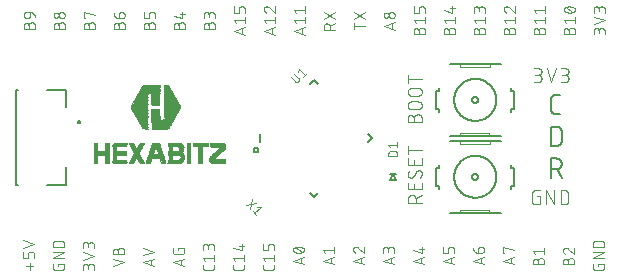
<source format=gbr>
G04 EAGLE Gerber RS-274X export*
G75*
%MOMM*%
%FSLAX34Y34*%
%LPD*%
%INSilkscreen Top*%
%IPPOS*%
%AMOC8*
5,1,8,0,0,1.08239X$1,22.5*%
G01*
%ADD10C,0.101600*%
%ADD11C,0.152400*%
%ADD12C,0.076200*%
%ADD13C,0.127000*%
%ADD14C,0.200000*%
%ADD15C,0.050800*%
%ADD16R,0.259081X0.015238*%
%ADD17R,1.310638X0.015238*%
%ADD18R,0.015238X0.015238*%
%ADD19R,0.304800X0.015238*%
%ADD20R,1.356356X0.015238*%
%ADD21R,0.335281X0.015238*%
%ADD22R,1.402075X0.015238*%
%ADD23R,0.365756X0.015238*%
%ADD24R,1.417319X0.015238*%
%ADD25R,0.381000X0.015238*%
%ADD26R,1.447800X0.015238*%
%ADD27R,0.396238X0.015238*%
%ADD28R,1.463037X0.015238*%
%ADD29R,0.411481X0.015238*%
%ADD30R,1.478275X0.015238*%
%ADD31R,0.426719X0.015238*%
%ADD32R,1.493519X0.015238*%
%ADD33R,0.441956X0.015238*%
%ADD34R,1.508756X0.015238*%
%ADD35R,0.457200X0.015238*%
%ADD36R,1.524000X0.015238*%
%ADD37R,0.472438X0.015238*%
%ADD38R,1.539238X0.015238*%
%ADD39R,0.487681X0.015238*%
%ADD40R,1.554475X0.015238*%
%ADD41R,0.502919X0.015238*%
%ADD42R,1.569719X0.015238*%
%ADD43R,0.518156X0.015238*%
%ADD44R,1.584956X0.015238*%
%ADD45R,0.533400X0.015238*%
%ADD46R,1.600200X0.015238*%
%ADD47R,0.548638X0.015238*%
%ADD48R,1.615438X0.015238*%
%ADD49R,0.563881X0.015238*%
%ADD50R,1.630675X0.015238*%
%ADD51R,0.579119X0.015238*%
%ADD52R,1.645919X0.015238*%
%ADD53R,0.594356X0.015238*%
%ADD54R,1.661156X0.015238*%
%ADD55R,0.609600X0.015238*%
%ADD56R,1.676400X0.015238*%
%ADD57R,0.624838X0.015238*%
%ADD58R,1.691638X0.015238*%
%ADD59R,0.640081X0.015238*%
%ADD60R,1.706875X0.015238*%
%ADD61R,0.655319X0.015238*%
%ADD62R,1.722119X0.015238*%
%ADD63R,0.670556X0.015238*%
%ADD64R,1.737356X0.015238*%
%ADD65R,0.685800X0.015238*%
%ADD66R,1.752600X0.015238*%
%ADD67R,0.701037X0.015238*%
%ADD68R,1.737363X0.015238*%
%ADD69R,0.716281X0.015238*%
%ADD70R,0.731519X0.015238*%
%ADD71R,1.767838X0.015238*%
%ADD72R,1.783081X0.015238*%
%ADD73R,0.746756X0.015238*%
%ADD74R,1.798319X0.015238*%
%ADD75R,0.030475X0.015238*%
%ADD76R,0.762000X0.015238*%
%ADD77R,0.807719X0.015238*%
%ADD78R,0.868681X0.015238*%
%ADD79R,0.777238X0.015238*%
%ADD80R,0.853438X0.015238*%
%ADD81R,0.838200X0.015238*%
%ADD82R,0.792481X0.015238*%
%ADD83R,0.746762X0.015238*%
%ADD84R,0.822956X0.015238*%
%ADD85R,0.868675X0.015238*%
%ADD86R,0.883919X0.015238*%
%ADD87R,0.899156X0.015238*%
%ADD88R,0.914400X0.015238*%
%ADD89R,0.929638X0.015238*%
%ADD90R,0.045719X0.015238*%
%ADD91R,0.350519X0.015238*%
%ADD92R,1.036319X0.015238*%
%ADD93R,0.335275X0.015238*%
%ADD94R,0.990600X0.015238*%
%ADD95R,1.097281X0.015238*%
%ADD96R,0.944881X0.015238*%
%ADD97R,1.082037X0.015238*%
%ADD98R,1.097275X0.015238*%
%ADD99R,1.158238X0.015238*%
%ADD100R,0.944875X0.015238*%
%ADD101R,1.143000X0.015238*%
%ADD102R,1.188719X0.015238*%
%ADD103R,0.960119X0.015238*%
%ADD104R,1.127756X0.015238*%
%ADD105R,1.173475X0.015238*%
%ADD106R,1.219200X0.015238*%
%ADD107R,0.975356X0.015238*%
%ADD108R,0.365762X0.015238*%
%ADD109R,1.249681X0.015238*%
%ADD110R,1.264919X0.015238*%
%ADD111R,1.234438X0.015238*%
%ADD112R,1.280156X0.015238*%
%ADD113R,1.249675X0.015238*%
%ADD114R,1.005837X0.015238*%
%ADD115R,1.295400X0.015238*%
%ADD116R,1.203956X0.015238*%
%ADD117R,1.021081X0.015238*%
%ADD118R,1.021075X0.015238*%
%ADD119R,1.325875X0.015238*%
%ADD120R,1.051556X0.015238*%
%ADD121R,1.325881X0.015238*%
%ADD122R,1.341119X0.015238*%
%ADD123R,1.066800X0.015238*%
%ADD124R,1.371600X0.015238*%
%ADD125R,0.030481X0.015238*%
%ADD126R,1.112519X0.015238*%
%ADD127R,1.173481X0.015238*%
%ADD128R,0.320038X0.015238*%
%ADD129R,1.386838X0.015238*%
%ADD130R,0.487675X0.015238*%
%ADD131R,1.280163X0.015238*%
%ADD132R,0.518162X0.015238*%
%ADD133R,0.792475X0.015238*%
%ADD134R,0.563875X0.015238*%
%ADD135R,0.411475X0.015238*%
%ADD136R,0.716275X0.015238*%
%ADD137R,0.228600X0.015238*%
%ADD138R,0.822963X0.015238*%
%ADD139R,1.783075X0.015238*%
%ADD140R,0.640075X0.015238*%
%ADD141R,0.060956X0.015238*%
%ADD142R,1.432556X0.015238*%
%ADD143R,0.106675X0.015238*%
%ADD144R,0.121919X0.015238*%
%ADD145R,0.152400X0.015238*%
%ADD146R,0.182881X0.015238*%
%ADD147R,0.213356X0.015238*%
%ADD148R,0.076200X0.015238*%
%ADD149R,0.243838X0.015238*%
%ADD150R,0.274319X0.015238*%
%ADD151R,0.259075X0.015238*%
%ADD152R,0.198119X0.015238*%
%ADD153R,0.182875X0.015238*%


D10*
X192596Y160846D02*
X195841Y160846D01*
X195841Y160845D02*
X195954Y160847D01*
X196067Y160853D01*
X196180Y160863D01*
X196293Y160877D01*
X196405Y160894D01*
X196516Y160916D01*
X196626Y160941D01*
X196736Y160971D01*
X196844Y161004D01*
X196951Y161041D01*
X197057Y161081D01*
X197161Y161126D01*
X197264Y161174D01*
X197365Y161225D01*
X197464Y161280D01*
X197561Y161338D01*
X197656Y161400D01*
X197749Y161465D01*
X197839Y161533D01*
X197927Y161604D01*
X198013Y161679D01*
X198096Y161756D01*
X198176Y161836D01*
X198253Y161919D01*
X198328Y162005D01*
X198399Y162093D01*
X198467Y162183D01*
X198532Y162276D01*
X198594Y162371D01*
X198652Y162468D01*
X198707Y162567D01*
X198758Y162668D01*
X198806Y162771D01*
X198851Y162875D01*
X198891Y162981D01*
X198928Y163088D01*
X198961Y163196D01*
X198991Y163306D01*
X199016Y163416D01*
X199038Y163527D01*
X199055Y163639D01*
X199069Y163752D01*
X199079Y163865D01*
X199085Y163978D01*
X199087Y164091D01*
X199085Y164204D01*
X199079Y164317D01*
X199069Y164430D01*
X199055Y164543D01*
X199038Y164655D01*
X199016Y164766D01*
X198991Y164876D01*
X198961Y164986D01*
X198928Y165094D01*
X198891Y165201D01*
X198851Y165307D01*
X198806Y165411D01*
X198758Y165514D01*
X198707Y165615D01*
X198652Y165714D01*
X198594Y165811D01*
X198532Y165906D01*
X198467Y165999D01*
X198399Y166089D01*
X198328Y166177D01*
X198253Y166263D01*
X198176Y166346D01*
X198096Y166426D01*
X198013Y166503D01*
X197927Y166578D01*
X197839Y166649D01*
X197749Y166717D01*
X197656Y166782D01*
X197561Y166844D01*
X197464Y166902D01*
X197365Y166957D01*
X197264Y167008D01*
X197161Y167056D01*
X197057Y167101D01*
X196951Y167141D01*
X196844Y167178D01*
X196736Y167211D01*
X196626Y167241D01*
X196516Y167266D01*
X196405Y167288D01*
X196293Y167305D01*
X196180Y167319D01*
X196067Y167329D01*
X195954Y167335D01*
X195841Y167337D01*
X196490Y172530D02*
X192596Y172530D01*
X196490Y172529D02*
X196591Y172527D01*
X196691Y172521D01*
X196791Y172511D01*
X196891Y172498D01*
X196990Y172480D01*
X197089Y172459D01*
X197186Y172434D01*
X197283Y172405D01*
X197378Y172372D01*
X197472Y172336D01*
X197564Y172296D01*
X197655Y172253D01*
X197744Y172206D01*
X197831Y172156D01*
X197917Y172102D01*
X198000Y172045D01*
X198080Y171985D01*
X198159Y171922D01*
X198235Y171855D01*
X198308Y171786D01*
X198378Y171714D01*
X198446Y171640D01*
X198511Y171563D01*
X198572Y171483D01*
X198631Y171401D01*
X198686Y171317D01*
X198738Y171231D01*
X198787Y171143D01*
X198832Y171053D01*
X198874Y170961D01*
X198912Y170868D01*
X198946Y170773D01*
X198977Y170678D01*
X199004Y170581D01*
X199027Y170483D01*
X199047Y170384D01*
X199062Y170284D01*
X199074Y170184D01*
X199082Y170084D01*
X199086Y169983D01*
X199086Y169883D01*
X199082Y169782D01*
X199074Y169682D01*
X199062Y169582D01*
X199047Y169482D01*
X199027Y169383D01*
X199004Y169285D01*
X198977Y169188D01*
X198946Y169093D01*
X198912Y168998D01*
X198874Y168905D01*
X198832Y168813D01*
X198787Y168723D01*
X198738Y168635D01*
X198686Y168549D01*
X198631Y168465D01*
X198572Y168383D01*
X198511Y168303D01*
X198446Y168226D01*
X198378Y168152D01*
X198308Y168080D01*
X198235Y168011D01*
X198159Y167944D01*
X198080Y167881D01*
X198000Y167821D01*
X197917Y167764D01*
X197831Y167710D01*
X197744Y167660D01*
X197655Y167613D01*
X197564Y167570D01*
X197472Y167530D01*
X197378Y167494D01*
X197283Y167461D01*
X197186Y167432D01*
X197089Y167407D01*
X196990Y167386D01*
X196891Y167368D01*
X196791Y167355D01*
X196691Y167345D01*
X196591Y167339D01*
X196490Y167337D01*
X193894Y167337D01*
X203376Y172530D02*
X207271Y160846D01*
X211166Y172530D01*
X215455Y160846D02*
X218701Y160846D01*
X218701Y160845D02*
X218814Y160847D01*
X218927Y160853D01*
X219040Y160863D01*
X219153Y160877D01*
X219265Y160894D01*
X219376Y160916D01*
X219486Y160941D01*
X219596Y160971D01*
X219704Y161004D01*
X219811Y161041D01*
X219917Y161081D01*
X220021Y161126D01*
X220124Y161174D01*
X220225Y161225D01*
X220324Y161280D01*
X220421Y161338D01*
X220516Y161400D01*
X220609Y161465D01*
X220699Y161533D01*
X220787Y161604D01*
X220873Y161679D01*
X220956Y161756D01*
X221036Y161836D01*
X221113Y161919D01*
X221188Y162005D01*
X221259Y162093D01*
X221327Y162183D01*
X221392Y162276D01*
X221454Y162371D01*
X221512Y162468D01*
X221567Y162567D01*
X221618Y162668D01*
X221666Y162771D01*
X221711Y162875D01*
X221751Y162981D01*
X221788Y163088D01*
X221821Y163196D01*
X221851Y163306D01*
X221876Y163416D01*
X221898Y163527D01*
X221915Y163639D01*
X221929Y163752D01*
X221939Y163865D01*
X221945Y163978D01*
X221947Y164091D01*
X221945Y164204D01*
X221939Y164317D01*
X221929Y164430D01*
X221915Y164543D01*
X221898Y164655D01*
X221876Y164766D01*
X221851Y164876D01*
X221821Y164986D01*
X221788Y165094D01*
X221751Y165201D01*
X221711Y165307D01*
X221666Y165411D01*
X221618Y165514D01*
X221567Y165615D01*
X221512Y165714D01*
X221454Y165811D01*
X221392Y165906D01*
X221327Y165999D01*
X221259Y166089D01*
X221188Y166177D01*
X221113Y166263D01*
X221036Y166346D01*
X220956Y166426D01*
X220873Y166503D01*
X220787Y166578D01*
X220699Y166649D01*
X220609Y166717D01*
X220516Y166782D01*
X220421Y166844D01*
X220324Y166902D01*
X220225Y166957D01*
X220124Y167008D01*
X220021Y167056D01*
X219917Y167101D01*
X219811Y167141D01*
X219704Y167178D01*
X219596Y167211D01*
X219486Y167241D01*
X219376Y167266D01*
X219265Y167288D01*
X219153Y167305D01*
X219040Y167319D01*
X218927Y167329D01*
X218814Y167335D01*
X218701Y167337D01*
X219350Y172530D02*
X215455Y172530D01*
X219350Y172529D02*
X219451Y172527D01*
X219551Y172521D01*
X219651Y172511D01*
X219751Y172498D01*
X219850Y172480D01*
X219949Y172459D01*
X220046Y172434D01*
X220143Y172405D01*
X220238Y172372D01*
X220332Y172336D01*
X220424Y172296D01*
X220515Y172253D01*
X220604Y172206D01*
X220691Y172156D01*
X220777Y172102D01*
X220860Y172045D01*
X220940Y171985D01*
X221019Y171922D01*
X221095Y171855D01*
X221168Y171786D01*
X221238Y171714D01*
X221306Y171640D01*
X221371Y171563D01*
X221432Y171483D01*
X221491Y171401D01*
X221546Y171317D01*
X221598Y171231D01*
X221647Y171143D01*
X221692Y171053D01*
X221734Y170961D01*
X221772Y170868D01*
X221806Y170773D01*
X221837Y170678D01*
X221864Y170581D01*
X221887Y170483D01*
X221907Y170384D01*
X221922Y170284D01*
X221934Y170184D01*
X221942Y170084D01*
X221946Y169983D01*
X221946Y169883D01*
X221942Y169782D01*
X221934Y169682D01*
X221922Y169582D01*
X221907Y169482D01*
X221887Y169383D01*
X221864Y169285D01*
X221837Y169188D01*
X221806Y169093D01*
X221772Y168998D01*
X221734Y168905D01*
X221692Y168813D01*
X221647Y168723D01*
X221598Y168635D01*
X221546Y168549D01*
X221491Y168465D01*
X221432Y168383D01*
X221371Y168303D01*
X221306Y168226D01*
X221238Y168152D01*
X221168Y168080D01*
X221095Y168011D01*
X221019Y167944D01*
X220940Y167881D01*
X220860Y167821D01*
X220777Y167764D01*
X220691Y167710D01*
X220604Y167660D01*
X220515Y167613D01*
X220424Y167570D01*
X220332Y167530D01*
X220238Y167494D01*
X220143Y167461D01*
X220046Y167432D01*
X219949Y167407D01*
X219850Y167386D01*
X219751Y167368D01*
X219651Y167355D01*
X219551Y167345D01*
X219451Y167339D01*
X219350Y167337D01*
X216754Y167337D01*
D11*
X207137Y123381D02*
X207137Y107125D01*
X207137Y123381D02*
X211653Y123381D01*
X211784Y123379D01*
X211916Y123373D01*
X212047Y123364D01*
X212177Y123350D01*
X212308Y123333D01*
X212437Y123312D01*
X212566Y123288D01*
X212694Y123259D01*
X212822Y123227D01*
X212948Y123191D01*
X213073Y123152D01*
X213198Y123109D01*
X213320Y123062D01*
X213442Y123012D01*
X213562Y122958D01*
X213680Y122901D01*
X213796Y122840D01*
X213911Y122776D01*
X214024Y122709D01*
X214135Y122638D01*
X214243Y122564D01*
X214350Y122487D01*
X214454Y122407D01*
X214556Y122324D01*
X214655Y122239D01*
X214752Y122150D01*
X214846Y122058D01*
X214938Y121964D01*
X215027Y121867D01*
X215112Y121768D01*
X215195Y121666D01*
X215275Y121562D01*
X215352Y121455D01*
X215426Y121347D01*
X215497Y121236D01*
X215564Y121123D01*
X215628Y121008D01*
X215689Y120892D01*
X215746Y120774D01*
X215800Y120654D01*
X215850Y120532D01*
X215897Y120410D01*
X215940Y120285D01*
X215979Y120160D01*
X216015Y120034D01*
X216047Y119906D01*
X216076Y119778D01*
X216100Y119649D01*
X216121Y119520D01*
X216138Y119389D01*
X216152Y119259D01*
X216161Y119128D01*
X216167Y118996D01*
X216169Y118865D01*
X216168Y118865D02*
X216168Y111640D01*
X216169Y111640D02*
X216167Y111509D01*
X216161Y111377D01*
X216152Y111246D01*
X216138Y111116D01*
X216121Y110985D01*
X216100Y110856D01*
X216076Y110727D01*
X216047Y110599D01*
X216015Y110471D01*
X215979Y110345D01*
X215940Y110220D01*
X215897Y110095D01*
X215850Y109973D01*
X215800Y109851D01*
X215746Y109731D01*
X215689Y109613D01*
X215628Y109497D01*
X215564Y109382D01*
X215497Y109269D01*
X215426Y109158D01*
X215352Y109050D01*
X215275Y108943D01*
X215195Y108839D01*
X215112Y108737D01*
X215027Y108638D01*
X214938Y108541D01*
X214846Y108447D01*
X214752Y108355D01*
X214655Y108266D01*
X214556Y108181D01*
X214454Y108098D01*
X214350Y108018D01*
X214243Y107941D01*
X214135Y107867D01*
X214024Y107796D01*
X213911Y107729D01*
X213796Y107665D01*
X213680Y107604D01*
X213562Y107547D01*
X213442Y107493D01*
X213320Y107443D01*
X213198Y107396D01*
X213073Y107353D01*
X212948Y107314D01*
X212822Y107278D01*
X212694Y107246D01*
X212566Y107217D01*
X212437Y107193D01*
X212307Y107172D01*
X212177Y107155D01*
X212047Y107141D01*
X211916Y107132D01*
X211784Y107126D01*
X211653Y107124D01*
X211653Y107125D02*
X207137Y107125D01*
X210749Y134112D02*
X214362Y134112D01*
X210749Y134112D02*
X210631Y134114D01*
X210513Y134120D01*
X210395Y134129D01*
X210278Y134143D01*
X210161Y134160D01*
X210044Y134181D01*
X209929Y134206D01*
X209814Y134235D01*
X209700Y134268D01*
X209588Y134304D01*
X209477Y134344D01*
X209367Y134387D01*
X209258Y134434D01*
X209151Y134484D01*
X209046Y134539D01*
X208943Y134596D01*
X208842Y134657D01*
X208742Y134721D01*
X208645Y134788D01*
X208550Y134858D01*
X208458Y134932D01*
X208367Y135008D01*
X208280Y135088D01*
X208195Y135170D01*
X208113Y135255D01*
X208033Y135342D01*
X207957Y135433D01*
X207883Y135525D01*
X207813Y135620D01*
X207746Y135717D01*
X207682Y135817D01*
X207621Y135918D01*
X207564Y136021D01*
X207509Y136126D01*
X207459Y136233D01*
X207412Y136342D01*
X207369Y136452D01*
X207329Y136563D01*
X207293Y136675D01*
X207260Y136789D01*
X207231Y136904D01*
X207206Y137019D01*
X207185Y137136D01*
X207168Y137253D01*
X207154Y137370D01*
X207145Y137488D01*
X207139Y137606D01*
X207137Y137724D01*
X207137Y146756D01*
X207139Y146874D01*
X207145Y146992D01*
X207154Y147110D01*
X207168Y147227D01*
X207185Y147344D01*
X207206Y147461D01*
X207231Y147576D01*
X207260Y147691D01*
X207293Y147805D01*
X207329Y147917D01*
X207369Y148028D01*
X207412Y148138D01*
X207459Y148247D01*
X207509Y148354D01*
X207563Y148459D01*
X207621Y148562D01*
X207682Y148663D01*
X207746Y148763D01*
X207813Y148860D01*
X207883Y148955D01*
X207957Y149047D01*
X208033Y149138D01*
X208113Y149225D01*
X208195Y149310D01*
X208280Y149392D01*
X208367Y149472D01*
X208458Y149548D01*
X208550Y149622D01*
X208645Y149692D01*
X208742Y149759D01*
X208842Y149823D01*
X208943Y149884D01*
X209046Y149941D01*
X209151Y149995D01*
X209258Y150046D01*
X209367Y150093D01*
X209477Y150136D01*
X209588Y150176D01*
X209700Y150212D01*
X209814Y150245D01*
X209929Y150274D01*
X210044Y150299D01*
X210161Y150320D01*
X210278Y150337D01*
X210395Y150351D01*
X210513Y150360D01*
X210631Y150366D01*
X210749Y150368D01*
X214362Y150368D01*
D10*
X197499Y64149D02*
X195552Y64149D01*
X197499Y64149D02*
X197499Y57658D01*
X193604Y57658D01*
X193505Y57660D01*
X193405Y57666D01*
X193306Y57675D01*
X193208Y57688D01*
X193110Y57705D01*
X193012Y57726D01*
X192916Y57751D01*
X192821Y57779D01*
X192727Y57811D01*
X192634Y57846D01*
X192542Y57885D01*
X192452Y57928D01*
X192364Y57973D01*
X192277Y58023D01*
X192193Y58075D01*
X192110Y58131D01*
X192030Y58189D01*
X191952Y58251D01*
X191877Y58316D01*
X191804Y58384D01*
X191734Y58454D01*
X191666Y58527D01*
X191601Y58602D01*
X191539Y58680D01*
X191481Y58760D01*
X191425Y58843D01*
X191373Y58927D01*
X191323Y59014D01*
X191278Y59102D01*
X191235Y59192D01*
X191196Y59284D01*
X191161Y59377D01*
X191129Y59471D01*
X191101Y59566D01*
X191076Y59662D01*
X191055Y59760D01*
X191038Y59858D01*
X191025Y59956D01*
X191016Y60055D01*
X191010Y60155D01*
X191008Y60254D01*
X191008Y66746D01*
X191010Y66845D01*
X191016Y66945D01*
X191025Y67044D01*
X191038Y67142D01*
X191055Y67240D01*
X191076Y67338D01*
X191101Y67434D01*
X191129Y67529D01*
X191161Y67623D01*
X191196Y67716D01*
X191235Y67808D01*
X191278Y67898D01*
X191323Y67986D01*
X191373Y68073D01*
X191425Y68157D01*
X191481Y68240D01*
X191539Y68320D01*
X191601Y68398D01*
X191666Y68473D01*
X191734Y68546D01*
X191804Y68616D01*
X191877Y68684D01*
X191952Y68749D01*
X192030Y68811D01*
X192110Y68869D01*
X192193Y68925D01*
X192277Y68977D01*
X192364Y69027D01*
X192452Y69072D01*
X192542Y69115D01*
X192634Y69154D01*
X192726Y69189D01*
X192821Y69221D01*
X192916Y69249D01*
X193012Y69274D01*
X193110Y69295D01*
X193208Y69312D01*
X193306Y69325D01*
X193405Y69334D01*
X193505Y69340D01*
X193604Y69342D01*
X197499Y69342D01*
X203200Y69342D02*
X203200Y57658D01*
X209691Y57658D02*
X203200Y69342D01*
X209691Y69342D02*
X209691Y57658D01*
X215392Y57658D02*
X215392Y69342D01*
X218637Y69342D01*
X218750Y69340D01*
X218863Y69334D01*
X218976Y69324D01*
X219089Y69310D01*
X219201Y69293D01*
X219312Y69271D01*
X219422Y69246D01*
X219532Y69216D01*
X219640Y69183D01*
X219747Y69146D01*
X219853Y69106D01*
X219957Y69061D01*
X220060Y69013D01*
X220161Y68962D01*
X220260Y68907D01*
X220357Y68849D01*
X220452Y68787D01*
X220545Y68722D01*
X220635Y68654D01*
X220723Y68583D01*
X220809Y68508D01*
X220892Y68431D01*
X220972Y68351D01*
X221049Y68268D01*
X221124Y68182D01*
X221195Y68094D01*
X221263Y68004D01*
X221328Y67911D01*
X221390Y67816D01*
X221448Y67719D01*
X221503Y67620D01*
X221554Y67519D01*
X221602Y67416D01*
X221647Y67312D01*
X221687Y67206D01*
X221724Y67099D01*
X221757Y66991D01*
X221787Y66881D01*
X221812Y66771D01*
X221834Y66660D01*
X221851Y66548D01*
X221865Y66435D01*
X221875Y66322D01*
X221881Y66209D01*
X221883Y66096D01*
X221883Y60904D01*
X221884Y60904D02*
X221882Y60791D01*
X221876Y60678D01*
X221866Y60565D01*
X221852Y60452D01*
X221835Y60340D01*
X221813Y60229D01*
X221788Y60119D01*
X221758Y60009D01*
X221725Y59901D01*
X221688Y59794D01*
X221648Y59688D01*
X221603Y59584D01*
X221555Y59481D01*
X221504Y59380D01*
X221449Y59281D01*
X221391Y59184D01*
X221329Y59089D01*
X221264Y58996D01*
X221196Y58906D01*
X221125Y58818D01*
X221050Y58732D01*
X220973Y58649D01*
X220893Y58569D01*
X220810Y58492D01*
X220724Y58417D01*
X220636Y58346D01*
X220546Y58278D01*
X220453Y58213D01*
X220358Y58151D01*
X220261Y58093D01*
X220162Y58038D01*
X220061Y57987D01*
X219958Y57939D01*
X219854Y57894D01*
X219748Y57854D01*
X219641Y57817D01*
X219533Y57784D01*
X219423Y57754D01*
X219313Y57729D01*
X219202Y57707D01*
X219090Y57690D01*
X218977Y57676D01*
X218864Y57666D01*
X218751Y57660D01*
X218638Y57658D01*
X218637Y57658D02*
X215392Y57658D01*
D12*
X-184355Y206352D02*
X-184355Y208963D01*
X-184353Y209064D01*
X-184347Y209165D01*
X-184337Y209266D01*
X-184324Y209366D01*
X-184306Y209466D01*
X-184285Y209565D01*
X-184259Y209663D01*
X-184230Y209760D01*
X-184198Y209856D01*
X-184161Y209950D01*
X-184121Y210043D01*
X-184077Y210135D01*
X-184030Y210224D01*
X-183979Y210312D01*
X-183925Y210398D01*
X-183868Y210481D01*
X-183808Y210563D01*
X-183744Y210641D01*
X-183678Y210718D01*
X-183608Y210791D01*
X-183536Y210862D01*
X-183461Y210930D01*
X-183383Y210995D01*
X-183303Y211057D01*
X-183221Y211116D01*
X-183136Y211172D01*
X-183050Y211224D01*
X-182961Y211273D01*
X-182870Y211319D01*
X-182778Y211360D01*
X-182684Y211399D01*
X-182589Y211433D01*
X-182493Y211464D01*
X-182395Y211491D01*
X-182297Y211515D01*
X-182197Y211534D01*
X-182097Y211550D01*
X-181997Y211562D01*
X-181896Y211570D01*
X-181795Y211574D01*
X-181693Y211574D01*
X-181592Y211570D01*
X-181491Y211562D01*
X-181391Y211550D01*
X-181291Y211534D01*
X-181191Y211515D01*
X-181093Y211491D01*
X-180995Y211464D01*
X-180899Y211433D01*
X-180804Y211399D01*
X-180710Y211360D01*
X-180618Y211319D01*
X-180527Y211273D01*
X-180439Y211224D01*
X-180352Y211172D01*
X-180267Y211116D01*
X-180185Y211057D01*
X-180105Y210995D01*
X-180027Y210930D01*
X-179952Y210862D01*
X-179880Y210791D01*
X-179810Y210718D01*
X-179744Y210641D01*
X-179680Y210563D01*
X-179620Y210481D01*
X-179563Y210398D01*
X-179509Y210312D01*
X-179458Y210224D01*
X-179411Y210135D01*
X-179367Y210043D01*
X-179327Y209950D01*
X-179290Y209856D01*
X-179258Y209760D01*
X-179229Y209663D01*
X-179203Y209565D01*
X-179182Y209466D01*
X-179164Y209366D01*
X-179151Y209266D01*
X-179141Y209165D01*
X-179135Y209064D01*
X-179133Y208963D01*
X-179134Y208963D02*
X-179134Y206352D01*
X-188532Y206352D01*
X-188532Y208963D01*
X-188531Y208963D02*
X-188529Y209053D01*
X-188523Y209142D01*
X-188514Y209232D01*
X-188500Y209321D01*
X-188483Y209409D01*
X-188462Y209496D01*
X-188437Y209583D01*
X-188408Y209668D01*
X-188376Y209752D01*
X-188341Y209834D01*
X-188301Y209915D01*
X-188259Y209994D01*
X-188213Y210071D01*
X-188163Y210146D01*
X-188111Y210219D01*
X-188055Y210290D01*
X-187997Y210358D01*
X-187935Y210423D01*
X-187871Y210486D01*
X-187804Y210546D01*
X-187735Y210603D01*
X-187663Y210657D01*
X-187589Y210708D01*
X-187513Y210756D01*
X-187435Y210800D01*
X-187355Y210841D01*
X-187273Y210879D01*
X-187190Y210913D01*
X-187105Y210943D01*
X-187019Y210970D01*
X-186933Y210993D01*
X-186845Y211012D01*
X-186756Y211027D01*
X-186667Y211039D01*
X-186578Y211047D01*
X-186488Y211051D01*
X-186398Y211051D01*
X-186308Y211047D01*
X-186219Y211039D01*
X-186130Y211027D01*
X-186041Y211012D01*
X-185953Y210993D01*
X-185867Y210970D01*
X-185781Y210943D01*
X-185696Y210913D01*
X-185613Y210879D01*
X-185531Y210841D01*
X-185451Y210800D01*
X-185373Y210756D01*
X-185297Y210708D01*
X-185223Y210657D01*
X-185151Y210603D01*
X-185082Y210546D01*
X-185015Y210486D01*
X-184951Y210423D01*
X-184889Y210358D01*
X-184831Y210290D01*
X-184775Y210219D01*
X-184723Y210146D01*
X-184673Y210071D01*
X-184627Y209994D01*
X-184585Y209915D01*
X-184545Y209834D01*
X-184510Y209752D01*
X-184478Y209668D01*
X-184449Y209583D01*
X-184424Y209496D01*
X-184403Y209409D01*
X-184386Y209321D01*
X-184372Y209232D01*
X-184363Y209142D01*
X-184357Y209053D01*
X-184355Y208963D01*
X-187487Y215060D02*
X-188532Y215060D01*
X-188532Y220282D01*
X-179134Y217671D01*
X-209755Y208963D02*
X-209755Y206352D01*
X-209755Y208963D02*
X-209753Y209064D01*
X-209747Y209165D01*
X-209737Y209266D01*
X-209724Y209366D01*
X-209706Y209466D01*
X-209685Y209565D01*
X-209659Y209663D01*
X-209630Y209760D01*
X-209598Y209856D01*
X-209561Y209950D01*
X-209521Y210043D01*
X-209477Y210135D01*
X-209430Y210224D01*
X-209379Y210312D01*
X-209325Y210398D01*
X-209268Y210481D01*
X-209208Y210563D01*
X-209144Y210641D01*
X-209078Y210718D01*
X-209008Y210791D01*
X-208936Y210862D01*
X-208861Y210930D01*
X-208783Y210995D01*
X-208703Y211057D01*
X-208621Y211116D01*
X-208536Y211172D01*
X-208450Y211224D01*
X-208361Y211273D01*
X-208270Y211319D01*
X-208178Y211360D01*
X-208084Y211399D01*
X-207989Y211433D01*
X-207893Y211464D01*
X-207795Y211491D01*
X-207697Y211515D01*
X-207597Y211534D01*
X-207497Y211550D01*
X-207397Y211562D01*
X-207296Y211570D01*
X-207195Y211574D01*
X-207093Y211574D01*
X-206992Y211570D01*
X-206891Y211562D01*
X-206791Y211550D01*
X-206691Y211534D01*
X-206591Y211515D01*
X-206493Y211491D01*
X-206395Y211464D01*
X-206299Y211433D01*
X-206204Y211399D01*
X-206110Y211360D01*
X-206018Y211319D01*
X-205927Y211273D01*
X-205839Y211224D01*
X-205752Y211172D01*
X-205667Y211116D01*
X-205585Y211057D01*
X-205505Y210995D01*
X-205427Y210930D01*
X-205352Y210862D01*
X-205280Y210791D01*
X-205210Y210718D01*
X-205144Y210641D01*
X-205080Y210563D01*
X-205020Y210481D01*
X-204963Y210398D01*
X-204909Y210312D01*
X-204858Y210224D01*
X-204811Y210135D01*
X-204767Y210043D01*
X-204727Y209950D01*
X-204690Y209856D01*
X-204658Y209760D01*
X-204629Y209663D01*
X-204603Y209565D01*
X-204582Y209466D01*
X-204564Y209366D01*
X-204551Y209266D01*
X-204541Y209165D01*
X-204535Y209064D01*
X-204533Y208963D01*
X-204534Y208963D02*
X-204534Y206352D01*
X-213932Y206352D01*
X-213932Y208963D01*
X-213931Y208963D02*
X-213929Y209053D01*
X-213923Y209142D01*
X-213914Y209232D01*
X-213900Y209321D01*
X-213883Y209409D01*
X-213862Y209496D01*
X-213837Y209583D01*
X-213808Y209668D01*
X-213776Y209752D01*
X-213741Y209834D01*
X-213701Y209915D01*
X-213659Y209994D01*
X-213613Y210071D01*
X-213563Y210146D01*
X-213511Y210219D01*
X-213455Y210290D01*
X-213397Y210358D01*
X-213335Y210423D01*
X-213271Y210486D01*
X-213204Y210546D01*
X-213135Y210603D01*
X-213063Y210657D01*
X-212989Y210708D01*
X-212913Y210756D01*
X-212835Y210800D01*
X-212755Y210841D01*
X-212673Y210879D01*
X-212590Y210913D01*
X-212505Y210943D01*
X-212419Y210970D01*
X-212333Y210993D01*
X-212245Y211012D01*
X-212156Y211027D01*
X-212067Y211039D01*
X-211978Y211047D01*
X-211888Y211051D01*
X-211798Y211051D01*
X-211708Y211047D01*
X-211619Y211039D01*
X-211530Y211027D01*
X-211441Y211012D01*
X-211353Y210993D01*
X-211267Y210970D01*
X-211181Y210943D01*
X-211096Y210913D01*
X-211013Y210879D01*
X-210931Y210841D01*
X-210851Y210800D01*
X-210773Y210756D01*
X-210697Y210708D01*
X-210623Y210657D01*
X-210551Y210603D01*
X-210482Y210546D01*
X-210415Y210486D01*
X-210351Y210423D01*
X-210289Y210358D01*
X-210231Y210290D01*
X-210175Y210219D01*
X-210123Y210146D01*
X-210073Y210071D01*
X-210027Y209994D01*
X-209985Y209915D01*
X-209945Y209834D01*
X-209910Y209752D01*
X-209878Y209668D01*
X-209849Y209583D01*
X-209824Y209496D01*
X-209803Y209409D01*
X-209786Y209321D01*
X-209772Y209232D01*
X-209763Y209142D01*
X-209757Y209053D01*
X-209755Y208963D01*
X-207144Y215060D02*
X-207245Y215062D01*
X-207346Y215068D01*
X-207447Y215078D01*
X-207547Y215091D01*
X-207647Y215109D01*
X-207746Y215130D01*
X-207844Y215156D01*
X-207941Y215185D01*
X-208037Y215217D01*
X-208131Y215254D01*
X-208224Y215294D01*
X-208316Y215338D01*
X-208405Y215385D01*
X-208493Y215436D01*
X-208579Y215490D01*
X-208662Y215547D01*
X-208744Y215607D01*
X-208822Y215671D01*
X-208899Y215737D01*
X-208972Y215807D01*
X-209043Y215879D01*
X-209111Y215954D01*
X-209176Y216032D01*
X-209238Y216112D01*
X-209297Y216194D01*
X-209353Y216279D01*
X-209405Y216366D01*
X-209454Y216454D01*
X-209500Y216545D01*
X-209541Y216637D01*
X-209580Y216731D01*
X-209614Y216826D01*
X-209645Y216922D01*
X-209672Y217020D01*
X-209696Y217118D01*
X-209715Y217218D01*
X-209731Y217318D01*
X-209743Y217418D01*
X-209751Y217519D01*
X-209755Y217620D01*
X-209755Y217722D01*
X-209751Y217823D01*
X-209743Y217924D01*
X-209731Y218024D01*
X-209715Y218124D01*
X-209696Y218224D01*
X-209672Y218322D01*
X-209645Y218420D01*
X-209614Y218516D01*
X-209580Y218611D01*
X-209541Y218705D01*
X-209500Y218797D01*
X-209454Y218888D01*
X-209405Y218977D01*
X-209353Y219063D01*
X-209297Y219148D01*
X-209238Y219230D01*
X-209176Y219310D01*
X-209111Y219388D01*
X-209043Y219463D01*
X-208972Y219535D01*
X-208899Y219605D01*
X-208822Y219671D01*
X-208744Y219735D01*
X-208662Y219795D01*
X-208579Y219852D01*
X-208493Y219906D01*
X-208405Y219957D01*
X-208316Y220004D01*
X-208224Y220048D01*
X-208131Y220088D01*
X-208037Y220125D01*
X-207941Y220157D01*
X-207844Y220186D01*
X-207746Y220212D01*
X-207647Y220233D01*
X-207547Y220251D01*
X-207447Y220264D01*
X-207346Y220274D01*
X-207245Y220280D01*
X-207144Y220282D01*
X-207043Y220280D01*
X-206942Y220274D01*
X-206841Y220264D01*
X-206741Y220251D01*
X-206641Y220233D01*
X-206542Y220212D01*
X-206444Y220186D01*
X-206347Y220157D01*
X-206251Y220125D01*
X-206157Y220088D01*
X-206064Y220048D01*
X-205972Y220004D01*
X-205883Y219957D01*
X-205795Y219906D01*
X-205709Y219852D01*
X-205626Y219795D01*
X-205544Y219735D01*
X-205466Y219671D01*
X-205389Y219605D01*
X-205316Y219535D01*
X-205245Y219463D01*
X-205177Y219388D01*
X-205112Y219310D01*
X-205050Y219230D01*
X-204991Y219148D01*
X-204935Y219063D01*
X-204883Y218976D01*
X-204834Y218888D01*
X-204788Y218797D01*
X-204747Y218705D01*
X-204708Y218611D01*
X-204674Y218516D01*
X-204643Y218420D01*
X-204616Y218322D01*
X-204592Y218224D01*
X-204573Y218124D01*
X-204557Y218024D01*
X-204545Y217924D01*
X-204537Y217823D01*
X-204533Y217722D01*
X-204533Y217620D01*
X-204537Y217519D01*
X-204545Y217418D01*
X-204557Y217318D01*
X-204573Y217218D01*
X-204592Y217118D01*
X-204616Y217020D01*
X-204643Y216922D01*
X-204674Y216826D01*
X-204708Y216731D01*
X-204747Y216637D01*
X-204788Y216545D01*
X-204834Y216454D01*
X-204883Y216365D01*
X-204935Y216279D01*
X-204991Y216194D01*
X-205050Y216112D01*
X-205112Y216032D01*
X-205177Y215954D01*
X-205245Y215879D01*
X-205316Y215807D01*
X-205389Y215737D01*
X-205466Y215671D01*
X-205544Y215607D01*
X-205626Y215547D01*
X-205709Y215490D01*
X-205795Y215436D01*
X-205883Y215385D01*
X-205972Y215338D01*
X-206064Y215294D01*
X-206157Y215254D01*
X-206251Y215217D01*
X-206347Y215185D01*
X-206444Y215156D01*
X-206542Y215130D01*
X-206641Y215109D01*
X-206741Y215091D01*
X-206841Y215078D01*
X-206942Y215068D01*
X-207043Y215062D01*
X-207144Y215060D01*
X-211843Y215583D02*
X-211933Y215585D01*
X-212022Y215591D01*
X-212112Y215600D01*
X-212201Y215614D01*
X-212289Y215631D01*
X-212376Y215652D01*
X-212463Y215677D01*
X-212548Y215706D01*
X-212632Y215738D01*
X-212714Y215773D01*
X-212795Y215813D01*
X-212874Y215855D01*
X-212951Y215901D01*
X-213026Y215951D01*
X-213099Y216003D01*
X-213170Y216059D01*
X-213238Y216117D01*
X-213303Y216179D01*
X-213366Y216243D01*
X-213426Y216310D01*
X-213483Y216379D01*
X-213537Y216451D01*
X-213588Y216525D01*
X-213636Y216601D01*
X-213680Y216679D01*
X-213721Y216759D01*
X-213759Y216841D01*
X-213793Y216924D01*
X-213823Y217009D01*
X-213850Y217095D01*
X-213873Y217181D01*
X-213892Y217269D01*
X-213907Y217358D01*
X-213919Y217447D01*
X-213927Y217536D01*
X-213931Y217626D01*
X-213931Y217716D01*
X-213927Y217806D01*
X-213919Y217895D01*
X-213907Y217984D01*
X-213892Y218073D01*
X-213873Y218161D01*
X-213850Y218247D01*
X-213823Y218333D01*
X-213793Y218418D01*
X-213759Y218501D01*
X-213721Y218583D01*
X-213680Y218663D01*
X-213636Y218741D01*
X-213588Y218817D01*
X-213537Y218891D01*
X-213483Y218963D01*
X-213426Y219032D01*
X-213366Y219099D01*
X-213303Y219163D01*
X-213238Y219225D01*
X-213170Y219283D01*
X-213099Y219339D01*
X-213026Y219391D01*
X-212951Y219441D01*
X-212874Y219487D01*
X-212795Y219529D01*
X-212714Y219569D01*
X-212632Y219604D01*
X-212548Y219636D01*
X-212463Y219665D01*
X-212376Y219690D01*
X-212289Y219711D01*
X-212201Y219728D01*
X-212112Y219742D01*
X-212022Y219751D01*
X-211933Y219757D01*
X-211843Y219759D01*
X-211753Y219757D01*
X-211664Y219751D01*
X-211574Y219742D01*
X-211485Y219728D01*
X-211397Y219711D01*
X-211310Y219690D01*
X-211223Y219665D01*
X-211138Y219636D01*
X-211054Y219604D01*
X-210972Y219569D01*
X-210891Y219529D01*
X-210812Y219487D01*
X-210735Y219441D01*
X-210660Y219391D01*
X-210587Y219339D01*
X-210516Y219283D01*
X-210448Y219225D01*
X-210383Y219163D01*
X-210320Y219099D01*
X-210260Y219032D01*
X-210203Y218963D01*
X-210149Y218891D01*
X-210098Y218817D01*
X-210050Y218741D01*
X-210006Y218663D01*
X-209965Y218583D01*
X-209927Y218501D01*
X-209893Y218418D01*
X-209863Y218333D01*
X-209836Y218247D01*
X-209813Y218161D01*
X-209794Y218073D01*
X-209779Y217984D01*
X-209767Y217895D01*
X-209759Y217806D01*
X-209755Y217716D01*
X-209755Y217626D01*
X-209759Y217536D01*
X-209767Y217447D01*
X-209779Y217358D01*
X-209794Y217269D01*
X-209813Y217181D01*
X-209836Y217095D01*
X-209863Y217009D01*
X-209893Y216924D01*
X-209927Y216841D01*
X-209965Y216759D01*
X-210006Y216679D01*
X-210050Y216601D01*
X-210098Y216525D01*
X-210149Y216451D01*
X-210203Y216379D01*
X-210260Y216310D01*
X-210320Y216243D01*
X-210383Y216179D01*
X-210448Y216117D01*
X-210516Y216059D01*
X-210587Y216003D01*
X-210660Y215951D01*
X-210735Y215901D01*
X-210812Y215855D01*
X-210891Y215813D01*
X-210972Y215773D01*
X-211054Y215738D01*
X-211138Y215706D01*
X-211223Y215677D01*
X-211310Y215652D01*
X-211397Y215631D01*
X-211485Y215614D01*
X-211574Y215600D01*
X-211664Y215591D01*
X-211753Y215585D01*
X-211843Y215583D01*
X-235155Y208963D02*
X-235155Y206352D01*
X-235155Y208963D02*
X-235153Y209064D01*
X-235147Y209165D01*
X-235137Y209266D01*
X-235124Y209366D01*
X-235106Y209466D01*
X-235085Y209565D01*
X-235059Y209663D01*
X-235030Y209760D01*
X-234998Y209856D01*
X-234961Y209950D01*
X-234921Y210043D01*
X-234877Y210135D01*
X-234830Y210224D01*
X-234779Y210312D01*
X-234725Y210398D01*
X-234668Y210481D01*
X-234608Y210563D01*
X-234544Y210641D01*
X-234478Y210718D01*
X-234408Y210791D01*
X-234336Y210862D01*
X-234261Y210930D01*
X-234183Y210995D01*
X-234103Y211057D01*
X-234021Y211116D01*
X-233936Y211172D01*
X-233850Y211224D01*
X-233761Y211273D01*
X-233670Y211319D01*
X-233578Y211360D01*
X-233484Y211399D01*
X-233389Y211433D01*
X-233293Y211464D01*
X-233195Y211491D01*
X-233097Y211515D01*
X-232997Y211534D01*
X-232897Y211550D01*
X-232797Y211562D01*
X-232696Y211570D01*
X-232595Y211574D01*
X-232493Y211574D01*
X-232392Y211570D01*
X-232291Y211562D01*
X-232191Y211550D01*
X-232091Y211534D01*
X-231991Y211515D01*
X-231893Y211491D01*
X-231795Y211464D01*
X-231699Y211433D01*
X-231604Y211399D01*
X-231510Y211360D01*
X-231418Y211319D01*
X-231327Y211273D01*
X-231239Y211224D01*
X-231152Y211172D01*
X-231067Y211116D01*
X-230985Y211057D01*
X-230905Y210995D01*
X-230827Y210930D01*
X-230752Y210862D01*
X-230680Y210791D01*
X-230610Y210718D01*
X-230544Y210641D01*
X-230480Y210563D01*
X-230420Y210481D01*
X-230363Y210398D01*
X-230309Y210312D01*
X-230258Y210224D01*
X-230211Y210135D01*
X-230167Y210043D01*
X-230127Y209950D01*
X-230090Y209856D01*
X-230058Y209760D01*
X-230029Y209663D01*
X-230003Y209565D01*
X-229982Y209466D01*
X-229964Y209366D01*
X-229951Y209266D01*
X-229941Y209165D01*
X-229935Y209064D01*
X-229933Y208963D01*
X-229934Y208963D02*
X-229934Y206352D01*
X-239332Y206352D01*
X-239332Y208963D01*
X-239331Y208963D02*
X-239329Y209053D01*
X-239323Y209142D01*
X-239314Y209232D01*
X-239300Y209321D01*
X-239283Y209409D01*
X-239262Y209496D01*
X-239237Y209583D01*
X-239208Y209668D01*
X-239176Y209752D01*
X-239141Y209834D01*
X-239101Y209915D01*
X-239059Y209994D01*
X-239013Y210071D01*
X-238963Y210146D01*
X-238911Y210219D01*
X-238855Y210290D01*
X-238797Y210358D01*
X-238735Y210423D01*
X-238671Y210486D01*
X-238604Y210546D01*
X-238535Y210603D01*
X-238463Y210657D01*
X-238389Y210708D01*
X-238313Y210756D01*
X-238235Y210800D01*
X-238155Y210841D01*
X-238073Y210879D01*
X-237990Y210913D01*
X-237905Y210943D01*
X-237819Y210970D01*
X-237733Y210993D01*
X-237645Y211012D01*
X-237556Y211027D01*
X-237467Y211039D01*
X-237378Y211047D01*
X-237288Y211051D01*
X-237198Y211051D01*
X-237108Y211047D01*
X-237019Y211039D01*
X-236930Y211027D01*
X-236841Y211012D01*
X-236753Y210993D01*
X-236667Y210970D01*
X-236581Y210943D01*
X-236496Y210913D01*
X-236413Y210879D01*
X-236331Y210841D01*
X-236251Y210800D01*
X-236173Y210756D01*
X-236097Y210708D01*
X-236023Y210657D01*
X-235951Y210603D01*
X-235882Y210546D01*
X-235815Y210486D01*
X-235751Y210423D01*
X-235689Y210358D01*
X-235631Y210290D01*
X-235575Y210219D01*
X-235523Y210146D01*
X-235473Y210071D01*
X-235427Y209994D01*
X-235385Y209915D01*
X-235345Y209834D01*
X-235310Y209752D01*
X-235278Y209668D01*
X-235249Y209583D01*
X-235224Y209496D01*
X-235203Y209409D01*
X-235186Y209321D01*
X-235172Y209232D01*
X-235163Y209142D01*
X-235157Y209053D01*
X-235155Y208963D01*
X-234110Y217149D02*
X-234110Y220282D01*
X-234111Y217149D02*
X-234113Y217060D01*
X-234119Y216972D01*
X-234128Y216884D01*
X-234141Y216796D01*
X-234158Y216709D01*
X-234178Y216623D01*
X-234203Y216538D01*
X-234230Y216453D01*
X-234262Y216370D01*
X-234296Y216289D01*
X-234335Y216209D01*
X-234376Y216131D01*
X-234421Y216054D01*
X-234469Y215980D01*
X-234520Y215907D01*
X-234574Y215837D01*
X-234632Y215770D01*
X-234692Y215704D01*
X-234754Y215642D01*
X-234820Y215582D01*
X-234887Y215524D01*
X-234957Y215470D01*
X-235030Y215419D01*
X-235104Y215371D01*
X-235181Y215326D01*
X-235259Y215285D01*
X-235339Y215246D01*
X-235420Y215212D01*
X-235503Y215180D01*
X-235588Y215153D01*
X-235673Y215128D01*
X-235759Y215108D01*
X-235846Y215091D01*
X-235934Y215078D01*
X-236022Y215069D01*
X-236110Y215063D01*
X-236199Y215061D01*
X-236199Y215060D02*
X-236721Y215060D01*
X-236822Y215062D01*
X-236923Y215068D01*
X-237024Y215078D01*
X-237124Y215091D01*
X-237224Y215109D01*
X-237323Y215130D01*
X-237421Y215156D01*
X-237518Y215185D01*
X-237614Y215217D01*
X-237708Y215254D01*
X-237801Y215294D01*
X-237893Y215338D01*
X-237982Y215385D01*
X-238070Y215436D01*
X-238156Y215490D01*
X-238239Y215547D01*
X-238321Y215607D01*
X-238399Y215671D01*
X-238476Y215737D01*
X-238549Y215807D01*
X-238620Y215879D01*
X-238688Y215954D01*
X-238753Y216032D01*
X-238815Y216112D01*
X-238874Y216194D01*
X-238930Y216279D01*
X-238982Y216366D01*
X-239031Y216454D01*
X-239077Y216545D01*
X-239118Y216637D01*
X-239157Y216731D01*
X-239191Y216826D01*
X-239222Y216922D01*
X-239249Y217020D01*
X-239273Y217118D01*
X-239292Y217218D01*
X-239308Y217318D01*
X-239320Y217418D01*
X-239328Y217519D01*
X-239332Y217620D01*
X-239332Y217722D01*
X-239328Y217823D01*
X-239320Y217924D01*
X-239308Y218024D01*
X-239292Y218124D01*
X-239273Y218224D01*
X-239249Y218322D01*
X-239222Y218420D01*
X-239191Y218516D01*
X-239157Y218611D01*
X-239118Y218705D01*
X-239077Y218797D01*
X-239031Y218888D01*
X-238982Y218977D01*
X-238930Y219063D01*
X-238874Y219148D01*
X-238815Y219230D01*
X-238753Y219310D01*
X-238688Y219388D01*
X-238620Y219463D01*
X-238549Y219535D01*
X-238476Y219605D01*
X-238399Y219671D01*
X-238321Y219735D01*
X-238239Y219795D01*
X-238156Y219852D01*
X-238070Y219906D01*
X-237982Y219957D01*
X-237893Y220004D01*
X-237801Y220048D01*
X-237708Y220088D01*
X-237614Y220125D01*
X-237518Y220157D01*
X-237421Y220186D01*
X-237323Y220212D01*
X-237224Y220233D01*
X-237124Y220251D01*
X-237024Y220264D01*
X-236923Y220274D01*
X-236822Y220280D01*
X-236721Y220282D01*
X-234110Y220282D01*
X-233984Y220280D01*
X-233858Y220274D01*
X-233732Y220265D01*
X-233607Y220252D01*
X-233482Y220234D01*
X-233357Y220214D01*
X-233233Y220189D01*
X-233110Y220161D01*
X-232988Y220129D01*
X-232867Y220093D01*
X-232747Y220054D01*
X-232629Y220011D01*
X-232512Y219964D01*
X-232396Y219914D01*
X-232281Y219860D01*
X-232169Y219804D01*
X-232058Y219743D01*
X-231949Y219680D01*
X-231842Y219613D01*
X-231737Y219543D01*
X-231634Y219469D01*
X-231534Y219393D01*
X-231436Y219314D01*
X-231340Y219232D01*
X-231247Y219146D01*
X-231156Y219059D01*
X-231069Y218968D01*
X-230983Y218875D01*
X-230901Y218779D01*
X-230822Y218681D01*
X-230746Y218581D01*
X-230672Y218478D01*
X-230602Y218373D01*
X-230535Y218266D01*
X-230472Y218157D01*
X-230411Y218046D01*
X-230355Y217934D01*
X-230301Y217819D01*
X-230251Y217703D01*
X-230204Y217586D01*
X-230161Y217468D01*
X-230122Y217348D01*
X-230086Y217227D01*
X-230054Y217105D01*
X-230026Y216982D01*
X-230001Y216858D01*
X-229981Y216733D01*
X-229963Y216608D01*
X-229950Y216483D01*
X-229941Y216357D01*
X-229935Y216231D01*
X-229933Y216105D01*
D11*
X207137Y96393D02*
X207137Y80137D01*
X207137Y96393D02*
X211653Y96393D01*
X211786Y96391D01*
X211918Y96385D01*
X212050Y96375D01*
X212182Y96362D01*
X212314Y96344D01*
X212444Y96323D01*
X212575Y96298D01*
X212704Y96269D01*
X212832Y96236D01*
X212960Y96200D01*
X213086Y96160D01*
X213211Y96116D01*
X213335Y96068D01*
X213457Y96017D01*
X213578Y95962D01*
X213697Y95904D01*
X213815Y95842D01*
X213930Y95777D01*
X214044Y95708D01*
X214155Y95637D01*
X214264Y95561D01*
X214371Y95483D01*
X214476Y95402D01*
X214578Y95317D01*
X214678Y95230D01*
X214775Y95140D01*
X214870Y95047D01*
X214961Y94951D01*
X215050Y94853D01*
X215136Y94752D01*
X215219Y94648D01*
X215299Y94542D01*
X215375Y94434D01*
X215449Y94324D01*
X215519Y94211D01*
X215586Y94097D01*
X215649Y93980D01*
X215709Y93862D01*
X215766Y93742D01*
X215819Y93620D01*
X215868Y93497D01*
X215914Y93373D01*
X215956Y93247D01*
X215994Y93120D01*
X216029Y92992D01*
X216060Y92863D01*
X216087Y92734D01*
X216110Y92603D01*
X216130Y92472D01*
X216145Y92340D01*
X216157Y92208D01*
X216165Y92076D01*
X216169Y91943D01*
X216169Y91811D01*
X216165Y91678D01*
X216157Y91546D01*
X216145Y91414D01*
X216130Y91282D01*
X216110Y91151D01*
X216087Y91020D01*
X216060Y90891D01*
X216029Y90762D01*
X215994Y90634D01*
X215956Y90507D01*
X215914Y90381D01*
X215868Y90257D01*
X215819Y90134D01*
X215766Y90012D01*
X215709Y89892D01*
X215649Y89774D01*
X215586Y89657D01*
X215519Y89543D01*
X215449Y89430D01*
X215375Y89320D01*
X215299Y89212D01*
X215219Y89106D01*
X215136Y89002D01*
X215050Y88901D01*
X214961Y88803D01*
X214870Y88707D01*
X214775Y88614D01*
X214678Y88524D01*
X214578Y88437D01*
X214476Y88352D01*
X214371Y88271D01*
X214264Y88193D01*
X214155Y88117D01*
X214044Y88046D01*
X213930Y87977D01*
X213815Y87912D01*
X213697Y87850D01*
X213578Y87792D01*
X213457Y87737D01*
X213335Y87686D01*
X213211Y87638D01*
X213086Y87594D01*
X212960Y87554D01*
X212832Y87518D01*
X212704Y87485D01*
X212575Y87456D01*
X212444Y87431D01*
X212314Y87410D01*
X212182Y87392D01*
X212050Y87379D01*
X211918Y87369D01*
X211786Y87363D01*
X211653Y87361D01*
X211653Y87362D02*
X207137Y87362D01*
X212556Y87362D02*
X216168Y80137D01*
D12*
X-158955Y206352D02*
X-158955Y208963D01*
X-158953Y209064D01*
X-158947Y209165D01*
X-158937Y209266D01*
X-158924Y209366D01*
X-158906Y209466D01*
X-158885Y209565D01*
X-158859Y209663D01*
X-158830Y209760D01*
X-158798Y209856D01*
X-158761Y209950D01*
X-158721Y210043D01*
X-158677Y210135D01*
X-158630Y210224D01*
X-158579Y210312D01*
X-158525Y210398D01*
X-158468Y210481D01*
X-158408Y210563D01*
X-158344Y210641D01*
X-158278Y210718D01*
X-158208Y210791D01*
X-158136Y210862D01*
X-158061Y210930D01*
X-157983Y210995D01*
X-157903Y211057D01*
X-157821Y211116D01*
X-157736Y211172D01*
X-157650Y211224D01*
X-157561Y211273D01*
X-157470Y211319D01*
X-157378Y211360D01*
X-157284Y211399D01*
X-157189Y211433D01*
X-157093Y211464D01*
X-156995Y211491D01*
X-156897Y211515D01*
X-156797Y211534D01*
X-156697Y211550D01*
X-156597Y211562D01*
X-156496Y211570D01*
X-156395Y211574D01*
X-156293Y211574D01*
X-156192Y211570D01*
X-156091Y211562D01*
X-155991Y211550D01*
X-155891Y211534D01*
X-155791Y211515D01*
X-155693Y211491D01*
X-155595Y211464D01*
X-155499Y211433D01*
X-155404Y211399D01*
X-155310Y211360D01*
X-155218Y211319D01*
X-155127Y211273D01*
X-155039Y211224D01*
X-154952Y211172D01*
X-154867Y211116D01*
X-154785Y211057D01*
X-154705Y210995D01*
X-154627Y210930D01*
X-154552Y210862D01*
X-154480Y210791D01*
X-154410Y210718D01*
X-154344Y210641D01*
X-154280Y210563D01*
X-154220Y210481D01*
X-154163Y210398D01*
X-154109Y210312D01*
X-154058Y210224D01*
X-154011Y210135D01*
X-153967Y210043D01*
X-153927Y209950D01*
X-153890Y209856D01*
X-153858Y209760D01*
X-153829Y209663D01*
X-153803Y209565D01*
X-153782Y209466D01*
X-153764Y209366D01*
X-153751Y209266D01*
X-153741Y209165D01*
X-153735Y209064D01*
X-153733Y208963D01*
X-153734Y208963D02*
X-153734Y206352D01*
X-163132Y206352D01*
X-163132Y208963D01*
X-163131Y208963D02*
X-163129Y209053D01*
X-163123Y209142D01*
X-163114Y209232D01*
X-163100Y209321D01*
X-163083Y209409D01*
X-163062Y209496D01*
X-163037Y209583D01*
X-163008Y209668D01*
X-162976Y209752D01*
X-162941Y209834D01*
X-162901Y209915D01*
X-162859Y209994D01*
X-162813Y210071D01*
X-162763Y210146D01*
X-162711Y210219D01*
X-162655Y210290D01*
X-162597Y210358D01*
X-162535Y210423D01*
X-162471Y210486D01*
X-162404Y210546D01*
X-162335Y210603D01*
X-162263Y210657D01*
X-162189Y210708D01*
X-162113Y210756D01*
X-162035Y210800D01*
X-161955Y210841D01*
X-161873Y210879D01*
X-161790Y210913D01*
X-161705Y210943D01*
X-161619Y210970D01*
X-161533Y210993D01*
X-161445Y211012D01*
X-161356Y211027D01*
X-161267Y211039D01*
X-161178Y211047D01*
X-161088Y211051D01*
X-160998Y211051D01*
X-160908Y211047D01*
X-160819Y211039D01*
X-160730Y211027D01*
X-160641Y211012D01*
X-160553Y210993D01*
X-160467Y210970D01*
X-160381Y210943D01*
X-160296Y210913D01*
X-160213Y210879D01*
X-160131Y210841D01*
X-160051Y210800D01*
X-159973Y210756D01*
X-159897Y210708D01*
X-159823Y210657D01*
X-159751Y210603D01*
X-159682Y210546D01*
X-159615Y210486D01*
X-159551Y210423D01*
X-159489Y210358D01*
X-159431Y210290D01*
X-159375Y210219D01*
X-159323Y210146D01*
X-159273Y210071D01*
X-159227Y209994D01*
X-159185Y209915D01*
X-159145Y209834D01*
X-159110Y209752D01*
X-159078Y209668D01*
X-159049Y209583D01*
X-159024Y209496D01*
X-159003Y209409D01*
X-158986Y209321D01*
X-158972Y209232D01*
X-158963Y209142D01*
X-158957Y209053D01*
X-158955Y208963D01*
X-158955Y215060D02*
X-158955Y218193D01*
X-158954Y218193D02*
X-158952Y218282D01*
X-158946Y218370D01*
X-158937Y218458D01*
X-158924Y218546D01*
X-158907Y218633D01*
X-158887Y218719D01*
X-158862Y218804D01*
X-158835Y218889D01*
X-158803Y218972D01*
X-158769Y219053D01*
X-158730Y219133D01*
X-158689Y219211D01*
X-158644Y219288D01*
X-158596Y219362D01*
X-158545Y219435D01*
X-158491Y219505D01*
X-158433Y219572D01*
X-158373Y219638D01*
X-158311Y219700D01*
X-158245Y219760D01*
X-158178Y219818D01*
X-158108Y219872D01*
X-158035Y219923D01*
X-157961Y219971D01*
X-157884Y220016D01*
X-157806Y220057D01*
X-157726Y220096D01*
X-157645Y220130D01*
X-157562Y220162D01*
X-157477Y220189D01*
X-157392Y220214D01*
X-157306Y220234D01*
X-157219Y220251D01*
X-157131Y220264D01*
X-157043Y220273D01*
X-156955Y220279D01*
X-156866Y220281D01*
X-156866Y220282D02*
X-156344Y220282D01*
X-156243Y220280D01*
X-156142Y220274D01*
X-156041Y220264D01*
X-155941Y220251D01*
X-155841Y220233D01*
X-155742Y220212D01*
X-155644Y220186D01*
X-155547Y220157D01*
X-155451Y220125D01*
X-155357Y220088D01*
X-155264Y220048D01*
X-155172Y220004D01*
X-155083Y219957D01*
X-154995Y219906D01*
X-154909Y219852D01*
X-154826Y219795D01*
X-154744Y219735D01*
X-154666Y219671D01*
X-154589Y219605D01*
X-154516Y219535D01*
X-154445Y219463D01*
X-154377Y219388D01*
X-154312Y219310D01*
X-154250Y219230D01*
X-154191Y219148D01*
X-154135Y219063D01*
X-154083Y218976D01*
X-154034Y218888D01*
X-153988Y218797D01*
X-153947Y218705D01*
X-153908Y218611D01*
X-153874Y218516D01*
X-153843Y218420D01*
X-153816Y218322D01*
X-153792Y218224D01*
X-153773Y218124D01*
X-153757Y218024D01*
X-153745Y217924D01*
X-153737Y217823D01*
X-153733Y217722D01*
X-153733Y217620D01*
X-153737Y217519D01*
X-153745Y217418D01*
X-153757Y217318D01*
X-153773Y217218D01*
X-153792Y217118D01*
X-153816Y217020D01*
X-153843Y216922D01*
X-153874Y216826D01*
X-153908Y216731D01*
X-153947Y216637D01*
X-153988Y216545D01*
X-154034Y216454D01*
X-154083Y216365D01*
X-154135Y216279D01*
X-154191Y216194D01*
X-154250Y216112D01*
X-154312Y216032D01*
X-154377Y215954D01*
X-154445Y215879D01*
X-154516Y215807D01*
X-154589Y215737D01*
X-154666Y215671D01*
X-154744Y215607D01*
X-154826Y215547D01*
X-154909Y215490D01*
X-154995Y215436D01*
X-155083Y215385D01*
X-155172Y215338D01*
X-155264Y215294D01*
X-155357Y215254D01*
X-155451Y215217D01*
X-155547Y215185D01*
X-155644Y215156D01*
X-155742Y215130D01*
X-155841Y215109D01*
X-155941Y215091D01*
X-156041Y215078D01*
X-156142Y215068D01*
X-156243Y215062D01*
X-156344Y215060D01*
X-158955Y215060D01*
X-159084Y215062D01*
X-159212Y215068D01*
X-159340Y215078D01*
X-159468Y215092D01*
X-159596Y215109D01*
X-159723Y215131D01*
X-159849Y215157D01*
X-159974Y215186D01*
X-160098Y215219D01*
X-160221Y215257D01*
X-160343Y215297D01*
X-160464Y215342D01*
X-160583Y215390D01*
X-160701Y215442D01*
X-160817Y215498D01*
X-160931Y215557D01*
X-161043Y215620D01*
X-161154Y215686D01*
X-161262Y215755D01*
X-161368Y215828D01*
X-161472Y215904D01*
X-161574Y215983D01*
X-161673Y216065D01*
X-161769Y216150D01*
X-161863Y216238D01*
X-161954Y216329D01*
X-162042Y216423D01*
X-162127Y216519D01*
X-162209Y216618D01*
X-162288Y216720D01*
X-162364Y216824D01*
X-162437Y216930D01*
X-162506Y217038D01*
X-162572Y217148D01*
X-162635Y217261D01*
X-162694Y217375D01*
X-162750Y217491D01*
X-162802Y217609D01*
X-162850Y217728D01*
X-162895Y217849D01*
X-162935Y217971D01*
X-162973Y218094D01*
X-163006Y218218D01*
X-163035Y218343D01*
X-163061Y218469D01*
X-163083Y218596D01*
X-163100Y218724D01*
X-163114Y218852D01*
X-163124Y218980D01*
X-163130Y219108D01*
X-163132Y219237D01*
X-82755Y208963D02*
X-82755Y206352D01*
X-82755Y208963D02*
X-82753Y209064D01*
X-82747Y209165D01*
X-82737Y209266D01*
X-82724Y209366D01*
X-82706Y209466D01*
X-82685Y209565D01*
X-82659Y209663D01*
X-82630Y209760D01*
X-82598Y209856D01*
X-82561Y209950D01*
X-82521Y210043D01*
X-82477Y210135D01*
X-82430Y210224D01*
X-82379Y210312D01*
X-82325Y210398D01*
X-82268Y210481D01*
X-82208Y210563D01*
X-82144Y210641D01*
X-82078Y210718D01*
X-82008Y210791D01*
X-81936Y210862D01*
X-81861Y210930D01*
X-81783Y210995D01*
X-81703Y211057D01*
X-81621Y211116D01*
X-81536Y211172D01*
X-81450Y211224D01*
X-81361Y211273D01*
X-81270Y211319D01*
X-81178Y211360D01*
X-81084Y211399D01*
X-80989Y211433D01*
X-80893Y211464D01*
X-80795Y211491D01*
X-80697Y211515D01*
X-80597Y211534D01*
X-80497Y211550D01*
X-80397Y211562D01*
X-80296Y211570D01*
X-80195Y211574D01*
X-80093Y211574D01*
X-79992Y211570D01*
X-79891Y211562D01*
X-79791Y211550D01*
X-79691Y211534D01*
X-79591Y211515D01*
X-79493Y211491D01*
X-79395Y211464D01*
X-79299Y211433D01*
X-79204Y211399D01*
X-79110Y211360D01*
X-79018Y211319D01*
X-78927Y211273D01*
X-78839Y211224D01*
X-78752Y211172D01*
X-78667Y211116D01*
X-78585Y211057D01*
X-78505Y210995D01*
X-78427Y210930D01*
X-78352Y210862D01*
X-78280Y210791D01*
X-78210Y210718D01*
X-78144Y210641D01*
X-78080Y210563D01*
X-78020Y210481D01*
X-77963Y210398D01*
X-77909Y210312D01*
X-77858Y210224D01*
X-77811Y210135D01*
X-77767Y210043D01*
X-77727Y209950D01*
X-77690Y209856D01*
X-77658Y209760D01*
X-77629Y209663D01*
X-77603Y209565D01*
X-77582Y209466D01*
X-77564Y209366D01*
X-77551Y209266D01*
X-77541Y209165D01*
X-77535Y209064D01*
X-77533Y208963D01*
X-77534Y208963D02*
X-77534Y206352D01*
X-86932Y206352D01*
X-86932Y208963D01*
X-86931Y208963D02*
X-86929Y209053D01*
X-86923Y209142D01*
X-86914Y209232D01*
X-86900Y209321D01*
X-86883Y209409D01*
X-86862Y209496D01*
X-86837Y209583D01*
X-86808Y209668D01*
X-86776Y209752D01*
X-86741Y209834D01*
X-86701Y209915D01*
X-86659Y209994D01*
X-86613Y210071D01*
X-86563Y210146D01*
X-86511Y210219D01*
X-86455Y210290D01*
X-86397Y210358D01*
X-86335Y210423D01*
X-86271Y210486D01*
X-86204Y210546D01*
X-86135Y210603D01*
X-86063Y210657D01*
X-85989Y210708D01*
X-85913Y210756D01*
X-85835Y210800D01*
X-85755Y210841D01*
X-85673Y210879D01*
X-85590Y210913D01*
X-85505Y210943D01*
X-85419Y210970D01*
X-85333Y210993D01*
X-85245Y211012D01*
X-85156Y211027D01*
X-85067Y211039D01*
X-84978Y211047D01*
X-84888Y211051D01*
X-84798Y211051D01*
X-84708Y211047D01*
X-84619Y211039D01*
X-84530Y211027D01*
X-84441Y211012D01*
X-84353Y210993D01*
X-84267Y210970D01*
X-84181Y210943D01*
X-84096Y210913D01*
X-84013Y210879D01*
X-83931Y210841D01*
X-83851Y210800D01*
X-83773Y210756D01*
X-83697Y210708D01*
X-83623Y210657D01*
X-83551Y210603D01*
X-83482Y210546D01*
X-83415Y210486D01*
X-83351Y210423D01*
X-83289Y210358D01*
X-83231Y210290D01*
X-83175Y210219D01*
X-83123Y210146D01*
X-83073Y210071D01*
X-83027Y209994D01*
X-82985Y209915D01*
X-82945Y209834D01*
X-82910Y209752D01*
X-82878Y209668D01*
X-82849Y209583D01*
X-82824Y209496D01*
X-82803Y209409D01*
X-82786Y209321D01*
X-82772Y209232D01*
X-82763Y209142D01*
X-82757Y209053D01*
X-82755Y208963D01*
X-77534Y215060D02*
X-77534Y217671D01*
X-77533Y217671D02*
X-77535Y217772D01*
X-77541Y217873D01*
X-77551Y217974D01*
X-77564Y218074D01*
X-77582Y218174D01*
X-77603Y218273D01*
X-77629Y218371D01*
X-77658Y218468D01*
X-77690Y218564D01*
X-77727Y218658D01*
X-77767Y218751D01*
X-77811Y218843D01*
X-77858Y218932D01*
X-77909Y219020D01*
X-77963Y219106D01*
X-78020Y219189D01*
X-78080Y219271D01*
X-78144Y219349D01*
X-78210Y219426D01*
X-78280Y219499D01*
X-78352Y219570D01*
X-78427Y219638D01*
X-78505Y219703D01*
X-78585Y219765D01*
X-78667Y219824D01*
X-78752Y219880D01*
X-78839Y219932D01*
X-78927Y219981D01*
X-79018Y220027D01*
X-79110Y220068D01*
X-79204Y220107D01*
X-79299Y220141D01*
X-79395Y220172D01*
X-79493Y220199D01*
X-79591Y220223D01*
X-79691Y220242D01*
X-79791Y220258D01*
X-79891Y220270D01*
X-79992Y220278D01*
X-80093Y220282D01*
X-80195Y220282D01*
X-80296Y220278D01*
X-80397Y220270D01*
X-80497Y220258D01*
X-80597Y220242D01*
X-80697Y220223D01*
X-80795Y220199D01*
X-80893Y220172D01*
X-80989Y220141D01*
X-81084Y220107D01*
X-81178Y220068D01*
X-81270Y220027D01*
X-81361Y219981D01*
X-81450Y219932D01*
X-81536Y219880D01*
X-81621Y219824D01*
X-81703Y219765D01*
X-81783Y219703D01*
X-81861Y219638D01*
X-81936Y219570D01*
X-82008Y219499D01*
X-82078Y219426D01*
X-82144Y219349D01*
X-82208Y219271D01*
X-82268Y219189D01*
X-82325Y219106D01*
X-82379Y219020D01*
X-82430Y218932D01*
X-82477Y218843D01*
X-82521Y218751D01*
X-82561Y218658D01*
X-82598Y218564D01*
X-82630Y218468D01*
X-82659Y218371D01*
X-82685Y218273D01*
X-82706Y218174D01*
X-82724Y218074D01*
X-82737Y217974D01*
X-82747Y217873D01*
X-82753Y217772D01*
X-82755Y217671D01*
X-86932Y218193D02*
X-86932Y215060D01*
X-86931Y218193D02*
X-86929Y218283D01*
X-86923Y218372D01*
X-86914Y218462D01*
X-86900Y218551D01*
X-86883Y218639D01*
X-86862Y218726D01*
X-86837Y218813D01*
X-86808Y218898D01*
X-86776Y218982D01*
X-86741Y219064D01*
X-86701Y219145D01*
X-86659Y219224D01*
X-86613Y219301D01*
X-86563Y219376D01*
X-86511Y219449D01*
X-86455Y219520D01*
X-86397Y219588D01*
X-86335Y219653D01*
X-86271Y219716D01*
X-86204Y219776D01*
X-86135Y219833D01*
X-86063Y219887D01*
X-85989Y219938D01*
X-85913Y219986D01*
X-85835Y220030D01*
X-85755Y220071D01*
X-85673Y220109D01*
X-85590Y220143D01*
X-85505Y220173D01*
X-85419Y220200D01*
X-85333Y220223D01*
X-85245Y220242D01*
X-85156Y220257D01*
X-85067Y220269D01*
X-84978Y220277D01*
X-84888Y220281D01*
X-84798Y220281D01*
X-84708Y220277D01*
X-84619Y220269D01*
X-84530Y220257D01*
X-84441Y220242D01*
X-84353Y220223D01*
X-84267Y220200D01*
X-84181Y220173D01*
X-84096Y220143D01*
X-84013Y220109D01*
X-83931Y220071D01*
X-83851Y220030D01*
X-83773Y219986D01*
X-83697Y219938D01*
X-83623Y219887D01*
X-83551Y219833D01*
X-83482Y219776D01*
X-83415Y219716D01*
X-83351Y219653D01*
X-83289Y219588D01*
X-83231Y219520D01*
X-83175Y219449D01*
X-83123Y219376D01*
X-83073Y219301D01*
X-83027Y219224D01*
X-82985Y219145D01*
X-82945Y219064D01*
X-82910Y218982D01*
X-82878Y218898D01*
X-82849Y218813D01*
X-82824Y218726D01*
X-82803Y218639D01*
X-82786Y218551D01*
X-82772Y218462D01*
X-82763Y218372D01*
X-82757Y218283D01*
X-82755Y218193D01*
X-82755Y216105D01*
X-36132Y204146D02*
X-26734Y201013D01*
X-26734Y207278D02*
X-36132Y204146D01*
X-29083Y206495D02*
X-29083Y201796D01*
X-34043Y210679D02*
X-36132Y213289D01*
X-26734Y213289D01*
X-26734Y210679D02*
X-26734Y215900D01*
X-33782Y225045D02*
X-33877Y225043D01*
X-33971Y225037D01*
X-34065Y225028D01*
X-34159Y225015D01*
X-34252Y224998D01*
X-34344Y224977D01*
X-34436Y224952D01*
X-34526Y224924D01*
X-34615Y224892D01*
X-34703Y224857D01*
X-34789Y224818D01*
X-34874Y224776D01*
X-34957Y224730D01*
X-35038Y224681D01*
X-35117Y224629D01*
X-35194Y224574D01*
X-35268Y224515D01*
X-35340Y224454D01*
X-35410Y224390D01*
X-35477Y224323D01*
X-35541Y224253D01*
X-35602Y224181D01*
X-35661Y224107D01*
X-35716Y224030D01*
X-35768Y223951D01*
X-35817Y223870D01*
X-35863Y223787D01*
X-35905Y223702D01*
X-35944Y223616D01*
X-35979Y223528D01*
X-36011Y223439D01*
X-36039Y223349D01*
X-36064Y223257D01*
X-36085Y223165D01*
X-36102Y223072D01*
X-36115Y222978D01*
X-36124Y222884D01*
X-36130Y222790D01*
X-36132Y222695D01*
X-36131Y222695D02*
X-36129Y222587D01*
X-36123Y222478D01*
X-36113Y222370D01*
X-36100Y222263D01*
X-36082Y222156D01*
X-36061Y222049D01*
X-36036Y221944D01*
X-36007Y221839D01*
X-35975Y221736D01*
X-35938Y221634D01*
X-35898Y221533D01*
X-35855Y221434D01*
X-35808Y221336D01*
X-35757Y221240D01*
X-35703Y221146D01*
X-35646Y221054D01*
X-35585Y220964D01*
X-35521Y220876D01*
X-35455Y220791D01*
X-35385Y220708D01*
X-35312Y220628D01*
X-35236Y220550D01*
X-35158Y220475D01*
X-35077Y220403D01*
X-34993Y220334D01*
X-34907Y220268D01*
X-34819Y220205D01*
X-34728Y220146D01*
X-34636Y220089D01*
X-34541Y220036D01*
X-34445Y219987D01*
X-34346Y219941D01*
X-34247Y219898D01*
X-34145Y219859D01*
X-34043Y219824D01*
X-31954Y224261D02*
X-32023Y224330D01*
X-32094Y224396D01*
X-32167Y224460D01*
X-32243Y224521D01*
X-32322Y224579D01*
X-32402Y224633D01*
X-32485Y224685D01*
X-32569Y224733D01*
X-32655Y224779D01*
X-32743Y224820D01*
X-32833Y224859D01*
X-32924Y224894D01*
X-33016Y224925D01*
X-33109Y224953D01*
X-33203Y224977D01*
X-33298Y224997D01*
X-33394Y225014D01*
X-33491Y225027D01*
X-33588Y225036D01*
X-33685Y225042D01*
X-33782Y225044D01*
X-31955Y224261D02*
X-26734Y219823D01*
X-26734Y225044D01*
X-10732Y204146D02*
X-1334Y201013D01*
X-1334Y207278D02*
X-10732Y204146D01*
X-3683Y206495D02*
X-3683Y201796D01*
X-8643Y210679D02*
X-10732Y213289D01*
X-1334Y213289D01*
X-1334Y210679D02*
X-1334Y215900D01*
X-8643Y219823D02*
X-10732Y222433D01*
X-1334Y222433D01*
X-1334Y219823D02*
X-1334Y225044D01*
X14669Y205451D02*
X24067Y205451D01*
X14669Y205451D02*
X14669Y208062D01*
X14668Y208062D02*
X14670Y208163D01*
X14676Y208264D01*
X14686Y208365D01*
X14699Y208465D01*
X14717Y208565D01*
X14738Y208664D01*
X14764Y208762D01*
X14793Y208859D01*
X14825Y208955D01*
X14862Y209049D01*
X14902Y209142D01*
X14946Y209234D01*
X14993Y209323D01*
X15044Y209411D01*
X15098Y209497D01*
X15155Y209580D01*
X15215Y209662D01*
X15279Y209740D01*
X15345Y209817D01*
X15415Y209890D01*
X15487Y209961D01*
X15562Y210029D01*
X15640Y210094D01*
X15720Y210156D01*
X15802Y210215D01*
X15887Y210271D01*
X15974Y210323D01*
X16062Y210372D01*
X16153Y210418D01*
X16245Y210459D01*
X16339Y210498D01*
X16434Y210532D01*
X16530Y210563D01*
X16628Y210590D01*
X16726Y210614D01*
X16826Y210633D01*
X16926Y210649D01*
X17026Y210661D01*
X17127Y210669D01*
X17228Y210673D01*
X17330Y210673D01*
X17431Y210669D01*
X17532Y210661D01*
X17632Y210649D01*
X17732Y210633D01*
X17832Y210614D01*
X17930Y210590D01*
X18028Y210563D01*
X18124Y210532D01*
X18219Y210498D01*
X18313Y210459D01*
X18405Y210418D01*
X18496Y210372D01*
X18585Y210323D01*
X18671Y210271D01*
X18756Y210215D01*
X18838Y210156D01*
X18918Y210094D01*
X18996Y210029D01*
X19071Y209961D01*
X19143Y209890D01*
X19213Y209817D01*
X19279Y209740D01*
X19343Y209662D01*
X19403Y209580D01*
X19460Y209497D01*
X19514Y209411D01*
X19565Y209323D01*
X19612Y209234D01*
X19656Y209142D01*
X19696Y209049D01*
X19733Y208955D01*
X19765Y208859D01*
X19794Y208762D01*
X19820Y208664D01*
X19841Y208565D01*
X19859Y208465D01*
X19872Y208365D01*
X19882Y208264D01*
X19888Y208163D01*
X19890Y208062D01*
X19890Y205451D01*
X19890Y208584D02*
X24067Y210673D01*
X24067Y214016D02*
X14669Y220282D01*
X14669Y214016D02*
X24067Y220282D01*
X40069Y208614D02*
X49467Y208614D01*
X40069Y206004D02*
X40069Y211225D01*
X40069Y220282D02*
X49467Y214016D01*
X49467Y220282D02*
X40069Y214016D01*
X65469Y208527D02*
X74867Y205394D01*
X74867Y211660D02*
X65469Y208527D01*
X72517Y210877D02*
X72517Y206178D01*
X72256Y215060D02*
X72155Y215062D01*
X72054Y215068D01*
X71953Y215078D01*
X71853Y215091D01*
X71753Y215109D01*
X71654Y215130D01*
X71556Y215156D01*
X71459Y215185D01*
X71363Y215217D01*
X71269Y215254D01*
X71176Y215294D01*
X71084Y215338D01*
X70995Y215385D01*
X70907Y215436D01*
X70821Y215490D01*
X70738Y215547D01*
X70656Y215607D01*
X70578Y215671D01*
X70501Y215737D01*
X70428Y215807D01*
X70357Y215879D01*
X70289Y215954D01*
X70224Y216032D01*
X70162Y216112D01*
X70103Y216194D01*
X70047Y216279D01*
X69995Y216366D01*
X69946Y216454D01*
X69900Y216545D01*
X69859Y216637D01*
X69820Y216731D01*
X69786Y216826D01*
X69755Y216922D01*
X69728Y217020D01*
X69704Y217118D01*
X69685Y217218D01*
X69669Y217318D01*
X69657Y217418D01*
X69649Y217519D01*
X69645Y217620D01*
X69645Y217722D01*
X69649Y217823D01*
X69657Y217924D01*
X69669Y218024D01*
X69685Y218124D01*
X69704Y218224D01*
X69728Y218322D01*
X69755Y218420D01*
X69786Y218516D01*
X69820Y218611D01*
X69859Y218705D01*
X69900Y218797D01*
X69946Y218888D01*
X69995Y218977D01*
X70047Y219063D01*
X70103Y219148D01*
X70162Y219230D01*
X70224Y219310D01*
X70289Y219388D01*
X70357Y219463D01*
X70428Y219535D01*
X70501Y219605D01*
X70578Y219671D01*
X70656Y219735D01*
X70738Y219795D01*
X70821Y219852D01*
X70907Y219906D01*
X70995Y219957D01*
X71084Y220004D01*
X71176Y220048D01*
X71269Y220088D01*
X71363Y220125D01*
X71459Y220157D01*
X71556Y220186D01*
X71654Y220212D01*
X71753Y220233D01*
X71853Y220251D01*
X71953Y220264D01*
X72054Y220274D01*
X72155Y220280D01*
X72256Y220282D01*
X72357Y220280D01*
X72458Y220274D01*
X72559Y220264D01*
X72659Y220251D01*
X72759Y220233D01*
X72858Y220212D01*
X72956Y220186D01*
X73053Y220157D01*
X73149Y220125D01*
X73243Y220088D01*
X73336Y220048D01*
X73428Y220004D01*
X73517Y219957D01*
X73605Y219906D01*
X73691Y219852D01*
X73774Y219795D01*
X73856Y219735D01*
X73934Y219671D01*
X74011Y219605D01*
X74084Y219535D01*
X74155Y219463D01*
X74223Y219388D01*
X74288Y219310D01*
X74350Y219230D01*
X74409Y219148D01*
X74465Y219063D01*
X74517Y218976D01*
X74566Y218888D01*
X74612Y218797D01*
X74653Y218705D01*
X74692Y218611D01*
X74726Y218516D01*
X74757Y218420D01*
X74784Y218322D01*
X74808Y218224D01*
X74827Y218124D01*
X74843Y218024D01*
X74855Y217924D01*
X74863Y217823D01*
X74867Y217722D01*
X74867Y217620D01*
X74863Y217519D01*
X74855Y217418D01*
X74843Y217318D01*
X74827Y217218D01*
X74808Y217118D01*
X74784Y217020D01*
X74757Y216922D01*
X74726Y216826D01*
X74692Y216731D01*
X74653Y216637D01*
X74612Y216545D01*
X74566Y216454D01*
X74517Y216365D01*
X74465Y216279D01*
X74409Y216194D01*
X74350Y216112D01*
X74288Y216032D01*
X74223Y215954D01*
X74155Y215879D01*
X74084Y215807D01*
X74011Y215737D01*
X73934Y215671D01*
X73856Y215607D01*
X73774Y215547D01*
X73691Y215490D01*
X73605Y215436D01*
X73517Y215385D01*
X73428Y215338D01*
X73336Y215294D01*
X73243Y215254D01*
X73149Y215217D01*
X73053Y215185D01*
X72956Y215156D01*
X72858Y215130D01*
X72759Y215109D01*
X72659Y215091D01*
X72559Y215078D01*
X72458Y215068D01*
X72357Y215062D01*
X72256Y215060D01*
X67557Y215583D02*
X67467Y215585D01*
X67378Y215591D01*
X67288Y215600D01*
X67199Y215614D01*
X67111Y215631D01*
X67024Y215652D01*
X66937Y215677D01*
X66852Y215706D01*
X66768Y215738D01*
X66686Y215773D01*
X66605Y215813D01*
X66526Y215855D01*
X66449Y215901D01*
X66374Y215951D01*
X66301Y216003D01*
X66230Y216059D01*
X66162Y216117D01*
X66097Y216179D01*
X66034Y216243D01*
X65974Y216310D01*
X65917Y216379D01*
X65863Y216451D01*
X65812Y216525D01*
X65764Y216601D01*
X65720Y216679D01*
X65679Y216759D01*
X65641Y216841D01*
X65607Y216924D01*
X65577Y217009D01*
X65550Y217095D01*
X65527Y217181D01*
X65508Y217269D01*
X65493Y217358D01*
X65481Y217447D01*
X65473Y217536D01*
X65469Y217626D01*
X65469Y217716D01*
X65473Y217806D01*
X65481Y217895D01*
X65493Y217984D01*
X65508Y218073D01*
X65527Y218161D01*
X65550Y218247D01*
X65577Y218333D01*
X65607Y218418D01*
X65641Y218501D01*
X65679Y218583D01*
X65720Y218663D01*
X65764Y218741D01*
X65812Y218817D01*
X65863Y218891D01*
X65917Y218963D01*
X65974Y219032D01*
X66034Y219099D01*
X66097Y219163D01*
X66162Y219225D01*
X66230Y219283D01*
X66301Y219339D01*
X66374Y219391D01*
X66449Y219441D01*
X66526Y219487D01*
X66605Y219529D01*
X66686Y219569D01*
X66768Y219604D01*
X66852Y219636D01*
X66937Y219665D01*
X67024Y219690D01*
X67111Y219711D01*
X67199Y219728D01*
X67288Y219742D01*
X67378Y219751D01*
X67467Y219757D01*
X67557Y219759D01*
X67647Y219757D01*
X67736Y219751D01*
X67826Y219742D01*
X67915Y219728D01*
X68003Y219711D01*
X68090Y219690D01*
X68177Y219665D01*
X68262Y219636D01*
X68346Y219604D01*
X68428Y219569D01*
X68509Y219529D01*
X68588Y219487D01*
X68665Y219441D01*
X68740Y219391D01*
X68813Y219339D01*
X68884Y219283D01*
X68952Y219225D01*
X69017Y219163D01*
X69080Y219099D01*
X69140Y219032D01*
X69197Y218963D01*
X69251Y218891D01*
X69302Y218817D01*
X69350Y218741D01*
X69394Y218663D01*
X69435Y218583D01*
X69473Y218501D01*
X69507Y218418D01*
X69537Y218333D01*
X69564Y218247D01*
X69587Y218161D01*
X69606Y218073D01*
X69621Y217984D01*
X69633Y217895D01*
X69641Y217806D01*
X69645Y217716D01*
X69645Y217626D01*
X69641Y217536D01*
X69633Y217447D01*
X69621Y217358D01*
X69606Y217269D01*
X69587Y217181D01*
X69564Y217095D01*
X69537Y217009D01*
X69507Y216924D01*
X69473Y216841D01*
X69435Y216759D01*
X69394Y216679D01*
X69350Y216601D01*
X69302Y216525D01*
X69251Y216451D01*
X69197Y216379D01*
X69140Y216310D01*
X69080Y216243D01*
X69017Y216179D01*
X68952Y216117D01*
X68884Y216059D01*
X68813Y216003D01*
X68740Y215951D01*
X68665Y215901D01*
X68588Y215855D01*
X68509Y215813D01*
X68428Y215773D01*
X68346Y215738D01*
X68262Y215706D01*
X68177Y215677D01*
X68090Y215652D01*
X68003Y215631D01*
X67915Y215614D01*
X67826Y215600D01*
X67736Y215591D01*
X67647Y215585D01*
X67557Y215583D01*
X95045Y204582D02*
X95045Y201971D01*
X95045Y204582D02*
X95047Y204683D01*
X95053Y204784D01*
X95063Y204885D01*
X95076Y204985D01*
X95094Y205085D01*
X95115Y205184D01*
X95141Y205282D01*
X95170Y205379D01*
X95202Y205475D01*
X95239Y205569D01*
X95279Y205662D01*
X95323Y205754D01*
X95370Y205843D01*
X95421Y205931D01*
X95475Y206017D01*
X95532Y206100D01*
X95592Y206182D01*
X95656Y206260D01*
X95722Y206337D01*
X95792Y206410D01*
X95864Y206481D01*
X95939Y206549D01*
X96017Y206614D01*
X96097Y206676D01*
X96179Y206735D01*
X96264Y206791D01*
X96351Y206843D01*
X96439Y206892D01*
X96530Y206938D01*
X96622Y206979D01*
X96716Y207018D01*
X96811Y207052D01*
X96907Y207083D01*
X97005Y207110D01*
X97103Y207134D01*
X97203Y207153D01*
X97303Y207169D01*
X97403Y207181D01*
X97504Y207189D01*
X97605Y207193D01*
X97707Y207193D01*
X97808Y207189D01*
X97909Y207181D01*
X98009Y207169D01*
X98109Y207153D01*
X98209Y207134D01*
X98307Y207110D01*
X98405Y207083D01*
X98501Y207052D01*
X98596Y207018D01*
X98690Y206979D01*
X98782Y206938D01*
X98873Y206892D01*
X98962Y206843D01*
X99048Y206791D01*
X99133Y206735D01*
X99215Y206676D01*
X99295Y206614D01*
X99373Y206549D01*
X99448Y206481D01*
X99520Y206410D01*
X99590Y206337D01*
X99656Y206260D01*
X99720Y206182D01*
X99780Y206100D01*
X99837Y206017D01*
X99891Y205931D01*
X99942Y205843D01*
X99989Y205754D01*
X100033Y205662D01*
X100073Y205569D01*
X100110Y205475D01*
X100142Y205379D01*
X100171Y205282D01*
X100197Y205184D01*
X100218Y205085D01*
X100236Y204985D01*
X100249Y204885D01*
X100259Y204784D01*
X100265Y204683D01*
X100267Y204582D01*
X100267Y201971D01*
X90869Y201971D01*
X90869Y204582D01*
X90871Y204672D01*
X90877Y204761D01*
X90886Y204851D01*
X90900Y204940D01*
X90917Y205028D01*
X90938Y205115D01*
X90963Y205202D01*
X90992Y205287D01*
X91024Y205371D01*
X91059Y205453D01*
X91099Y205534D01*
X91141Y205613D01*
X91187Y205690D01*
X91237Y205765D01*
X91289Y205838D01*
X91345Y205909D01*
X91403Y205977D01*
X91465Y206042D01*
X91529Y206105D01*
X91596Y206165D01*
X91665Y206222D01*
X91737Y206276D01*
X91811Y206327D01*
X91887Y206375D01*
X91965Y206419D01*
X92045Y206460D01*
X92127Y206498D01*
X92210Y206532D01*
X92295Y206562D01*
X92381Y206589D01*
X92467Y206612D01*
X92555Y206631D01*
X92644Y206646D01*
X92733Y206658D01*
X92822Y206666D01*
X92912Y206670D01*
X93002Y206670D01*
X93092Y206666D01*
X93181Y206658D01*
X93270Y206646D01*
X93359Y206631D01*
X93447Y206612D01*
X93533Y206589D01*
X93619Y206562D01*
X93704Y206532D01*
X93787Y206498D01*
X93869Y206460D01*
X93949Y206419D01*
X94027Y206375D01*
X94103Y206327D01*
X94177Y206276D01*
X94249Y206222D01*
X94318Y206165D01*
X94385Y206105D01*
X94449Y206042D01*
X94511Y205977D01*
X94569Y205909D01*
X94625Y205838D01*
X94677Y205765D01*
X94727Y205690D01*
X94773Y205613D01*
X94815Y205534D01*
X94855Y205453D01*
X94890Y205371D01*
X94922Y205287D01*
X94951Y205202D01*
X94976Y205115D01*
X94997Y205028D01*
X95014Y204940D01*
X95028Y204851D01*
X95037Y204761D01*
X95043Y204672D01*
X95045Y204582D01*
X92957Y210679D02*
X90869Y213289D01*
X100267Y213289D01*
X100267Y210679D02*
X100267Y215900D01*
X100267Y219823D02*
X100267Y222956D01*
X100266Y222956D02*
X100264Y223045D01*
X100258Y223133D01*
X100249Y223221D01*
X100236Y223309D01*
X100219Y223396D01*
X100199Y223482D01*
X100174Y223567D01*
X100147Y223652D01*
X100115Y223735D01*
X100081Y223816D01*
X100042Y223896D01*
X100001Y223974D01*
X99956Y224051D01*
X99908Y224125D01*
X99857Y224198D01*
X99803Y224268D01*
X99745Y224335D01*
X99685Y224401D01*
X99623Y224463D01*
X99557Y224523D01*
X99490Y224581D01*
X99420Y224635D01*
X99347Y224686D01*
X99273Y224734D01*
X99196Y224779D01*
X99118Y224820D01*
X99038Y224859D01*
X98957Y224893D01*
X98874Y224925D01*
X98789Y224952D01*
X98704Y224977D01*
X98618Y224997D01*
X98531Y225014D01*
X98443Y225027D01*
X98355Y225036D01*
X98267Y225042D01*
X98178Y225044D01*
X97134Y225044D01*
X97045Y225042D01*
X96957Y225036D01*
X96869Y225027D01*
X96781Y225014D01*
X96694Y224997D01*
X96608Y224977D01*
X96523Y224952D01*
X96438Y224925D01*
X96355Y224893D01*
X96274Y224859D01*
X96194Y224820D01*
X96116Y224779D01*
X96039Y224734D01*
X95965Y224686D01*
X95892Y224635D01*
X95822Y224581D01*
X95755Y224523D01*
X95689Y224463D01*
X95627Y224401D01*
X95567Y224335D01*
X95509Y224268D01*
X95455Y224198D01*
X95404Y224125D01*
X95356Y224051D01*
X95311Y223974D01*
X95270Y223896D01*
X95231Y223816D01*
X95197Y223735D01*
X95165Y223652D01*
X95138Y223567D01*
X95113Y223482D01*
X95093Y223396D01*
X95076Y223309D01*
X95063Y223221D01*
X95054Y223133D01*
X95048Y223045D01*
X95046Y222956D01*
X95045Y222956D02*
X95045Y219823D01*
X90869Y219823D01*
X90869Y225044D01*
X120445Y204582D02*
X120445Y201971D01*
X120445Y204582D02*
X120447Y204683D01*
X120453Y204784D01*
X120463Y204885D01*
X120476Y204985D01*
X120494Y205085D01*
X120515Y205184D01*
X120541Y205282D01*
X120570Y205379D01*
X120602Y205475D01*
X120639Y205569D01*
X120679Y205662D01*
X120723Y205754D01*
X120770Y205843D01*
X120821Y205931D01*
X120875Y206017D01*
X120932Y206100D01*
X120992Y206182D01*
X121056Y206260D01*
X121122Y206337D01*
X121192Y206410D01*
X121264Y206481D01*
X121339Y206549D01*
X121417Y206614D01*
X121497Y206676D01*
X121579Y206735D01*
X121664Y206791D01*
X121751Y206843D01*
X121839Y206892D01*
X121930Y206938D01*
X122022Y206979D01*
X122116Y207018D01*
X122211Y207052D01*
X122307Y207083D01*
X122405Y207110D01*
X122503Y207134D01*
X122603Y207153D01*
X122703Y207169D01*
X122803Y207181D01*
X122904Y207189D01*
X123005Y207193D01*
X123107Y207193D01*
X123208Y207189D01*
X123309Y207181D01*
X123409Y207169D01*
X123509Y207153D01*
X123609Y207134D01*
X123707Y207110D01*
X123805Y207083D01*
X123901Y207052D01*
X123996Y207018D01*
X124090Y206979D01*
X124182Y206938D01*
X124273Y206892D01*
X124362Y206843D01*
X124448Y206791D01*
X124533Y206735D01*
X124615Y206676D01*
X124695Y206614D01*
X124773Y206549D01*
X124848Y206481D01*
X124920Y206410D01*
X124990Y206337D01*
X125056Y206260D01*
X125120Y206182D01*
X125180Y206100D01*
X125237Y206017D01*
X125291Y205931D01*
X125342Y205843D01*
X125389Y205754D01*
X125433Y205662D01*
X125473Y205569D01*
X125510Y205475D01*
X125542Y205379D01*
X125571Y205282D01*
X125597Y205184D01*
X125618Y205085D01*
X125636Y204985D01*
X125649Y204885D01*
X125659Y204784D01*
X125665Y204683D01*
X125667Y204582D01*
X125667Y201971D01*
X116269Y201971D01*
X116269Y204582D01*
X116271Y204672D01*
X116277Y204761D01*
X116286Y204851D01*
X116300Y204940D01*
X116317Y205028D01*
X116338Y205115D01*
X116363Y205202D01*
X116392Y205287D01*
X116424Y205371D01*
X116459Y205453D01*
X116499Y205534D01*
X116541Y205613D01*
X116587Y205690D01*
X116637Y205765D01*
X116689Y205838D01*
X116745Y205909D01*
X116803Y205977D01*
X116865Y206042D01*
X116929Y206105D01*
X116996Y206165D01*
X117065Y206222D01*
X117137Y206276D01*
X117211Y206327D01*
X117287Y206375D01*
X117365Y206419D01*
X117445Y206460D01*
X117527Y206498D01*
X117610Y206532D01*
X117695Y206562D01*
X117781Y206589D01*
X117867Y206612D01*
X117955Y206631D01*
X118044Y206646D01*
X118133Y206658D01*
X118222Y206666D01*
X118312Y206670D01*
X118402Y206670D01*
X118492Y206666D01*
X118581Y206658D01*
X118670Y206646D01*
X118759Y206631D01*
X118847Y206612D01*
X118933Y206589D01*
X119019Y206562D01*
X119104Y206532D01*
X119187Y206498D01*
X119269Y206460D01*
X119349Y206419D01*
X119427Y206375D01*
X119503Y206327D01*
X119577Y206276D01*
X119649Y206222D01*
X119718Y206165D01*
X119785Y206105D01*
X119849Y206042D01*
X119911Y205977D01*
X119969Y205909D01*
X120025Y205838D01*
X120077Y205765D01*
X120127Y205690D01*
X120173Y205613D01*
X120215Y205534D01*
X120255Y205453D01*
X120290Y205371D01*
X120322Y205287D01*
X120351Y205202D01*
X120376Y205115D01*
X120397Y205028D01*
X120414Y204940D01*
X120428Y204851D01*
X120437Y204761D01*
X120443Y204672D01*
X120445Y204582D01*
X118357Y210679D02*
X116269Y213289D01*
X125667Y213289D01*
X125667Y210679D02*
X125667Y215900D01*
X123578Y219823D02*
X116269Y221911D01*
X123578Y219823D02*
X123578Y225044D01*
X121490Y223478D02*
X125667Y223478D01*
X145845Y204582D02*
X145845Y201971D01*
X145845Y204582D02*
X145847Y204683D01*
X145853Y204784D01*
X145863Y204885D01*
X145876Y204985D01*
X145894Y205085D01*
X145915Y205184D01*
X145941Y205282D01*
X145970Y205379D01*
X146002Y205475D01*
X146039Y205569D01*
X146079Y205662D01*
X146123Y205754D01*
X146170Y205843D01*
X146221Y205931D01*
X146275Y206017D01*
X146332Y206100D01*
X146392Y206182D01*
X146456Y206260D01*
X146522Y206337D01*
X146592Y206410D01*
X146664Y206481D01*
X146739Y206549D01*
X146817Y206614D01*
X146897Y206676D01*
X146979Y206735D01*
X147064Y206791D01*
X147151Y206843D01*
X147239Y206892D01*
X147330Y206938D01*
X147422Y206979D01*
X147516Y207018D01*
X147611Y207052D01*
X147707Y207083D01*
X147805Y207110D01*
X147903Y207134D01*
X148003Y207153D01*
X148103Y207169D01*
X148203Y207181D01*
X148304Y207189D01*
X148405Y207193D01*
X148507Y207193D01*
X148608Y207189D01*
X148709Y207181D01*
X148809Y207169D01*
X148909Y207153D01*
X149009Y207134D01*
X149107Y207110D01*
X149205Y207083D01*
X149301Y207052D01*
X149396Y207018D01*
X149490Y206979D01*
X149582Y206938D01*
X149673Y206892D01*
X149762Y206843D01*
X149848Y206791D01*
X149933Y206735D01*
X150015Y206676D01*
X150095Y206614D01*
X150173Y206549D01*
X150248Y206481D01*
X150320Y206410D01*
X150390Y206337D01*
X150456Y206260D01*
X150520Y206182D01*
X150580Y206100D01*
X150637Y206017D01*
X150691Y205931D01*
X150742Y205843D01*
X150789Y205754D01*
X150833Y205662D01*
X150873Y205569D01*
X150910Y205475D01*
X150942Y205379D01*
X150971Y205282D01*
X150997Y205184D01*
X151018Y205085D01*
X151036Y204985D01*
X151049Y204885D01*
X151059Y204784D01*
X151065Y204683D01*
X151067Y204582D01*
X151067Y201971D01*
X141669Y201971D01*
X141669Y204582D01*
X141671Y204672D01*
X141677Y204761D01*
X141686Y204851D01*
X141700Y204940D01*
X141717Y205028D01*
X141738Y205115D01*
X141763Y205202D01*
X141792Y205287D01*
X141824Y205371D01*
X141859Y205453D01*
X141899Y205534D01*
X141941Y205613D01*
X141987Y205690D01*
X142037Y205765D01*
X142089Y205838D01*
X142145Y205909D01*
X142203Y205977D01*
X142265Y206042D01*
X142329Y206105D01*
X142396Y206165D01*
X142465Y206222D01*
X142537Y206276D01*
X142611Y206327D01*
X142687Y206375D01*
X142765Y206419D01*
X142845Y206460D01*
X142927Y206498D01*
X143010Y206532D01*
X143095Y206562D01*
X143181Y206589D01*
X143267Y206612D01*
X143355Y206631D01*
X143444Y206646D01*
X143533Y206658D01*
X143622Y206666D01*
X143712Y206670D01*
X143802Y206670D01*
X143892Y206666D01*
X143981Y206658D01*
X144070Y206646D01*
X144159Y206631D01*
X144247Y206612D01*
X144333Y206589D01*
X144419Y206562D01*
X144504Y206532D01*
X144587Y206498D01*
X144669Y206460D01*
X144749Y206419D01*
X144827Y206375D01*
X144903Y206327D01*
X144977Y206276D01*
X145049Y206222D01*
X145118Y206165D01*
X145185Y206105D01*
X145249Y206042D01*
X145311Y205977D01*
X145369Y205909D01*
X145425Y205838D01*
X145477Y205765D01*
X145527Y205690D01*
X145573Y205613D01*
X145615Y205534D01*
X145655Y205453D01*
X145690Y205371D01*
X145722Y205287D01*
X145751Y205202D01*
X145776Y205115D01*
X145797Y205028D01*
X145814Y204940D01*
X145828Y204851D01*
X145837Y204761D01*
X145843Y204672D01*
X145845Y204582D01*
X143757Y210679D02*
X141669Y213289D01*
X151067Y213289D01*
X151067Y210679D02*
X151067Y215900D01*
X151067Y219823D02*
X151067Y222433D01*
X151065Y222534D01*
X151059Y222635D01*
X151049Y222736D01*
X151036Y222836D01*
X151018Y222936D01*
X150997Y223035D01*
X150971Y223133D01*
X150942Y223230D01*
X150910Y223326D01*
X150873Y223420D01*
X150833Y223513D01*
X150789Y223605D01*
X150742Y223694D01*
X150691Y223782D01*
X150637Y223868D01*
X150580Y223951D01*
X150520Y224033D01*
X150456Y224111D01*
X150390Y224188D01*
X150320Y224261D01*
X150248Y224332D01*
X150173Y224400D01*
X150095Y224465D01*
X150015Y224527D01*
X149933Y224586D01*
X149848Y224642D01*
X149762Y224694D01*
X149673Y224743D01*
X149582Y224789D01*
X149490Y224830D01*
X149396Y224869D01*
X149301Y224903D01*
X149205Y224934D01*
X149107Y224961D01*
X149009Y224985D01*
X148909Y225004D01*
X148809Y225020D01*
X148709Y225032D01*
X148608Y225040D01*
X148507Y225044D01*
X148405Y225044D01*
X148304Y225040D01*
X148203Y225032D01*
X148103Y225020D01*
X148003Y225004D01*
X147903Y224985D01*
X147805Y224961D01*
X147707Y224934D01*
X147611Y224903D01*
X147516Y224869D01*
X147422Y224830D01*
X147330Y224789D01*
X147239Y224743D01*
X147151Y224694D01*
X147064Y224642D01*
X146979Y224586D01*
X146897Y224527D01*
X146817Y224465D01*
X146739Y224400D01*
X146664Y224332D01*
X146592Y224261D01*
X146522Y224188D01*
X146456Y224111D01*
X146392Y224033D01*
X146332Y223951D01*
X146275Y223868D01*
X146221Y223782D01*
X146170Y223694D01*
X146123Y223605D01*
X146079Y223513D01*
X146039Y223420D01*
X146002Y223326D01*
X145970Y223230D01*
X145941Y223133D01*
X145915Y223035D01*
X145894Y222936D01*
X145876Y222836D01*
X145863Y222736D01*
X145853Y222635D01*
X145847Y222534D01*
X145845Y222433D01*
X141669Y222956D02*
X141669Y219823D01*
X141669Y222956D02*
X141671Y223046D01*
X141677Y223135D01*
X141686Y223225D01*
X141700Y223314D01*
X141717Y223402D01*
X141738Y223489D01*
X141763Y223576D01*
X141792Y223661D01*
X141824Y223745D01*
X141859Y223827D01*
X141899Y223908D01*
X141941Y223987D01*
X141987Y224064D01*
X142037Y224139D01*
X142089Y224212D01*
X142145Y224283D01*
X142203Y224351D01*
X142265Y224416D01*
X142329Y224479D01*
X142396Y224539D01*
X142465Y224596D01*
X142537Y224650D01*
X142611Y224701D01*
X142687Y224749D01*
X142765Y224793D01*
X142845Y224834D01*
X142927Y224872D01*
X143010Y224906D01*
X143095Y224936D01*
X143181Y224963D01*
X143267Y224986D01*
X143355Y225005D01*
X143444Y225020D01*
X143533Y225032D01*
X143622Y225040D01*
X143712Y225044D01*
X143802Y225044D01*
X143892Y225040D01*
X143981Y225032D01*
X144070Y225020D01*
X144159Y225005D01*
X144247Y224986D01*
X144333Y224963D01*
X144419Y224936D01*
X144504Y224906D01*
X144587Y224872D01*
X144669Y224834D01*
X144749Y224793D01*
X144827Y224749D01*
X144903Y224701D01*
X144977Y224650D01*
X145049Y224596D01*
X145118Y224539D01*
X145185Y224479D01*
X145249Y224416D01*
X145311Y224351D01*
X145369Y224283D01*
X145425Y224212D01*
X145477Y224139D01*
X145527Y224064D01*
X145573Y223987D01*
X145615Y223908D01*
X145655Y223827D01*
X145690Y223745D01*
X145722Y223661D01*
X145751Y223576D01*
X145776Y223489D01*
X145797Y223402D01*
X145814Y223314D01*
X145828Y223225D01*
X145837Y223135D01*
X145843Y223046D01*
X145845Y222956D01*
X145845Y220867D01*
X171245Y204582D02*
X171245Y201971D01*
X171245Y204582D02*
X171247Y204683D01*
X171253Y204784D01*
X171263Y204885D01*
X171276Y204985D01*
X171294Y205085D01*
X171315Y205184D01*
X171341Y205282D01*
X171370Y205379D01*
X171402Y205475D01*
X171439Y205569D01*
X171479Y205662D01*
X171523Y205754D01*
X171570Y205843D01*
X171621Y205931D01*
X171675Y206017D01*
X171732Y206100D01*
X171792Y206182D01*
X171856Y206260D01*
X171922Y206337D01*
X171992Y206410D01*
X172064Y206481D01*
X172139Y206549D01*
X172217Y206614D01*
X172297Y206676D01*
X172379Y206735D01*
X172464Y206791D01*
X172551Y206843D01*
X172639Y206892D01*
X172730Y206938D01*
X172822Y206979D01*
X172916Y207018D01*
X173011Y207052D01*
X173107Y207083D01*
X173205Y207110D01*
X173303Y207134D01*
X173403Y207153D01*
X173503Y207169D01*
X173603Y207181D01*
X173704Y207189D01*
X173805Y207193D01*
X173907Y207193D01*
X174008Y207189D01*
X174109Y207181D01*
X174209Y207169D01*
X174309Y207153D01*
X174409Y207134D01*
X174507Y207110D01*
X174605Y207083D01*
X174701Y207052D01*
X174796Y207018D01*
X174890Y206979D01*
X174982Y206938D01*
X175073Y206892D01*
X175162Y206843D01*
X175248Y206791D01*
X175333Y206735D01*
X175415Y206676D01*
X175495Y206614D01*
X175573Y206549D01*
X175648Y206481D01*
X175720Y206410D01*
X175790Y206337D01*
X175856Y206260D01*
X175920Y206182D01*
X175980Y206100D01*
X176037Y206017D01*
X176091Y205931D01*
X176142Y205843D01*
X176189Y205754D01*
X176233Y205662D01*
X176273Y205569D01*
X176310Y205475D01*
X176342Y205379D01*
X176371Y205282D01*
X176397Y205184D01*
X176418Y205085D01*
X176436Y204985D01*
X176449Y204885D01*
X176459Y204784D01*
X176465Y204683D01*
X176467Y204582D01*
X176467Y201971D01*
X167069Y201971D01*
X167069Y204582D01*
X167071Y204672D01*
X167077Y204761D01*
X167086Y204851D01*
X167100Y204940D01*
X167117Y205028D01*
X167138Y205115D01*
X167163Y205202D01*
X167192Y205287D01*
X167224Y205371D01*
X167259Y205453D01*
X167299Y205534D01*
X167341Y205613D01*
X167387Y205690D01*
X167437Y205765D01*
X167489Y205838D01*
X167545Y205909D01*
X167603Y205977D01*
X167665Y206042D01*
X167729Y206105D01*
X167796Y206165D01*
X167865Y206222D01*
X167937Y206276D01*
X168011Y206327D01*
X168087Y206375D01*
X168165Y206419D01*
X168245Y206460D01*
X168327Y206498D01*
X168410Y206532D01*
X168495Y206562D01*
X168581Y206589D01*
X168667Y206612D01*
X168755Y206631D01*
X168844Y206646D01*
X168933Y206658D01*
X169022Y206666D01*
X169112Y206670D01*
X169202Y206670D01*
X169292Y206666D01*
X169381Y206658D01*
X169470Y206646D01*
X169559Y206631D01*
X169647Y206612D01*
X169733Y206589D01*
X169819Y206562D01*
X169904Y206532D01*
X169987Y206498D01*
X170069Y206460D01*
X170149Y206419D01*
X170227Y206375D01*
X170303Y206327D01*
X170377Y206276D01*
X170449Y206222D01*
X170518Y206165D01*
X170585Y206105D01*
X170649Y206042D01*
X170711Y205977D01*
X170769Y205909D01*
X170825Y205838D01*
X170877Y205765D01*
X170927Y205690D01*
X170973Y205613D01*
X171015Y205534D01*
X171055Y205453D01*
X171090Y205371D01*
X171122Y205287D01*
X171151Y205202D01*
X171176Y205115D01*
X171197Y205028D01*
X171214Y204940D01*
X171228Y204851D01*
X171237Y204761D01*
X171243Y204672D01*
X171245Y204582D01*
X169157Y210679D02*
X167069Y213289D01*
X176467Y213289D01*
X176467Y210679D02*
X176467Y215900D01*
X169418Y225045D02*
X169323Y225043D01*
X169229Y225037D01*
X169135Y225028D01*
X169041Y225015D01*
X168948Y224998D01*
X168856Y224977D01*
X168764Y224952D01*
X168674Y224924D01*
X168585Y224892D01*
X168497Y224857D01*
X168411Y224818D01*
X168326Y224776D01*
X168243Y224730D01*
X168162Y224681D01*
X168083Y224629D01*
X168006Y224574D01*
X167932Y224515D01*
X167860Y224454D01*
X167790Y224390D01*
X167723Y224323D01*
X167659Y224253D01*
X167598Y224181D01*
X167539Y224107D01*
X167484Y224030D01*
X167432Y223951D01*
X167383Y223870D01*
X167337Y223787D01*
X167295Y223702D01*
X167256Y223616D01*
X167221Y223528D01*
X167189Y223439D01*
X167161Y223349D01*
X167136Y223257D01*
X167115Y223165D01*
X167098Y223072D01*
X167085Y222978D01*
X167076Y222884D01*
X167070Y222790D01*
X167068Y222695D01*
X167069Y222695D02*
X167071Y222587D01*
X167077Y222478D01*
X167087Y222370D01*
X167100Y222263D01*
X167118Y222156D01*
X167139Y222049D01*
X167164Y221944D01*
X167193Y221839D01*
X167225Y221736D01*
X167262Y221634D01*
X167302Y221533D01*
X167345Y221434D01*
X167392Y221336D01*
X167443Y221240D01*
X167497Y221146D01*
X167554Y221054D01*
X167615Y220964D01*
X167679Y220876D01*
X167745Y220791D01*
X167815Y220708D01*
X167888Y220628D01*
X167964Y220550D01*
X168042Y220475D01*
X168123Y220403D01*
X168207Y220334D01*
X168293Y220268D01*
X168381Y220205D01*
X168472Y220146D01*
X168564Y220089D01*
X168659Y220036D01*
X168756Y219987D01*
X168854Y219941D01*
X168953Y219898D01*
X169055Y219859D01*
X169157Y219824D01*
X171246Y224261D02*
X171177Y224330D01*
X171106Y224396D01*
X171033Y224460D01*
X170957Y224521D01*
X170878Y224579D01*
X170798Y224633D01*
X170715Y224685D01*
X170631Y224733D01*
X170545Y224779D01*
X170457Y224820D01*
X170367Y224859D01*
X170276Y224894D01*
X170184Y224925D01*
X170091Y224953D01*
X169997Y224977D01*
X169902Y224997D01*
X169806Y225014D01*
X169709Y225027D01*
X169612Y225036D01*
X169515Y225042D01*
X169418Y225044D01*
X171245Y224261D02*
X176467Y219823D01*
X176467Y225044D01*
X196645Y204582D02*
X196645Y201971D01*
X196645Y204582D02*
X196647Y204683D01*
X196653Y204784D01*
X196663Y204885D01*
X196676Y204985D01*
X196694Y205085D01*
X196715Y205184D01*
X196741Y205282D01*
X196770Y205379D01*
X196802Y205475D01*
X196839Y205569D01*
X196879Y205662D01*
X196923Y205754D01*
X196970Y205843D01*
X197021Y205931D01*
X197075Y206017D01*
X197132Y206100D01*
X197192Y206182D01*
X197256Y206260D01*
X197322Y206337D01*
X197392Y206410D01*
X197464Y206481D01*
X197539Y206549D01*
X197617Y206614D01*
X197697Y206676D01*
X197779Y206735D01*
X197864Y206791D01*
X197951Y206843D01*
X198039Y206892D01*
X198130Y206938D01*
X198222Y206979D01*
X198316Y207018D01*
X198411Y207052D01*
X198507Y207083D01*
X198605Y207110D01*
X198703Y207134D01*
X198803Y207153D01*
X198903Y207169D01*
X199003Y207181D01*
X199104Y207189D01*
X199205Y207193D01*
X199307Y207193D01*
X199408Y207189D01*
X199509Y207181D01*
X199609Y207169D01*
X199709Y207153D01*
X199809Y207134D01*
X199907Y207110D01*
X200005Y207083D01*
X200101Y207052D01*
X200196Y207018D01*
X200290Y206979D01*
X200382Y206938D01*
X200473Y206892D01*
X200562Y206843D01*
X200648Y206791D01*
X200733Y206735D01*
X200815Y206676D01*
X200895Y206614D01*
X200973Y206549D01*
X201048Y206481D01*
X201120Y206410D01*
X201190Y206337D01*
X201256Y206260D01*
X201320Y206182D01*
X201380Y206100D01*
X201437Y206017D01*
X201491Y205931D01*
X201542Y205843D01*
X201589Y205754D01*
X201633Y205662D01*
X201673Y205569D01*
X201710Y205475D01*
X201742Y205379D01*
X201771Y205282D01*
X201797Y205184D01*
X201818Y205085D01*
X201836Y204985D01*
X201849Y204885D01*
X201859Y204784D01*
X201865Y204683D01*
X201867Y204582D01*
X201867Y201971D01*
X192469Y201971D01*
X192469Y204582D01*
X192471Y204672D01*
X192477Y204761D01*
X192486Y204851D01*
X192500Y204940D01*
X192517Y205028D01*
X192538Y205115D01*
X192563Y205202D01*
X192592Y205287D01*
X192624Y205371D01*
X192659Y205453D01*
X192699Y205534D01*
X192741Y205613D01*
X192787Y205690D01*
X192837Y205765D01*
X192889Y205838D01*
X192945Y205909D01*
X193003Y205977D01*
X193065Y206042D01*
X193129Y206105D01*
X193196Y206165D01*
X193265Y206222D01*
X193337Y206276D01*
X193411Y206327D01*
X193487Y206375D01*
X193565Y206419D01*
X193645Y206460D01*
X193727Y206498D01*
X193810Y206532D01*
X193895Y206562D01*
X193981Y206589D01*
X194067Y206612D01*
X194155Y206631D01*
X194244Y206646D01*
X194333Y206658D01*
X194422Y206666D01*
X194512Y206670D01*
X194602Y206670D01*
X194692Y206666D01*
X194781Y206658D01*
X194870Y206646D01*
X194959Y206631D01*
X195047Y206612D01*
X195133Y206589D01*
X195219Y206562D01*
X195304Y206532D01*
X195387Y206498D01*
X195469Y206460D01*
X195549Y206419D01*
X195627Y206375D01*
X195703Y206327D01*
X195777Y206276D01*
X195849Y206222D01*
X195918Y206165D01*
X195985Y206105D01*
X196049Y206042D01*
X196111Y205977D01*
X196169Y205909D01*
X196225Y205838D01*
X196277Y205765D01*
X196327Y205690D01*
X196373Y205613D01*
X196415Y205534D01*
X196455Y205453D01*
X196490Y205371D01*
X196522Y205287D01*
X196551Y205202D01*
X196576Y205115D01*
X196597Y205028D01*
X196614Y204940D01*
X196628Y204851D01*
X196637Y204761D01*
X196643Y204672D01*
X196645Y204582D01*
X194557Y210679D02*
X192469Y213289D01*
X201867Y213289D01*
X201867Y210679D02*
X201867Y215900D01*
X194557Y219823D02*
X192469Y222433D01*
X201867Y222433D01*
X201867Y219823D02*
X201867Y225044D01*
X222045Y204582D02*
X222045Y201971D01*
X222045Y204582D02*
X222047Y204683D01*
X222053Y204784D01*
X222063Y204885D01*
X222076Y204985D01*
X222094Y205085D01*
X222115Y205184D01*
X222141Y205282D01*
X222170Y205379D01*
X222202Y205475D01*
X222239Y205569D01*
X222279Y205662D01*
X222323Y205754D01*
X222370Y205843D01*
X222421Y205931D01*
X222475Y206017D01*
X222532Y206100D01*
X222592Y206182D01*
X222656Y206260D01*
X222722Y206337D01*
X222792Y206410D01*
X222864Y206481D01*
X222939Y206549D01*
X223017Y206614D01*
X223097Y206676D01*
X223179Y206735D01*
X223264Y206791D01*
X223351Y206843D01*
X223439Y206892D01*
X223530Y206938D01*
X223622Y206979D01*
X223716Y207018D01*
X223811Y207052D01*
X223907Y207083D01*
X224005Y207110D01*
X224103Y207134D01*
X224203Y207153D01*
X224303Y207169D01*
X224403Y207181D01*
X224504Y207189D01*
X224605Y207193D01*
X224707Y207193D01*
X224808Y207189D01*
X224909Y207181D01*
X225009Y207169D01*
X225109Y207153D01*
X225209Y207134D01*
X225307Y207110D01*
X225405Y207083D01*
X225501Y207052D01*
X225596Y207018D01*
X225690Y206979D01*
X225782Y206938D01*
X225873Y206892D01*
X225962Y206843D01*
X226048Y206791D01*
X226133Y206735D01*
X226215Y206676D01*
X226295Y206614D01*
X226373Y206549D01*
X226448Y206481D01*
X226520Y206410D01*
X226590Y206337D01*
X226656Y206260D01*
X226720Y206182D01*
X226780Y206100D01*
X226837Y206017D01*
X226891Y205931D01*
X226942Y205843D01*
X226989Y205754D01*
X227033Y205662D01*
X227073Y205569D01*
X227110Y205475D01*
X227142Y205379D01*
X227171Y205282D01*
X227197Y205184D01*
X227218Y205085D01*
X227236Y204985D01*
X227249Y204885D01*
X227259Y204784D01*
X227265Y204683D01*
X227267Y204582D01*
X227267Y201971D01*
X217869Y201971D01*
X217869Y204582D01*
X217871Y204672D01*
X217877Y204761D01*
X217886Y204851D01*
X217900Y204940D01*
X217917Y205028D01*
X217938Y205115D01*
X217963Y205202D01*
X217992Y205287D01*
X218024Y205371D01*
X218059Y205453D01*
X218099Y205534D01*
X218141Y205613D01*
X218187Y205690D01*
X218237Y205765D01*
X218289Y205838D01*
X218345Y205909D01*
X218403Y205977D01*
X218465Y206042D01*
X218529Y206105D01*
X218596Y206165D01*
X218665Y206222D01*
X218737Y206276D01*
X218811Y206327D01*
X218887Y206375D01*
X218965Y206419D01*
X219045Y206460D01*
X219127Y206498D01*
X219210Y206532D01*
X219295Y206562D01*
X219381Y206589D01*
X219467Y206612D01*
X219555Y206631D01*
X219644Y206646D01*
X219733Y206658D01*
X219822Y206666D01*
X219912Y206670D01*
X220002Y206670D01*
X220092Y206666D01*
X220181Y206658D01*
X220270Y206646D01*
X220359Y206631D01*
X220447Y206612D01*
X220533Y206589D01*
X220619Y206562D01*
X220704Y206532D01*
X220787Y206498D01*
X220869Y206460D01*
X220949Y206419D01*
X221027Y206375D01*
X221103Y206327D01*
X221177Y206276D01*
X221249Y206222D01*
X221318Y206165D01*
X221385Y206105D01*
X221449Y206042D01*
X221511Y205977D01*
X221569Y205909D01*
X221625Y205838D01*
X221677Y205765D01*
X221727Y205690D01*
X221773Y205613D01*
X221815Y205534D01*
X221855Y205453D01*
X221890Y205371D01*
X221922Y205287D01*
X221951Y205202D01*
X221976Y205115D01*
X221997Y205028D01*
X222014Y204940D01*
X222028Y204851D01*
X222037Y204761D01*
X222043Y204672D01*
X222045Y204582D01*
X219957Y210679D02*
X217869Y213289D01*
X227267Y213289D01*
X227267Y210679D02*
X227267Y215900D01*
X222568Y219823D02*
X222383Y219825D01*
X222198Y219832D01*
X222014Y219843D01*
X221830Y219858D01*
X221646Y219878D01*
X221462Y219902D01*
X221280Y219931D01*
X221098Y219964D01*
X220917Y220001D01*
X220737Y220043D01*
X220557Y220089D01*
X220379Y220139D01*
X220203Y220193D01*
X220027Y220252D01*
X219853Y220314D01*
X219681Y220381D01*
X219510Y220452D01*
X219341Y220527D01*
X219174Y220606D01*
X219173Y220605D02*
X219093Y220635D01*
X219014Y220668D01*
X218937Y220705D01*
X218861Y220745D01*
X218787Y220788D01*
X218715Y220834D01*
X218646Y220884D01*
X218578Y220936D01*
X218513Y220992D01*
X218450Y221050D01*
X218391Y221112D01*
X218333Y221175D01*
X218279Y221242D01*
X218228Y221310D01*
X218180Y221381D01*
X218135Y221454D01*
X218093Y221528D01*
X218055Y221605D01*
X218020Y221683D01*
X217988Y221762D01*
X217960Y221843D01*
X217936Y221925D01*
X217915Y222009D01*
X217898Y222092D01*
X217885Y222177D01*
X217876Y222262D01*
X217870Y222347D01*
X217868Y222433D01*
X217870Y222519D01*
X217876Y222604D01*
X217885Y222689D01*
X217898Y222774D01*
X217915Y222857D01*
X217936Y222941D01*
X217960Y223023D01*
X217988Y223104D01*
X218020Y223183D01*
X218055Y223261D01*
X218093Y223338D01*
X218135Y223412D01*
X218180Y223485D01*
X218228Y223556D01*
X218279Y223624D01*
X218333Y223691D01*
X218391Y223754D01*
X218450Y223816D01*
X218513Y223874D01*
X218578Y223930D01*
X218646Y223982D01*
X218715Y224032D01*
X218787Y224078D01*
X218861Y224121D01*
X218937Y224161D01*
X219014Y224198D01*
X219093Y224231D01*
X219173Y224261D01*
X219174Y224261D02*
X219341Y224340D01*
X219510Y224415D01*
X219681Y224486D01*
X219853Y224553D01*
X220027Y224615D01*
X220203Y224674D01*
X220379Y224728D01*
X220557Y224778D01*
X220737Y224824D01*
X220917Y224866D01*
X221098Y224903D01*
X221280Y224936D01*
X221462Y224965D01*
X221646Y224989D01*
X221830Y225009D01*
X222014Y225024D01*
X222198Y225035D01*
X222383Y225042D01*
X222568Y225044D01*
X222568Y219823D02*
X222753Y219825D01*
X222938Y219832D01*
X223122Y219843D01*
X223306Y219858D01*
X223490Y219878D01*
X223674Y219902D01*
X223856Y219931D01*
X224038Y219964D01*
X224219Y220001D01*
X224399Y220043D01*
X224579Y220089D01*
X224757Y220139D01*
X224933Y220193D01*
X225109Y220252D01*
X225283Y220314D01*
X225455Y220381D01*
X225626Y220452D01*
X225795Y220527D01*
X225962Y220606D01*
X225962Y220605D02*
X226042Y220635D01*
X226121Y220668D01*
X226198Y220705D01*
X226274Y220745D01*
X226348Y220788D01*
X226420Y220834D01*
X226489Y220884D01*
X226557Y220937D01*
X226622Y220992D01*
X226685Y221051D01*
X226744Y221112D01*
X226802Y221175D01*
X226856Y221242D01*
X226907Y221310D01*
X226955Y221381D01*
X227000Y221454D01*
X227042Y221528D01*
X227080Y221605D01*
X227115Y221683D01*
X227147Y221762D01*
X227175Y221843D01*
X227199Y221925D01*
X227220Y222009D01*
X227237Y222092D01*
X227250Y222177D01*
X227259Y222262D01*
X227265Y222347D01*
X227267Y222433D01*
X225962Y224261D02*
X225795Y224340D01*
X225626Y224415D01*
X225455Y224486D01*
X225283Y224553D01*
X225109Y224615D01*
X224933Y224674D01*
X224757Y224728D01*
X224579Y224778D01*
X224399Y224824D01*
X224219Y224866D01*
X224038Y224903D01*
X223856Y224936D01*
X223674Y224965D01*
X223490Y224989D01*
X223306Y225009D01*
X223122Y225024D01*
X222938Y225035D01*
X222753Y225042D01*
X222568Y225044D01*
X225962Y224261D02*
X226042Y224231D01*
X226121Y224198D01*
X226198Y224161D01*
X226274Y224121D01*
X226348Y224078D01*
X226420Y224032D01*
X226489Y223982D01*
X226557Y223930D01*
X226622Y223874D01*
X226685Y223816D01*
X226744Y223754D01*
X226802Y223691D01*
X226856Y223624D01*
X226907Y223556D01*
X226955Y223485D01*
X227000Y223412D01*
X227042Y223338D01*
X227080Y223261D01*
X227115Y223183D01*
X227147Y223104D01*
X227175Y223023D01*
X227199Y222941D01*
X227220Y222857D01*
X227237Y222774D01*
X227250Y222689D01*
X227259Y222604D01*
X227265Y222519D01*
X227267Y222433D01*
X225178Y220345D02*
X219957Y224522D01*
X252667Y204146D02*
X252667Y201535D01*
X252667Y204146D02*
X252665Y204247D01*
X252659Y204348D01*
X252649Y204449D01*
X252636Y204549D01*
X252618Y204649D01*
X252597Y204748D01*
X252571Y204846D01*
X252542Y204943D01*
X252510Y205039D01*
X252473Y205133D01*
X252433Y205226D01*
X252389Y205318D01*
X252342Y205407D01*
X252291Y205495D01*
X252237Y205581D01*
X252180Y205664D01*
X252120Y205746D01*
X252056Y205824D01*
X251990Y205901D01*
X251920Y205974D01*
X251848Y206045D01*
X251773Y206113D01*
X251695Y206178D01*
X251615Y206240D01*
X251533Y206299D01*
X251448Y206355D01*
X251362Y206407D01*
X251273Y206456D01*
X251182Y206502D01*
X251090Y206543D01*
X250996Y206582D01*
X250901Y206616D01*
X250805Y206647D01*
X250707Y206674D01*
X250609Y206698D01*
X250509Y206717D01*
X250409Y206733D01*
X250309Y206745D01*
X250208Y206753D01*
X250107Y206757D01*
X250005Y206757D01*
X249904Y206753D01*
X249803Y206745D01*
X249703Y206733D01*
X249603Y206717D01*
X249503Y206698D01*
X249405Y206674D01*
X249307Y206647D01*
X249211Y206616D01*
X249116Y206582D01*
X249022Y206543D01*
X248930Y206502D01*
X248839Y206456D01*
X248751Y206407D01*
X248664Y206355D01*
X248579Y206299D01*
X248497Y206240D01*
X248417Y206178D01*
X248339Y206113D01*
X248264Y206045D01*
X248192Y205974D01*
X248122Y205901D01*
X248056Y205824D01*
X247992Y205746D01*
X247932Y205664D01*
X247875Y205581D01*
X247821Y205495D01*
X247770Y205407D01*
X247723Y205318D01*
X247679Y205226D01*
X247639Y205133D01*
X247602Y205039D01*
X247570Y204943D01*
X247541Y204846D01*
X247515Y204748D01*
X247494Y204649D01*
X247476Y204549D01*
X247463Y204449D01*
X247453Y204348D01*
X247447Y204247D01*
X247445Y204146D01*
X243269Y204668D02*
X243269Y201535D01*
X243269Y204668D02*
X243271Y204758D01*
X243277Y204847D01*
X243286Y204937D01*
X243300Y205026D01*
X243317Y205114D01*
X243338Y205201D01*
X243363Y205288D01*
X243392Y205373D01*
X243424Y205457D01*
X243459Y205539D01*
X243499Y205620D01*
X243541Y205699D01*
X243587Y205776D01*
X243637Y205851D01*
X243689Y205924D01*
X243745Y205995D01*
X243803Y206063D01*
X243865Y206128D01*
X243929Y206191D01*
X243996Y206251D01*
X244065Y206308D01*
X244137Y206362D01*
X244211Y206413D01*
X244287Y206461D01*
X244365Y206505D01*
X244445Y206546D01*
X244527Y206584D01*
X244610Y206618D01*
X244695Y206648D01*
X244781Y206675D01*
X244867Y206698D01*
X244955Y206717D01*
X245044Y206732D01*
X245133Y206744D01*
X245222Y206752D01*
X245312Y206756D01*
X245402Y206756D01*
X245492Y206752D01*
X245581Y206744D01*
X245670Y206732D01*
X245759Y206717D01*
X245847Y206698D01*
X245933Y206675D01*
X246019Y206648D01*
X246104Y206618D01*
X246187Y206584D01*
X246269Y206546D01*
X246349Y206505D01*
X246427Y206461D01*
X246503Y206413D01*
X246577Y206362D01*
X246649Y206308D01*
X246718Y206251D01*
X246785Y206191D01*
X246849Y206128D01*
X246911Y206063D01*
X246969Y205995D01*
X247025Y205924D01*
X247077Y205851D01*
X247127Y205776D01*
X247173Y205699D01*
X247215Y205620D01*
X247255Y205539D01*
X247290Y205457D01*
X247322Y205373D01*
X247351Y205288D01*
X247376Y205201D01*
X247397Y205114D01*
X247414Y205026D01*
X247428Y204937D01*
X247437Y204847D01*
X247443Y204758D01*
X247445Y204668D01*
X247445Y202579D01*
X243269Y210157D02*
X252667Y213290D01*
X243269Y216422D01*
X252667Y219823D02*
X252667Y222433D01*
X252665Y222534D01*
X252659Y222635D01*
X252649Y222736D01*
X252636Y222836D01*
X252618Y222936D01*
X252597Y223035D01*
X252571Y223133D01*
X252542Y223230D01*
X252510Y223326D01*
X252473Y223420D01*
X252433Y223513D01*
X252389Y223605D01*
X252342Y223694D01*
X252291Y223782D01*
X252237Y223868D01*
X252180Y223951D01*
X252120Y224033D01*
X252056Y224111D01*
X251990Y224188D01*
X251920Y224261D01*
X251848Y224332D01*
X251773Y224400D01*
X251695Y224465D01*
X251615Y224527D01*
X251533Y224586D01*
X251448Y224642D01*
X251362Y224694D01*
X251273Y224743D01*
X251182Y224789D01*
X251090Y224830D01*
X250996Y224869D01*
X250901Y224903D01*
X250805Y224934D01*
X250707Y224961D01*
X250609Y224985D01*
X250509Y225004D01*
X250409Y225020D01*
X250309Y225032D01*
X250208Y225040D01*
X250107Y225044D01*
X250005Y225044D01*
X249904Y225040D01*
X249803Y225032D01*
X249703Y225020D01*
X249603Y225004D01*
X249503Y224985D01*
X249405Y224961D01*
X249307Y224934D01*
X249211Y224903D01*
X249116Y224869D01*
X249022Y224830D01*
X248930Y224789D01*
X248839Y224743D01*
X248751Y224694D01*
X248664Y224642D01*
X248579Y224586D01*
X248497Y224527D01*
X248417Y224465D01*
X248339Y224400D01*
X248264Y224332D01*
X248192Y224261D01*
X248122Y224188D01*
X248056Y224111D01*
X247992Y224033D01*
X247932Y223951D01*
X247875Y223868D01*
X247821Y223782D01*
X247770Y223694D01*
X247723Y223605D01*
X247679Y223513D01*
X247639Y223420D01*
X247602Y223326D01*
X247570Y223230D01*
X247541Y223133D01*
X247515Y223035D01*
X247494Y222936D01*
X247476Y222836D01*
X247463Y222736D01*
X247453Y222635D01*
X247447Y222534D01*
X247445Y222433D01*
X243269Y222956D02*
X243269Y219823D01*
X243269Y222956D02*
X243271Y223046D01*
X243277Y223135D01*
X243286Y223225D01*
X243300Y223314D01*
X243317Y223402D01*
X243338Y223489D01*
X243363Y223576D01*
X243392Y223661D01*
X243424Y223745D01*
X243459Y223827D01*
X243499Y223908D01*
X243541Y223987D01*
X243587Y224064D01*
X243637Y224139D01*
X243689Y224212D01*
X243745Y224283D01*
X243803Y224351D01*
X243865Y224416D01*
X243929Y224479D01*
X243996Y224539D01*
X244065Y224596D01*
X244137Y224650D01*
X244211Y224701D01*
X244287Y224749D01*
X244365Y224793D01*
X244445Y224834D01*
X244527Y224872D01*
X244610Y224906D01*
X244695Y224936D01*
X244781Y224963D01*
X244867Y224986D01*
X244955Y225005D01*
X245044Y225020D01*
X245133Y225032D01*
X245222Y225040D01*
X245312Y225044D01*
X245402Y225044D01*
X245492Y225040D01*
X245581Y225032D01*
X245670Y225020D01*
X245759Y225005D01*
X245847Y224986D01*
X245933Y224963D01*
X246019Y224936D01*
X246104Y224906D01*
X246187Y224872D01*
X246269Y224834D01*
X246349Y224793D01*
X246427Y224749D01*
X246503Y224701D01*
X246577Y224650D01*
X246649Y224596D01*
X246718Y224539D01*
X246785Y224479D01*
X246849Y224416D01*
X246911Y224351D01*
X246969Y224283D01*
X247025Y224212D01*
X247077Y224139D01*
X247127Y224064D01*
X247173Y223987D01*
X247215Y223908D01*
X247255Y223827D01*
X247290Y223745D01*
X247322Y223661D01*
X247351Y223576D01*
X247376Y223489D01*
X247397Y223402D01*
X247414Y223314D01*
X247428Y223225D01*
X247437Y223135D01*
X247443Y223046D01*
X247445Y222956D01*
X247445Y220867D01*
X-234223Y8234D02*
X-234223Y1969D01*
X-231091Y5101D02*
X-237356Y5101D01*
X-230569Y12244D02*
X-230569Y15377D01*
X-230571Y15466D01*
X-230577Y15554D01*
X-230586Y15642D01*
X-230599Y15730D01*
X-230616Y15817D01*
X-230636Y15903D01*
X-230661Y15988D01*
X-230688Y16073D01*
X-230720Y16156D01*
X-230754Y16237D01*
X-230793Y16317D01*
X-230834Y16395D01*
X-230879Y16472D01*
X-230927Y16546D01*
X-230978Y16619D01*
X-231032Y16689D01*
X-231090Y16756D01*
X-231150Y16822D01*
X-231212Y16884D01*
X-231278Y16944D01*
X-231345Y17002D01*
X-231415Y17056D01*
X-231488Y17107D01*
X-231562Y17155D01*
X-231639Y17200D01*
X-231717Y17241D01*
X-231797Y17280D01*
X-231878Y17314D01*
X-231961Y17346D01*
X-232046Y17373D01*
X-232131Y17398D01*
X-232217Y17418D01*
X-232304Y17435D01*
X-232392Y17448D01*
X-232480Y17457D01*
X-232568Y17463D01*
X-232657Y17465D01*
X-233701Y17465D01*
X-233790Y17463D01*
X-233878Y17457D01*
X-233966Y17448D01*
X-234054Y17435D01*
X-234141Y17418D01*
X-234227Y17398D01*
X-234312Y17373D01*
X-234397Y17346D01*
X-234480Y17314D01*
X-234561Y17280D01*
X-234641Y17241D01*
X-234719Y17200D01*
X-234796Y17155D01*
X-234870Y17107D01*
X-234943Y17056D01*
X-235013Y17002D01*
X-235080Y16944D01*
X-235146Y16884D01*
X-235208Y16822D01*
X-235268Y16756D01*
X-235326Y16689D01*
X-235380Y16619D01*
X-235431Y16546D01*
X-235479Y16472D01*
X-235524Y16395D01*
X-235565Y16317D01*
X-235604Y16237D01*
X-235638Y16156D01*
X-235670Y16073D01*
X-235697Y15988D01*
X-235722Y15903D01*
X-235742Y15817D01*
X-235759Y15730D01*
X-235772Y15642D01*
X-235781Y15554D01*
X-235787Y15466D01*
X-235789Y15377D01*
X-235790Y15377D02*
X-235790Y12244D01*
X-239967Y12244D01*
X-239967Y17465D01*
X-239967Y20866D02*
X-230569Y23999D01*
X-239967Y27131D01*
X-210390Y7190D02*
X-210390Y5623D01*
X-210390Y7190D02*
X-205169Y7190D01*
X-205169Y4057D01*
X-205171Y3968D01*
X-205177Y3880D01*
X-205186Y3792D01*
X-205199Y3704D01*
X-205216Y3617D01*
X-205236Y3531D01*
X-205261Y3446D01*
X-205288Y3361D01*
X-205320Y3278D01*
X-205354Y3197D01*
X-205393Y3117D01*
X-205434Y3039D01*
X-205479Y2962D01*
X-205527Y2888D01*
X-205578Y2815D01*
X-205632Y2745D01*
X-205690Y2678D01*
X-205750Y2612D01*
X-205812Y2550D01*
X-205878Y2490D01*
X-205945Y2432D01*
X-206015Y2378D01*
X-206088Y2327D01*
X-206162Y2279D01*
X-206239Y2234D01*
X-206317Y2193D01*
X-206397Y2154D01*
X-206478Y2120D01*
X-206561Y2088D01*
X-206646Y2061D01*
X-206731Y2036D01*
X-206817Y2016D01*
X-206904Y1999D01*
X-206992Y1986D01*
X-207080Y1977D01*
X-207168Y1971D01*
X-207257Y1969D01*
X-212478Y1969D01*
X-212569Y1971D01*
X-212660Y1977D01*
X-212751Y1987D01*
X-212841Y2001D01*
X-212930Y2018D01*
X-213018Y2040D01*
X-213106Y2066D01*
X-213192Y2095D01*
X-213277Y2128D01*
X-213360Y2165D01*
X-213442Y2205D01*
X-213522Y2249D01*
X-213600Y2296D01*
X-213676Y2347D01*
X-213749Y2400D01*
X-213820Y2457D01*
X-213889Y2518D01*
X-213954Y2581D01*
X-214017Y2646D01*
X-214077Y2715D01*
X-214135Y2786D01*
X-214188Y2859D01*
X-214239Y2935D01*
X-214286Y3013D01*
X-214330Y3093D01*
X-214370Y3175D01*
X-214407Y3258D01*
X-214440Y3343D01*
X-214469Y3429D01*
X-214495Y3517D01*
X-214517Y3605D01*
X-214534Y3694D01*
X-214548Y3784D01*
X-214558Y3875D01*
X-214564Y3966D01*
X-214566Y4057D01*
X-214567Y4057D02*
X-214567Y7190D01*
X-214567Y11722D02*
X-205169Y11722D01*
X-205169Y16943D02*
X-214567Y11722D01*
X-214567Y16943D02*
X-205169Y16943D01*
X-205169Y21476D02*
X-214567Y21476D01*
X-214567Y24086D01*
X-214565Y24186D01*
X-214559Y24286D01*
X-214550Y24385D01*
X-214536Y24485D01*
X-214519Y24583D01*
X-214498Y24681D01*
X-214474Y24778D01*
X-214445Y24874D01*
X-214413Y24969D01*
X-214378Y25062D01*
X-214339Y25154D01*
X-214296Y25245D01*
X-214250Y25333D01*
X-214200Y25420D01*
X-214148Y25505D01*
X-214092Y25588D01*
X-214033Y25669D01*
X-213970Y25747D01*
X-213905Y25823D01*
X-213837Y25897D01*
X-213767Y25967D01*
X-213693Y26035D01*
X-213617Y26100D01*
X-213539Y26163D01*
X-213458Y26222D01*
X-213375Y26278D01*
X-213290Y26330D01*
X-213203Y26380D01*
X-213115Y26426D01*
X-213024Y26469D01*
X-212932Y26508D01*
X-212839Y26543D01*
X-212744Y26575D01*
X-212648Y26604D01*
X-212551Y26628D01*
X-212453Y26649D01*
X-212355Y26666D01*
X-212255Y26680D01*
X-212156Y26689D01*
X-212056Y26695D01*
X-211956Y26697D01*
X-207779Y26697D01*
X-207679Y26695D01*
X-207579Y26689D01*
X-207480Y26680D01*
X-207380Y26666D01*
X-207282Y26649D01*
X-207184Y26628D01*
X-207087Y26604D01*
X-206991Y26575D01*
X-206896Y26543D01*
X-206803Y26508D01*
X-206711Y26469D01*
X-206620Y26426D01*
X-206532Y26380D01*
X-206445Y26330D01*
X-206360Y26278D01*
X-206277Y26222D01*
X-206196Y26163D01*
X-206118Y26100D01*
X-206042Y26035D01*
X-205968Y25967D01*
X-205898Y25897D01*
X-205830Y25823D01*
X-205765Y25747D01*
X-205702Y25669D01*
X-205643Y25588D01*
X-205587Y25505D01*
X-205535Y25420D01*
X-205485Y25333D01*
X-205439Y25245D01*
X-205396Y25154D01*
X-205357Y25062D01*
X-205322Y24969D01*
X-205290Y24874D01*
X-205261Y24778D01*
X-205237Y24681D01*
X-205216Y24583D01*
X-205199Y24485D01*
X-205185Y24385D01*
X-205176Y24286D01*
X-205170Y24186D01*
X-205168Y24086D01*
X-205169Y24086D02*
X-205169Y21476D01*
X-179769Y4579D02*
X-179769Y1969D01*
X-179768Y4579D02*
X-179770Y4680D01*
X-179776Y4781D01*
X-179786Y4882D01*
X-179799Y4982D01*
X-179817Y5082D01*
X-179838Y5181D01*
X-179864Y5279D01*
X-179893Y5376D01*
X-179925Y5472D01*
X-179962Y5566D01*
X-180002Y5659D01*
X-180046Y5751D01*
X-180093Y5840D01*
X-180144Y5928D01*
X-180198Y6014D01*
X-180255Y6097D01*
X-180315Y6179D01*
X-180379Y6257D01*
X-180445Y6334D01*
X-180515Y6407D01*
X-180587Y6478D01*
X-180662Y6546D01*
X-180740Y6611D01*
X-180820Y6673D01*
X-180902Y6732D01*
X-180987Y6788D01*
X-181074Y6840D01*
X-181162Y6889D01*
X-181253Y6935D01*
X-181345Y6976D01*
X-181439Y7015D01*
X-181534Y7049D01*
X-181630Y7080D01*
X-181728Y7107D01*
X-181826Y7131D01*
X-181926Y7150D01*
X-182026Y7166D01*
X-182126Y7178D01*
X-182227Y7186D01*
X-182328Y7190D01*
X-182430Y7190D01*
X-182531Y7186D01*
X-182632Y7178D01*
X-182732Y7166D01*
X-182832Y7150D01*
X-182932Y7131D01*
X-183030Y7107D01*
X-183128Y7080D01*
X-183224Y7049D01*
X-183319Y7015D01*
X-183413Y6976D01*
X-183505Y6935D01*
X-183596Y6889D01*
X-183685Y6840D01*
X-183771Y6788D01*
X-183856Y6732D01*
X-183938Y6673D01*
X-184018Y6611D01*
X-184096Y6546D01*
X-184171Y6478D01*
X-184243Y6407D01*
X-184313Y6334D01*
X-184379Y6257D01*
X-184443Y6179D01*
X-184503Y6097D01*
X-184560Y6014D01*
X-184614Y5928D01*
X-184665Y5840D01*
X-184712Y5751D01*
X-184756Y5659D01*
X-184796Y5566D01*
X-184833Y5472D01*
X-184865Y5376D01*
X-184894Y5279D01*
X-184920Y5181D01*
X-184941Y5082D01*
X-184959Y4982D01*
X-184972Y4882D01*
X-184982Y4781D01*
X-184988Y4680D01*
X-184990Y4579D01*
X-189167Y5101D02*
X-189167Y1969D01*
X-189166Y5101D02*
X-189164Y5191D01*
X-189158Y5280D01*
X-189149Y5370D01*
X-189135Y5459D01*
X-189118Y5547D01*
X-189097Y5634D01*
X-189072Y5721D01*
X-189043Y5806D01*
X-189011Y5890D01*
X-188976Y5972D01*
X-188936Y6053D01*
X-188894Y6132D01*
X-188848Y6209D01*
X-188798Y6284D01*
X-188746Y6357D01*
X-188690Y6428D01*
X-188632Y6496D01*
X-188570Y6561D01*
X-188506Y6624D01*
X-188439Y6684D01*
X-188370Y6741D01*
X-188298Y6795D01*
X-188224Y6846D01*
X-188148Y6894D01*
X-188070Y6938D01*
X-187990Y6979D01*
X-187908Y7017D01*
X-187825Y7051D01*
X-187740Y7081D01*
X-187654Y7108D01*
X-187568Y7131D01*
X-187480Y7150D01*
X-187391Y7165D01*
X-187302Y7177D01*
X-187213Y7185D01*
X-187123Y7189D01*
X-187033Y7189D01*
X-186943Y7185D01*
X-186854Y7177D01*
X-186765Y7165D01*
X-186676Y7150D01*
X-186588Y7131D01*
X-186502Y7108D01*
X-186416Y7081D01*
X-186331Y7051D01*
X-186248Y7017D01*
X-186166Y6979D01*
X-186086Y6938D01*
X-186008Y6894D01*
X-185932Y6846D01*
X-185858Y6795D01*
X-185786Y6741D01*
X-185717Y6684D01*
X-185650Y6624D01*
X-185586Y6561D01*
X-185524Y6496D01*
X-185466Y6428D01*
X-185410Y6357D01*
X-185358Y6284D01*
X-185308Y6209D01*
X-185262Y6132D01*
X-185220Y6053D01*
X-185180Y5972D01*
X-185145Y5890D01*
X-185113Y5806D01*
X-185084Y5721D01*
X-185059Y5634D01*
X-185038Y5547D01*
X-185021Y5459D01*
X-185007Y5370D01*
X-184998Y5280D01*
X-184992Y5191D01*
X-184990Y5101D01*
X-184990Y3013D01*
X-189167Y10590D02*
X-179769Y13723D01*
X-189167Y16856D01*
X-179769Y20256D02*
X-179769Y22867D01*
X-179768Y22867D02*
X-179770Y22968D01*
X-179776Y23069D01*
X-179786Y23170D01*
X-179799Y23270D01*
X-179817Y23370D01*
X-179838Y23469D01*
X-179864Y23567D01*
X-179893Y23664D01*
X-179925Y23760D01*
X-179962Y23854D01*
X-180002Y23947D01*
X-180046Y24039D01*
X-180093Y24128D01*
X-180144Y24216D01*
X-180198Y24302D01*
X-180255Y24385D01*
X-180315Y24467D01*
X-180379Y24545D01*
X-180445Y24622D01*
X-180515Y24695D01*
X-180587Y24766D01*
X-180662Y24834D01*
X-180740Y24899D01*
X-180820Y24961D01*
X-180902Y25020D01*
X-180987Y25076D01*
X-181074Y25128D01*
X-181162Y25177D01*
X-181253Y25223D01*
X-181345Y25264D01*
X-181439Y25303D01*
X-181534Y25337D01*
X-181630Y25368D01*
X-181728Y25395D01*
X-181826Y25419D01*
X-181926Y25438D01*
X-182026Y25454D01*
X-182126Y25466D01*
X-182227Y25474D01*
X-182328Y25478D01*
X-182430Y25478D01*
X-182531Y25474D01*
X-182632Y25466D01*
X-182732Y25454D01*
X-182832Y25438D01*
X-182932Y25419D01*
X-183030Y25395D01*
X-183128Y25368D01*
X-183224Y25337D01*
X-183319Y25303D01*
X-183413Y25264D01*
X-183505Y25223D01*
X-183596Y25177D01*
X-183685Y25128D01*
X-183771Y25076D01*
X-183856Y25020D01*
X-183938Y24961D01*
X-184018Y24899D01*
X-184096Y24834D01*
X-184171Y24766D01*
X-184243Y24695D01*
X-184313Y24622D01*
X-184379Y24545D01*
X-184443Y24467D01*
X-184503Y24385D01*
X-184560Y24302D01*
X-184614Y24216D01*
X-184665Y24128D01*
X-184712Y24039D01*
X-184756Y23947D01*
X-184796Y23854D01*
X-184833Y23760D01*
X-184865Y23664D01*
X-184894Y23567D01*
X-184920Y23469D01*
X-184941Y23370D01*
X-184959Y23270D01*
X-184972Y23170D01*
X-184982Y23069D01*
X-184988Y22968D01*
X-184990Y22867D01*
X-189167Y23389D02*
X-189167Y20256D01*
X-189166Y23389D02*
X-189164Y23479D01*
X-189158Y23568D01*
X-189149Y23658D01*
X-189135Y23747D01*
X-189118Y23835D01*
X-189097Y23922D01*
X-189072Y24009D01*
X-189043Y24094D01*
X-189011Y24178D01*
X-188976Y24260D01*
X-188936Y24341D01*
X-188894Y24420D01*
X-188848Y24497D01*
X-188798Y24572D01*
X-188746Y24645D01*
X-188690Y24716D01*
X-188632Y24784D01*
X-188570Y24849D01*
X-188506Y24912D01*
X-188439Y24972D01*
X-188370Y25029D01*
X-188298Y25083D01*
X-188224Y25134D01*
X-188148Y25182D01*
X-188070Y25226D01*
X-187990Y25267D01*
X-187908Y25305D01*
X-187825Y25339D01*
X-187740Y25369D01*
X-187654Y25396D01*
X-187568Y25419D01*
X-187480Y25438D01*
X-187391Y25453D01*
X-187302Y25465D01*
X-187213Y25473D01*
X-187123Y25477D01*
X-187033Y25477D01*
X-186943Y25473D01*
X-186854Y25465D01*
X-186765Y25453D01*
X-186676Y25438D01*
X-186588Y25419D01*
X-186502Y25396D01*
X-186416Y25369D01*
X-186331Y25339D01*
X-186248Y25305D01*
X-186166Y25267D01*
X-186086Y25226D01*
X-186008Y25182D01*
X-185932Y25134D01*
X-185858Y25083D01*
X-185786Y25029D01*
X-185717Y24972D01*
X-185650Y24912D01*
X-185586Y24849D01*
X-185524Y24784D01*
X-185466Y24716D01*
X-185410Y24645D01*
X-185358Y24572D01*
X-185308Y24497D01*
X-185262Y24420D01*
X-185220Y24341D01*
X-185180Y24260D01*
X-185145Y24178D01*
X-185113Y24094D01*
X-185084Y24009D01*
X-185059Y23922D01*
X-185038Y23835D01*
X-185021Y23747D01*
X-185007Y23658D01*
X-184998Y23568D01*
X-184992Y23479D01*
X-184990Y23389D01*
X-184990Y21301D01*
X-163767Y5144D02*
X-154369Y8276D01*
X-163767Y11409D01*
X-159590Y15246D02*
X-159590Y17856D01*
X-159588Y17957D01*
X-159582Y18058D01*
X-159572Y18159D01*
X-159559Y18259D01*
X-159541Y18359D01*
X-159520Y18458D01*
X-159494Y18556D01*
X-159465Y18653D01*
X-159433Y18749D01*
X-159396Y18843D01*
X-159356Y18936D01*
X-159312Y19028D01*
X-159265Y19117D01*
X-159214Y19205D01*
X-159160Y19291D01*
X-159103Y19374D01*
X-159043Y19456D01*
X-158979Y19534D01*
X-158913Y19611D01*
X-158843Y19684D01*
X-158771Y19755D01*
X-158696Y19823D01*
X-158618Y19888D01*
X-158538Y19950D01*
X-158456Y20009D01*
X-158371Y20065D01*
X-158285Y20117D01*
X-158196Y20166D01*
X-158105Y20212D01*
X-158013Y20253D01*
X-157919Y20292D01*
X-157824Y20326D01*
X-157728Y20357D01*
X-157630Y20384D01*
X-157532Y20408D01*
X-157432Y20427D01*
X-157332Y20443D01*
X-157232Y20455D01*
X-157131Y20463D01*
X-157030Y20467D01*
X-156928Y20467D01*
X-156827Y20463D01*
X-156726Y20455D01*
X-156626Y20443D01*
X-156526Y20427D01*
X-156426Y20408D01*
X-156328Y20384D01*
X-156230Y20357D01*
X-156134Y20326D01*
X-156039Y20292D01*
X-155945Y20253D01*
X-155853Y20212D01*
X-155762Y20166D01*
X-155674Y20117D01*
X-155587Y20065D01*
X-155502Y20009D01*
X-155420Y19950D01*
X-155340Y19888D01*
X-155262Y19823D01*
X-155187Y19755D01*
X-155115Y19684D01*
X-155045Y19611D01*
X-154979Y19534D01*
X-154915Y19456D01*
X-154855Y19374D01*
X-154798Y19291D01*
X-154744Y19205D01*
X-154693Y19117D01*
X-154646Y19028D01*
X-154602Y18936D01*
X-154562Y18843D01*
X-154525Y18749D01*
X-154493Y18653D01*
X-154464Y18556D01*
X-154438Y18458D01*
X-154417Y18359D01*
X-154399Y18259D01*
X-154386Y18159D01*
X-154376Y18058D01*
X-154370Y17957D01*
X-154368Y17856D01*
X-154369Y17856D02*
X-154369Y15246D01*
X-163767Y15246D01*
X-163767Y17856D01*
X-163766Y17856D02*
X-163764Y17946D01*
X-163758Y18035D01*
X-163749Y18125D01*
X-163735Y18214D01*
X-163718Y18302D01*
X-163697Y18389D01*
X-163672Y18476D01*
X-163643Y18561D01*
X-163611Y18645D01*
X-163576Y18727D01*
X-163536Y18808D01*
X-163494Y18887D01*
X-163448Y18964D01*
X-163398Y19039D01*
X-163346Y19112D01*
X-163290Y19183D01*
X-163232Y19251D01*
X-163170Y19316D01*
X-163106Y19379D01*
X-163039Y19439D01*
X-162970Y19496D01*
X-162898Y19550D01*
X-162824Y19601D01*
X-162748Y19649D01*
X-162670Y19693D01*
X-162590Y19734D01*
X-162508Y19772D01*
X-162425Y19806D01*
X-162340Y19836D01*
X-162254Y19863D01*
X-162168Y19886D01*
X-162080Y19905D01*
X-161991Y19920D01*
X-161902Y19932D01*
X-161813Y19940D01*
X-161723Y19944D01*
X-161633Y19944D01*
X-161543Y19940D01*
X-161454Y19932D01*
X-161365Y19920D01*
X-161276Y19905D01*
X-161188Y19886D01*
X-161102Y19863D01*
X-161016Y19836D01*
X-160931Y19806D01*
X-160848Y19772D01*
X-160766Y19734D01*
X-160686Y19693D01*
X-160608Y19649D01*
X-160532Y19601D01*
X-160458Y19550D01*
X-160386Y19496D01*
X-160317Y19439D01*
X-160250Y19379D01*
X-160186Y19316D01*
X-160124Y19251D01*
X-160066Y19183D01*
X-160010Y19112D01*
X-159958Y19039D01*
X-159908Y18964D01*
X-159862Y18887D01*
X-159820Y18808D01*
X-159780Y18727D01*
X-159745Y18645D01*
X-159713Y18561D01*
X-159684Y18476D01*
X-159659Y18389D01*
X-159638Y18302D01*
X-159621Y18214D01*
X-159607Y18125D01*
X-159598Y18035D01*
X-159592Y17946D01*
X-159590Y17856D01*
X-112967Y8276D02*
X-103569Y5144D01*
X-103569Y11409D02*
X-112967Y8276D01*
X-105918Y10626D02*
X-105918Y5927D01*
X-108790Y18769D02*
X-108790Y20335D01*
X-103569Y20335D01*
X-103569Y17203D01*
X-103571Y17114D01*
X-103577Y17026D01*
X-103586Y16938D01*
X-103599Y16850D01*
X-103616Y16763D01*
X-103636Y16677D01*
X-103661Y16592D01*
X-103688Y16507D01*
X-103720Y16424D01*
X-103754Y16343D01*
X-103793Y16263D01*
X-103834Y16185D01*
X-103879Y16108D01*
X-103927Y16034D01*
X-103978Y15961D01*
X-104032Y15891D01*
X-104090Y15824D01*
X-104150Y15758D01*
X-104212Y15696D01*
X-104278Y15636D01*
X-104345Y15578D01*
X-104415Y15524D01*
X-104488Y15473D01*
X-104562Y15425D01*
X-104639Y15380D01*
X-104717Y15339D01*
X-104797Y15300D01*
X-104878Y15266D01*
X-104961Y15234D01*
X-105046Y15207D01*
X-105131Y15182D01*
X-105217Y15162D01*
X-105304Y15145D01*
X-105392Y15132D01*
X-105480Y15123D01*
X-105568Y15117D01*
X-105657Y15115D01*
X-105657Y15114D02*
X-110878Y15114D01*
X-110878Y15115D02*
X-110969Y15117D01*
X-111060Y15123D01*
X-111151Y15133D01*
X-111241Y15147D01*
X-111330Y15164D01*
X-111418Y15186D01*
X-111506Y15212D01*
X-111592Y15241D01*
X-111677Y15274D01*
X-111760Y15311D01*
X-111842Y15351D01*
X-111922Y15395D01*
X-112000Y15442D01*
X-112076Y15493D01*
X-112149Y15546D01*
X-112220Y15603D01*
X-112289Y15664D01*
X-112354Y15727D01*
X-112417Y15792D01*
X-112477Y15861D01*
X-112535Y15932D01*
X-112588Y16005D01*
X-112639Y16081D01*
X-112686Y16159D01*
X-112730Y16239D01*
X-112770Y16321D01*
X-112807Y16404D01*
X-112840Y16489D01*
X-112869Y16575D01*
X-112895Y16663D01*
X-112917Y16751D01*
X-112934Y16840D01*
X-112948Y16930D01*
X-112958Y17021D01*
X-112964Y17112D01*
X-112966Y17203D01*
X-112967Y17203D02*
X-112967Y20335D01*
X-128969Y5144D02*
X-138367Y8276D01*
X-128969Y11409D01*
X-131318Y10626D02*
X-131318Y5927D01*
X-138367Y14287D02*
X-128969Y17420D01*
X-138367Y20553D01*
X-78169Y6145D02*
X-78169Y4057D01*
X-78171Y3968D01*
X-78177Y3880D01*
X-78186Y3792D01*
X-78199Y3704D01*
X-78216Y3617D01*
X-78236Y3531D01*
X-78261Y3446D01*
X-78288Y3361D01*
X-78320Y3278D01*
X-78354Y3197D01*
X-78393Y3117D01*
X-78434Y3039D01*
X-78479Y2962D01*
X-78527Y2888D01*
X-78578Y2815D01*
X-78632Y2745D01*
X-78690Y2678D01*
X-78750Y2612D01*
X-78812Y2550D01*
X-78878Y2490D01*
X-78945Y2432D01*
X-79015Y2378D01*
X-79088Y2327D01*
X-79162Y2279D01*
X-79239Y2234D01*
X-79317Y2193D01*
X-79397Y2154D01*
X-79478Y2120D01*
X-79561Y2088D01*
X-79646Y2061D01*
X-79731Y2036D01*
X-79817Y2016D01*
X-79904Y1999D01*
X-79992Y1986D01*
X-80080Y1977D01*
X-80168Y1971D01*
X-80257Y1969D01*
X-85478Y1969D01*
X-85569Y1971D01*
X-85660Y1977D01*
X-85751Y1987D01*
X-85841Y2001D01*
X-85930Y2018D01*
X-86018Y2040D01*
X-86106Y2066D01*
X-86192Y2095D01*
X-86277Y2128D01*
X-86360Y2165D01*
X-86442Y2205D01*
X-86522Y2249D01*
X-86600Y2296D01*
X-86676Y2347D01*
X-86749Y2400D01*
X-86820Y2457D01*
X-86889Y2518D01*
X-86954Y2581D01*
X-87017Y2646D01*
X-87077Y2715D01*
X-87135Y2786D01*
X-87188Y2859D01*
X-87239Y2935D01*
X-87286Y3013D01*
X-87330Y3093D01*
X-87370Y3175D01*
X-87407Y3258D01*
X-87440Y3343D01*
X-87469Y3429D01*
X-87495Y3517D01*
X-87517Y3605D01*
X-87534Y3694D01*
X-87548Y3784D01*
X-87558Y3875D01*
X-87564Y3966D01*
X-87566Y4057D01*
X-87567Y4057D02*
X-87567Y6145D01*
X-85478Y9614D02*
X-87567Y12225D01*
X-78169Y12225D01*
X-78169Y14835D02*
X-78169Y9614D01*
X-78169Y18758D02*
X-78169Y21369D01*
X-78168Y21369D02*
X-78170Y21470D01*
X-78176Y21571D01*
X-78186Y21672D01*
X-78199Y21772D01*
X-78217Y21872D01*
X-78238Y21971D01*
X-78264Y22069D01*
X-78293Y22166D01*
X-78325Y22262D01*
X-78362Y22356D01*
X-78402Y22449D01*
X-78446Y22541D01*
X-78493Y22630D01*
X-78544Y22718D01*
X-78598Y22804D01*
X-78655Y22887D01*
X-78715Y22969D01*
X-78779Y23047D01*
X-78845Y23124D01*
X-78915Y23197D01*
X-78987Y23268D01*
X-79062Y23336D01*
X-79140Y23401D01*
X-79220Y23463D01*
X-79302Y23522D01*
X-79387Y23578D01*
X-79474Y23630D01*
X-79562Y23679D01*
X-79653Y23725D01*
X-79745Y23766D01*
X-79839Y23805D01*
X-79934Y23839D01*
X-80030Y23870D01*
X-80128Y23897D01*
X-80226Y23921D01*
X-80326Y23940D01*
X-80426Y23956D01*
X-80526Y23968D01*
X-80627Y23976D01*
X-80728Y23980D01*
X-80830Y23980D01*
X-80931Y23976D01*
X-81032Y23968D01*
X-81132Y23956D01*
X-81232Y23940D01*
X-81332Y23921D01*
X-81430Y23897D01*
X-81528Y23870D01*
X-81624Y23839D01*
X-81719Y23805D01*
X-81813Y23766D01*
X-81905Y23725D01*
X-81996Y23679D01*
X-82085Y23630D01*
X-82171Y23578D01*
X-82256Y23522D01*
X-82338Y23463D01*
X-82418Y23401D01*
X-82496Y23336D01*
X-82571Y23268D01*
X-82643Y23197D01*
X-82713Y23124D01*
X-82779Y23047D01*
X-82843Y22969D01*
X-82903Y22887D01*
X-82960Y22804D01*
X-83014Y22718D01*
X-83065Y22630D01*
X-83112Y22541D01*
X-83156Y22449D01*
X-83196Y22356D01*
X-83233Y22262D01*
X-83265Y22166D01*
X-83294Y22069D01*
X-83320Y21971D01*
X-83341Y21872D01*
X-83359Y21772D01*
X-83372Y21672D01*
X-83382Y21571D01*
X-83388Y21470D01*
X-83390Y21369D01*
X-87567Y21891D02*
X-87567Y18758D01*
X-87566Y21891D02*
X-87564Y21981D01*
X-87558Y22070D01*
X-87549Y22160D01*
X-87535Y22249D01*
X-87518Y22337D01*
X-87497Y22424D01*
X-87472Y22511D01*
X-87443Y22596D01*
X-87411Y22680D01*
X-87376Y22762D01*
X-87336Y22843D01*
X-87294Y22922D01*
X-87248Y22999D01*
X-87198Y23074D01*
X-87146Y23147D01*
X-87090Y23218D01*
X-87032Y23286D01*
X-86970Y23351D01*
X-86906Y23414D01*
X-86839Y23474D01*
X-86770Y23531D01*
X-86698Y23585D01*
X-86624Y23636D01*
X-86548Y23684D01*
X-86470Y23728D01*
X-86390Y23769D01*
X-86308Y23807D01*
X-86225Y23841D01*
X-86140Y23871D01*
X-86054Y23898D01*
X-85968Y23921D01*
X-85880Y23940D01*
X-85791Y23955D01*
X-85702Y23967D01*
X-85613Y23975D01*
X-85523Y23979D01*
X-85433Y23979D01*
X-85343Y23975D01*
X-85254Y23967D01*
X-85165Y23955D01*
X-85076Y23940D01*
X-84988Y23921D01*
X-84902Y23898D01*
X-84816Y23871D01*
X-84731Y23841D01*
X-84648Y23807D01*
X-84566Y23769D01*
X-84486Y23728D01*
X-84408Y23684D01*
X-84332Y23636D01*
X-84258Y23585D01*
X-84186Y23531D01*
X-84117Y23474D01*
X-84050Y23414D01*
X-83986Y23351D01*
X-83924Y23286D01*
X-83866Y23218D01*
X-83810Y23147D01*
X-83758Y23074D01*
X-83708Y22999D01*
X-83662Y22922D01*
X-83620Y22843D01*
X-83580Y22762D01*
X-83545Y22680D01*
X-83513Y22596D01*
X-83484Y22511D01*
X-83459Y22424D01*
X-83438Y22337D01*
X-83421Y22249D01*
X-83407Y22160D01*
X-83398Y22070D01*
X-83392Y21981D01*
X-83390Y21891D01*
X-83390Y19802D01*
X-52769Y6145D02*
X-52769Y4057D01*
X-52771Y3968D01*
X-52777Y3880D01*
X-52786Y3792D01*
X-52799Y3704D01*
X-52816Y3617D01*
X-52836Y3531D01*
X-52861Y3446D01*
X-52888Y3361D01*
X-52920Y3278D01*
X-52954Y3197D01*
X-52993Y3117D01*
X-53034Y3039D01*
X-53079Y2962D01*
X-53127Y2888D01*
X-53178Y2815D01*
X-53232Y2745D01*
X-53290Y2678D01*
X-53350Y2612D01*
X-53412Y2550D01*
X-53478Y2490D01*
X-53545Y2432D01*
X-53615Y2378D01*
X-53688Y2327D01*
X-53762Y2279D01*
X-53839Y2234D01*
X-53917Y2193D01*
X-53997Y2154D01*
X-54078Y2120D01*
X-54161Y2088D01*
X-54246Y2061D01*
X-54331Y2036D01*
X-54417Y2016D01*
X-54504Y1999D01*
X-54592Y1986D01*
X-54680Y1977D01*
X-54768Y1971D01*
X-54857Y1969D01*
X-60078Y1969D01*
X-60169Y1971D01*
X-60260Y1977D01*
X-60351Y1987D01*
X-60441Y2001D01*
X-60530Y2018D01*
X-60618Y2040D01*
X-60706Y2066D01*
X-60792Y2095D01*
X-60877Y2128D01*
X-60960Y2165D01*
X-61042Y2205D01*
X-61122Y2249D01*
X-61200Y2296D01*
X-61276Y2347D01*
X-61349Y2400D01*
X-61420Y2457D01*
X-61489Y2518D01*
X-61554Y2581D01*
X-61617Y2646D01*
X-61677Y2715D01*
X-61735Y2786D01*
X-61788Y2859D01*
X-61839Y2935D01*
X-61886Y3013D01*
X-61930Y3093D01*
X-61970Y3175D01*
X-62007Y3258D01*
X-62040Y3343D01*
X-62069Y3429D01*
X-62095Y3517D01*
X-62117Y3605D01*
X-62134Y3694D01*
X-62148Y3784D01*
X-62158Y3875D01*
X-62164Y3966D01*
X-62166Y4057D01*
X-62167Y4057D02*
X-62167Y6145D01*
X-60078Y9614D02*
X-62167Y12225D01*
X-52769Y12225D01*
X-52769Y14835D02*
X-52769Y9614D01*
X-54857Y18758D02*
X-62167Y20847D01*
X-54857Y18758D02*
X-54857Y23979D01*
X-56945Y22413D02*
X-52769Y22413D01*
X-27369Y6145D02*
X-27369Y4057D01*
X-27371Y3968D01*
X-27377Y3880D01*
X-27386Y3792D01*
X-27399Y3704D01*
X-27416Y3617D01*
X-27436Y3531D01*
X-27461Y3446D01*
X-27488Y3361D01*
X-27520Y3278D01*
X-27554Y3197D01*
X-27593Y3117D01*
X-27634Y3039D01*
X-27679Y2962D01*
X-27727Y2888D01*
X-27778Y2815D01*
X-27832Y2745D01*
X-27890Y2678D01*
X-27950Y2612D01*
X-28012Y2550D01*
X-28078Y2490D01*
X-28145Y2432D01*
X-28215Y2378D01*
X-28288Y2327D01*
X-28362Y2279D01*
X-28439Y2234D01*
X-28517Y2193D01*
X-28597Y2154D01*
X-28678Y2120D01*
X-28761Y2088D01*
X-28846Y2061D01*
X-28931Y2036D01*
X-29017Y2016D01*
X-29104Y1999D01*
X-29192Y1986D01*
X-29280Y1977D01*
X-29368Y1971D01*
X-29457Y1969D01*
X-34678Y1969D01*
X-34769Y1971D01*
X-34860Y1977D01*
X-34951Y1987D01*
X-35041Y2001D01*
X-35130Y2018D01*
X-35218Y2040D01*
X-35306Y2066D01*
X-35392Y2095D01*
X-35477Y2128D01*
X-35560Y2165D01*
X-35642Y2205D01*
X-35722Y2249D01*
X-35800Y2296D01*
X-35876Y2347D01*
X-35949Y2400D01*
X-36020Y2457D01*
X-36089Y2518D01*
X-36154Y2581D01*
X-36217Y2646D01*
X-36277Y2715D01*
X-36335Y2786D01*
X-36388Y2859D01*
X-36439Y2935D01*
X-36486Y3013D01*
X-36530Y3093D01*
X-36570Y3175D01*
X-36607Y3258D01*
X-36640Y3343D01*
X-36669Y3429D01*
X-36695Y3517D01*
X-36717Y3605D01*
X-36734Y3694D01*
X-36748Y3784D01*
X-36758Y3875D01*
X-36764Y3966D01*
X-36766Y4057D01*
X-36767Y4057D02*
X-36767Y6145D01*
X-34678Y9614D02*
X-36767Y12225D01*
X-27369Y12225D01*
X-27369Y14835D02*
X-27369Y9614D01*
X-27369Y18758D02*
X-27369Y21891D01*
X-27371Y21980D01*
X-27377Y22068D01*
X-27386Y22156D01*
X-27399Y22244D01*
X-27416Y22331D01*
X-27436Y22417D01*
X-27461Y22502D01*
X-27488Y22587D01*
X-27520Y22670D01*
X-27554Y22751D01*
X-27593Y22831D01*
X-27634Y22909D01*
X-27679Y22986D01*
X-27727Y23060D01*
X-27778Y23133D01*
X-27832Y23203D01*
X-27890Y23270D01*
X-27950Y23336D01*
X-28012Y23398D01*
X-28078Y23458D01*
X-28145Y23516D01*
X-28215Y23570D01*
X-28288Y23621D01*
X-28362Y23669D01*
X-28439Y23714D01*
X-28517Y23755D01*
X-28597Y23794D01*
X-28678Y23828D01*
X-28761Y23860D01*
X-28846Y23887D01*
X-28931Y23912D01*
X-29017Y23932D01*
X-29104Y23949D01*
X-29192Y23962D01*
X-29280Y23971D01*
X-29368Y23977D01*
X-29457Y23979D01*
X-30501Y23979D01*
X-30590Y23977D01*
X-30678Y23971D01*
X-30766Y23962D01*
X-30854Y23949D01*
X-30941Y23932D01*
X-31027Y23912D01*
X-31112Y23887D01*
X-31197Y23860D01*
X-31280Y23828D01*
X-31361Y23794D01*
X-31441Y23755D01*
X-31519Y23714D01*
X-31596Y23669D01*
X-31670Y23621D01*
X-31743Y23570D01*
X-31813Y23516D01*
X-31880Y23458D01*
X-31946Y23398D01*
X-32008Y23336D01*
X-32068Y23270D01*
X-32126Y23203D01*
X-32180Y23133D01*
X-32231Y23060D01*
X-32279Y22986D01*
X-32324Y22909D01*
X-32365Y22831D01*
X-32404Y22751D01*
X-32438Y22670D01*
X-32470Y22587D01*
X-32497Y22502D01*
X-32522Y22417D01*
X-32542Y22331D01*
X-32559Y22244D01*
X-32572Y22156D01*
X-32581Y22068D01*
X-32587Y21980D01*
X-32589Y21891D01*
X-32590Y21891D02*
X-32590Y18758D01*
X-36767Y18758D01*
X-36767Y23979D01*
X-11367Y9864D02*
X-1969Y6731D01*
X-1969Y12996D02*
X-11367Y9864D01*
X-4318Y12213D02*
X-4318Y7514D01*
X-6668Y16397D02*
X-6853Y16399D01*
X-7038Y16406D01*
X-7222Y16417D01*
X-7406Y16432D01*
X-7590Y16452D01*
X-7774Y16476D01*
X-7956Y16505D01*
X-8138Y16538D01*
X-8319Y16575D01*
X-8499Y16617D01*
X-8679Y16663D01*
X-8857Y16713D01*
X-9033Y16767D01*
X-9209Y16826D01*
X-9383Y16888D01*
X-9555Y16955D01*
X-9726Y17026D01*
X-9895Y17101D01*
X-10062Y17180D01*
X-10142Y17210D01*
X-10221Y17243D01*
X-10298Y17280D01*
X-10374Y17320D01*
X-10448Y17363D01*
X-10520Y17409D01*
X-10589Y17459D01*
X-10657Y17511D01*
X-10722Y17567D01*
X-10785Y17625D01*
X-10844Y17687D01*
X-10902Y17750D01*
X-10956Y17817D01*
X-11007Y17885D01*
X-11055Y17956D01*
X-11100Y18029D01*
X-11142Y18103D01*
X-11180Y18180D01*
X-11215Y18258D01*
X-11247Y18337D01*
X-11275Y18418D01*
X-11299Y18500D01*
X-11320Y18584D01*
X-11337Y18667D01*
X-11350Y18752D01*
X-11359Y18837D01*
X-11365Y18922D01*
X-11367Y19008D01*
X-11365Y19094D01*
X-11359Y19179D01*
X-11350Y19264D01*
X-11337Y19349D01*
X-11320Y19432D01*
X-11299Y19516D01*
X-11275Y19598D01*
X-11247Y19679D01*
X-11215Y19758D01*
X-11180Y19836D01*
X-11142Y19913D01*
X-11100Y19987D01*
X-11055Y20060D01*
X-11007Y20131D01*
X-10956Y20199D01*
X-10902Y20266D01*
X-10844Y20329D01*
X-10785Y20391D01*
X-10722Y20449D01*
X-10657Y20505D01*
X-10589Y20557D01*
X-10520Y20607D01*
X-10448Y20653D01*
X-10374Y20696D01*
X-10298Y20736D01*
X-10221Y20773D01*
X-10142Y20806D01*
X-10062Y20836D01*
X-10062Y20835D02*
X-9895Y20914D01*
X-9726Y20989D01*
X-9555Y21060D01*
X-9383Y21127D01*
X-9209Y21189D01*
X-9033Y21248D01*
X-8857Y21302D01*
X-8679Y21352D01*
X-8499Y21398D01*
X-8319Y21440D01*
X-8138Y21477D01*
X-7956Y21510D01*
X-7774Y21539D01*
X-7590Y21563D01*
X-7406Y21583D01*
X-7222Y21598D01*
X-7038Y21609D01*
X-6853Y21616D01*
X-6668Y21618D01*
X-6668Y16397D02*
X-6483Y16399D01*
X-6298Y16406D01*
X-6114Y16417D01*
X-5930Y16432D01*
X-5746Y16452D01*
X-5562Y16476D01*
X-5380Y16505D01*
X-5198Y16538D01*
X-5017Y16575D01*
X-4837Y16617D01*
X-4657Y16663D01*
X-4479Y16713D01*
X-4303Y16767D01*
X-4127Y16826D01*
X-3953Y16888D01*
X-3781Y16955D01*
X-3610Y17026D01*
X-3441Y17101D01*
X-3274Y17180D01*
X-3273Y17180D02*
X-3193Y17210D01*
X-3114Y17243D01*
X-3037Y17280D01*
X-2961Y17320D01*
X-2887Y17363D01*
X-2815Y17409D01*
X-2746Y17459D01*
X-2678Y17512D01*
X-2613Y17567D01*
X-2550Y17626D01*
X-2491Y17687D01*
X-2433Y17750D01*
X-2379Y17817D01*
X-2328Y17885D01*
X-2280Y17956D01*
X-2235Y18029D01*
X-2193Y18103D01*
X-2155Y18180D01*
X-2120Y18258D01*
X-2088Y18337D01*
X-2060Y18418D01*
X-2036Y18500D01*
X-2015Y18584D01*
X-1998Y18667D01*
X-1985Y18752D01*
X-1976Y18837D01*
X-1970Y18922D01*
X-1968Y19008D01*
X-3274Y20835D02*
X-3441Y20914D01*
X-3610Y20989D01*
X-3781Y21060D01*
X-3953Y21127D01*
X-4127Y21189D01*
X-4303Y21248D01*
X-4479Y21302D01*
X-4657Y21352D01*
X-4837Y21398D01*
X-5017Y21440D01*
X-5198Y21477D01*
X-5380Y21510D01*
X-5562Y21539D01*
X-5746Y21563D01*
X-5930Y21583D01*
X-6114Y21598D01*
X-6298Y21609D01*
X-6483Y21616D01*
X-6668Y21618D01*
X-3273Y20836D02*
X-3193Y20806D01*
X-3114Y20773D01*
X-3037Y20736D01*
X-2961Y20696D01*
X-2887Y20653D01*
X-2815Y20607D01*
X-2746Y20557D01*
X-2678Y20505D01*
X-2613Y20449D01*
X-2550Y20391D01*
X-2491Y20329D01*
X-2433Y20266D01*
X-2379Y20199D01*
X-2328Y20131D01*
X-2280Y20060D01*
X-2235Y19987D01*
X-2193Y19913D01*
X-2155Y19836D01*
X-2120Y19758D01*
X-2088Y19679D01*
X-2060Y19598D01*
X-2036Y19516D01*
X-2015Y19432D01*
X-1998Y19349D01*
X-1985Y19264D01*
X-1976Y19179D01*
X-1970Y19094D01*
X-1968Y19008D01*
X-4057Y16919D02*
X-9278Y21096D01*
X14034Y9864D02*
X23432Y6731D01*
X23432Y12996D02*
X14034Y9864D01*
X21082Y12213D02*
X21082Y7514D01*
X16122Y16397D02*
X14034Y19008D01*
X23432Y19008D01*
X23432Y21618D02*
X23432Y16397D01*
X39434Y9864D02*
X48832Y6731D01*
X48832Y12996D02*
X39434Y9864D01*
X46482Y12213D02*
X46482Y7514D01*
X39433Y19269D02*
X39435Y19364D01*
X39441Y19458D01*
X39450Y19552D01*
X39463Y19646D01*
X39480Y19739D01*
X39501Y19831D01*
X39526Y19923D01*
X39554Y20013D01*
X39586Y20102D01*
X39621Y20190D01*
X39660Y20276D01*
X39702Y20361D01*
X39748Y20444D01*
X39797Y20525D01*
X39849Y20604D01*
X39904Y20681D01*
X39963Y20755D01*
X40024Y20827D01*
X40088Y20897D01*
X40155Y20964D01*
X40225Y21028D01*
X40297Y21089D01*
X40371Y21148D01*
X40448Y21203D01*
X40527Y21255D01*
X40608Y21304D01*
X40691Y21350D01*
X40776Y21392D01*
X40862Y21431D01*
X40950Y21466D01*
X41039Y21498D01*
X41129Y21526D01*
X41221Y21551D01*
X41313Y21572D01*
X41406Y21589D01*
X41500Y21602D01*
X41594Y21611D01*
X41688Y21617D01*
X41783Y21619D01*
X39434Y19269D02*
X39436Y19161D01*
X39442Y19052D01*
X39452Y18944D01*
X39465Y18837D01*
X39483Y18730D01*
X39504Y18623D01*
X39529Y18518D01*
X39558Y18413D01*
X39590Y18310D01*
X39627Y18208D01*
X39667Y18107D01*
X39710Y18008D01*
X39757Y17910D01*
X39808Y17814D01*
X39862Y17720D01*
X39919Y17628D01*
X39980Y17538D01*
X40044Y17450D01*
X40110Y17365D01*
X40180Y17282D01*
X40253Y17202D01*
X40329Y17124D01*
X40407Y17049D01*
X40488Y16977D01*
X40572Y16908D01*
X40658Y16842D01*
X40746Y16779D01*
X40837Y16720D01*
X40929Y16663D01*
X41024Y16610D01*
X41121Y16561D01*
X41219Y16515D01*
X41318Y16472D01*
X41420Y16433D01*
X41522Y16398D01*
X43611Y20836D02*
X43542Y20905D01*
X43471Y20971D01*
X43398Y21035D01*
X43322Y21096D01*
X43243Y21154D01*
X43163Y21208D01*
X43080Y21260D01*
X42996Y21308D01*
X42910Y21354D01*
X42822Y21395D01*
X42732Y21434D01*
X42641Y21469D01*
X42549Y21500D01*
X42456Y21528D01*
X42362Y21552D01*
X42267Y21572D01*
X42171Y21589D01*
X42074Y21602D01*
X41977Y21611D01*
X41880Y21617D01*
X41783Y21619D01*
X43610Y20835D02*
X48832Y16397D01*
X48832Y21618D01*
X64834Y9864D02*
X74232Y6731D01*
X74232Y12996D02*
X64834Y9864D01*
X71882Y12213D02*
X71882Y7514D01*
X74232Y16397D02*
X74232Y19008D01*
X74230Y19109D01*
X74224Y19210D01*
X74214Y19311D01*
X74201Y19411D01*
X74183Y19511D01*
X74162Y19610D01*
X74136Y19708D01*
X74107Y19805D01*
X74075Y19901D01*
X74038Y19995D01*
X73998Y20088D01*
X73954Y20180D01*
X73907Y20269D01*
X73856Y20357D01*
X73802Y20443D01*
X73745Y20526D01*
X73685Y20608D01*
X73621Y20686D01*
X73555Y20763D01*
X73485Y20836D01*
X73413Y20907D01*
X73338Y20975D01*
X73260Y21040D01*
X73180Y21102D01*
X73098Y21161D01*
X73013Y21217D01*
X72927Y21269D01*
X72838Y21318D01*
X72747Y21364D01*
X72655Y21405D01*
X72561Y21444D01*
X72466Y21478D01*
X72370Y21509D01*
X72272Y21536D01*
X72174Y21560D01*
X72074Y21579D01*
X71974Y21595D01*
X71874Y21607D01*
X71773Y21615D01*
X71672Y21619D01*
X71570Y21619D01*
X71469Y21615D01*
X71368Y21607D01*
X71268Y21595D01*
X71168Y21579D01*
X71068Y21560D01*
X70970Y21536D01*
X70872Y21509D01*
X70776Y21478D01*
X70681Y21444D01*
X70587Y21405D01*
X70495Y21364D01*
X70404Y21318D01*
X70316Y21269D01*
X70229Y21217D01*
X70144Y21161D01*
X70062Y21102D01*
X69982Y21040D01*
X69904Y20975D01*
X69829Y20907D01*
X69757Y20836D01*
X69687Y20763D01*
X69621Y20686D01*
X69557Y20608D01*
X69497Y20526D01*
X69440Y20443D01*
X69386Y20357D01*
X69335Y20269D01*
X69288Y20180D01*
X69244Y20088D01*
X69204Y19995D01*
X69167Y19901D01*
X69135Y19805D01*
X69106Y19708D01*
X69080Y19610D01*
X69059Y19511D01*
X69041Y19411D01*
X69028Y19311D01*
X69018Y19210D01*
X69012Y19109D01*
X69010Y19008D01*
X64834Y19530D02*
X64834Y16397D01*
X64834Y19530D02*
X64836Y19620D01*
X64842Y19709D01*
X64851Y19799D01*
X64865Y19888D01*
X64882Y19976D01*
X64903Y20063D01*
X64928Y20150D01*
X64957Y20235D01*
X64989Y20319D01*
X65024Y20401D01*
X65064Y20482D01*
X65106Y20561D01*
X65152Y20638D01*
X65202Y20713D01*
X65254Y20786D01*
X65310Y20857D01*
X65368Y20925D01*
X65430Y20990D01*
X65494Y21053D01*
X65561Y21113D01*
X65630Y21170D01*
X65702Y21224D01*
X65776Y21275D01*
X65852Y21323D01*
X65930Y21367D01*
X66010Y21408D01*
X66092Y21446D01*
X66175Y21480D01*
X66260Y21510D01*
X66346Y21537D01*
X66432Y21560D01*
X66520Y21579D01*
X66609Y21594D01*
X66698Y21606D01*
X66787Y21614D01*
X66877Y21618D01*
X66967Y21618D01*
X67057Y21614D01*
X67146Y21606D01*
X67235Y21594D01*
X67324Y21579D01*
X67412Y21560D01*
X67498Y21537D01*
X67584Y21510D01*
X67669Y21480D01*
X67752Y21446D01*
X67834Y21408D01*
X67914Y21367D01*
X67992Y21323D01*
X68068Y21275D01*
X68142Y21224D01*
X68214Y21170D01*
X68283Y21113D01*
X68350Y21053D01*
X68414Y20990D01*
X68476Y20925D01*
X68534Y20857D01*
X68590Y20786D01*
X68642Y20713D01*
X68692Y20638D01*
X68738Y20561D01*
X68780Y20482D01*
X68820Y20401D01*
X68855Y20319D01*
X68887Y20235D01*
X68916Y20150D01*
X68941Y20063D01*
X68962Y19976D01*
X68979Y19888D01*
X68993Y19799D01*
X69002Y19709D01*
X69008Y19620D01*
X69010Y19530D01*
X69010Y17441D01*
X90234Y9864D02*
X99632Y6731D01*
X99632Y12996D02*
X90234Y9864D01*
X97282Y12213D02*
X97282Y7514D01*
X97543Y16397D02*
X90234Y18486D01*
X97543Y16397D02*
X97543Y21618D01*
X95455Y20052D02*
X99632Y20052D01*
X115634Y9864D02*
X125032Y6731D01*
X125032Y12996D02*
X115634Y9864D01*
X122682Y12213D02*
X122682Y7514D01*
X125032Y16397D02*
X125032Y19530D01*
X125031Y19530D02*
X125029Y19619D01*
X125023Y19707D01*
X125014Y19795D01*
X125001Y19883D01*
X124984Y19970D01*
X124964Y20056D01*
X124939Y20141D01*
X124912Y20226D01*
X124880Y20309D01*
X124846Y20390D01*
X124807Y20470D01*
X124766Y20548D01*
X124721Y20625D01*
X124673Y20699D01*
X124622Y20772D01*
X124568Y20842D01*
X124510Y20909D01*
X124450Y20975D01*
X124388Y21037D01*
X124322Y21097D01*
X124255Y21155D01*
X124185Y21209D01*
X124112Y21260D01*
X124038Y21308D01*
X123961Y21353D01*
X123883Y21394D01*
X123803Y21433D01*
X123722Y21467D01*
X123639Y21499D01*
X123554Y21526D01*
X123469Y21551D01*
X123383Y21571D01*
X123296Y21588D01*
X123208Y21601D01*
X123120Y21610D01*
X123032Y21616D01*
X122943Y21618D01*
X121899Y21618D01*
X121810Y21616D01*
X121722Y21610D01*
X121634Y21601D01*
X121546Y21588D01*
X121459Y21571D01*
X121373Y21551D01*
X121288Y21526D01*
X121203Y21499D01*
X121120Y21467D01*
X121039Y21433D01*
X120959Y21394D01*
X120881Y21353D01*
X120804Y21308D01*
X120730Y21260D01*
X120657Y21209D01*
X120587Y21155D01*
X120520Y21097D01*
X120454Y21037D01*
X120392Y20975D01*
X120332Y20909D01*
X120274Y20842D01*
X120220Y20772D01*
X120169Y20699D01*
X120121Y20625D01*
X120076Y20548D01*
X120035Y20470D01*
X119996Y20390D01*
X119962Y20309D01*
X119930Y20226D01*
X119903Y20141D01*
X119878Y20056D01*
X119858Y19970D01*
X119841Y19883D01*
X119828Y19795D01*
X119819Y19707D01*
X119813Y19619D01*
X119811Y19530D01*
X119810Y19530D02*
X119810Y16397D01*
X115634Y16397D01*
X115634Y21618D01*
X196010Y9342D02*
X196010Y6731D01*
X196010Y9342D02*
X196012Y9443D01*
X196018Y9544D01*
X196028Y9645D01*
X196041Y9745D01*
X196059Y9845D01*
X196080Y9944D01*
X196106Y10042D01*
X196135Y10139D01*
X196167Y10235D01*
X196204Y10329D01*
X196244Y10422D01*
X196288Y10514D01*
X196335Y10603D01*
X196386Y10691D01*
X196440Y10777D01*
X196497Y10860D01*
X196557Y10942D01*
X196621Y11020D01*
X196687Y11097D01*
X196757Y11170D01*
X196829Y11241D01*
X196904Y11309D01*
X196982Y11374D01*
X197062Y11436D01*
X197144Y11495D01*
X197229Y11551D01*
X197316Y11603D01*
X197404Y11652D01*
X197495Y11698D01*
X197587Y11739D01*
X197681Y11778D01*
X197776Y11812D01*
X197872Y11843D01*
X197970Y11870D01*
X198068Y11894D01*
X198168Y11913D01*
X198268Y11929D01*
X198368Y11941D01*
X198469Y11949D01*
X198570Y11953D01*
X198672Y11953D01*
X198773Y11949D01*
X198874Y11941D01*
X198974Y11929D01*
X199074Y11913D01*
X199174Y11894D01*
X199272Y11870D01*
X199370Y11843D01*
X199466Y11812D01*
X199561Y11778D01*
X199655Y11739D01*
X199747Y11698D01*
X199838Y11652D01*
X199927Y11603D01*
X200013Y11551D01*
X200098Y11495D01*
X200180Y11436D01*
X200260Y11374D01*
X200338Y11309D01*
X200413Y11241D01*
X200485Y11170D01*
X200555Y11097D01*
X200621Y11020D01*
X200685Y10942D01*
X200745Y10860D01*
X200802Y10777D01*
X200856Y10691D01*
X200907Y10603D01*
X200954Y10514D01*
X200998Y10422D01*
X201038Y10329D01*
X201075Y10235D01*
X201107Y10139D01*
X201136Y10042D01*
X201162Y9944D01*
X201183Y9845D01*
X201201Y9745D01*
X201214Y9645D01*
X201224Y9544D01*
X201230Y9443D01*
X201232Y9342D01*
X201232Y6731D01*
X191834Y6731D01*
X191834Y9342D01*
X191836Y9432D01*
X191842Y9521D01*
X191851Y9611D01*
X191865Y9700D01*
X191882Y9788D01*
X191903Y9875D01*
X191928Y9962D01*
X191957Y10047D01*
X191989Y10131D01*
X192024Y10213D01*
X192064Y10294D01*
X192106Y10373D01*
X192152Y10450D01*
X192202Y10525D01*
X192254Y10598D01*
X192310Y10669D01*
X192368Y10737D01*
X192430Y10802D01*
X192494Y10865D01*
X192561Y10925D01*
X192630Y10982D01*
X192702Y11036D01*
X192776Y11087D01*
X192852Y11135D01*
X192930Y11179D01*
X193010Y11220D01*
X193092Y11258D01*
X193175Y11292D01*
X193260Y11322D01*
X193346Y11349D01*
X193432Y11372D01*
X193520Y11391D01*
X193609Y11406D01*
X193698Y11418D01*
X193787Y11426D01*
X193877Y11430D01*
X193967Y11430D01*
X194057Y11426D01*
X194146Y11418D01*
X194235Y11406D01*
X194324Y11391D01*
X194412Y11372D01*
X194498Y11349D01*
X194584Y11322D01*
X194669Y11292D01*
X194752Y11258D01*
X194834Y11220D01*
X194914Y11179D01*
X194992Y11135D01*
X195068Y11087D01*
X195142Y11036D01*
X195214Y10982D01*
X195283Y10925D01*
X195350Y10865D01*
X195414Y10802D01*
X195476Y10737D01*
X195534Y10669D01*
X195590Y10598D01*
X195642Y10525D01*
X195692Y10450D01*
X195738Y10373D01*
X195780Y10294D01*
X195820Y10213D01*
X195855Y10131D01*
X195887Y10047D01*
X195916Y9962D01*
X195941Y9875D01*
X195962Y9788D01*
X195979Y9700D01*
X195993Y9611D01*
X196002Y9521D01*
X196008Y9432D01*
X196010Y9342D01*
X193922Y15439D02*
X191834Y18049D01*
X201232Y18049D01*
X201232Y15439D02*
X201232Y20660D01*
X221410Y9342D02*
X221410Y6731D01*
X221410Y9342D02*
X221412Y9443D01*
X221418Y9544D01*
X221428Y9645D01*
X221441Y9745D01*
X221459Y9845D01*
X221480Y9944D01*
X221506Y10042D01*
X221535Y10139D01*
X221567Y10235D01*
X221604Y10329D01*
X221644Y10422D01*
X221688Y10514D01*
X221735Y10603D01*
X221786Y10691D01*
X221840Y10777D01*
X221897Y10860D01*
X221957Y10942D01*
X222021Y11020D01*
X222087Y11097D01*
X222157Y11170D01*
X222229Y11241D01*
X222304Y11309D01*
X222382Y11374D01*
X222462Y11436D01*
X222544Y11495D01*
X222629Y11551D01*
X222716Y11603D01*
X222804Y11652D01*
X222895Y11698D01*
X222987Y11739D01*
X223081Y11778D01*
X223176Y11812D01*
X223272Y11843D01*
X223370Y11870D01*
X223468Y11894D01*
X223568Y11913D01*
X223668Y11929D01*
X223768Y11941D01*
X223869Y11949D01*
X223970Y11953D01*
X224072Y11953D01*
X224173Y11949D01*
X224274Y11941D01*
X224374Y11929D01*
X224474Y11913D01*
X224574Y11894D01*
X224672Y11870D01*
X224770Y11843D01*
X224866Y11812D01*
X224961Y11778D01*
X225055Y11739D01*
X225147Y11698D01*
X225238Y11652D01*
X225327Y11603D01*
X225413Y11551D01*
X225498Y11495D01*
X225580Y11436D01*
X225660Y11374D01*
X225738Y11309D01*
X225813Y11241D01*
X225885Y11170D01*
X225955Y11097D01*
X226021Y11020D01*
X226085Y10942D01*
X226145Y10860D01*
X226202Y10777D01*
X226256Y10691D01*
X226307Y10603D01*
X226354Y10514D01*
X226398Y10422D01*
X226438Y10329D01*
X226475Y10235D01*
X226507Y10139D01*
X226536Y10042D01*
X226562Y9944D01*
X226583Y9845D01*
X226601Y9745D01*
X226614Y9645D01*
X226624Y9544D01*
X226630Y9443D01*
X226632Y9342D01*
X226632Y6731D01*
X217234Y6731D01*
X217234Y9342D01*
X217236Y9432D01*
X217242Y9521D01*
X217251Y9611D01*
X217265Y9700D01*
X217282Y9788D01*
X217303Y9875D01*
X217328Y9962D01*
X217357Y10047D01*
X217389Y10131D01*
X217424Y10213D01*
X217464Y10294D01*
X217506Y10373D01*
X217552Y10450D01*
X217602Y10525D01*
X217654Y10598D01*
X217710Y10669D01*
X217768Y10737D01*
X217830Y10802D01*
X217894Y10865D01*
X217961Y10925D01*
X218030Y10982D01*
X218102Y11036D01*
X218176Y11087D01*
X218252Y11135D01*
X218330Y11179D01*
X218410Y11220D01*
X218492Y11258D01*
X218575Y11292D01*
X218660Y11322D01*
X218746Y11349D01*
X218832Y11372D01*
X218920Y11391D01*
X219009Y11406D01*
X219098Y11418D01*
X219187Y11426D01*
X219277Y11430D01*
X219367Y11430D01*
X219457Y11426D01*
X219546Y11418D01*
X219635Y11406D01*
X219724Y11391D01*
X219812Y11372D01*
X219898Y11349D01*
X219984Y11322D01*
X220069Y11292D01*
X220152Y11258D01*
X220234Y11220D01*
X220314Y11179D01*
X220392Y11135D01*
X220468Y11087D01*
X220542Y11036D01*
X220614Y10982D01*
X220683Y10925D01*
X220750Y10865D01*
X220814Y10802D01*
X220876Y10737D01*
X220934Y10669D01*
X220990Y10598D01*
X221042Y10525D01*
X221092Y10450D01*
X221138Y10373D01*
X221180Y10294D01*
X221220Y10213D01*
X221255Y10131D01*
X221287Y10047D01*
X221316Y9962D01*
X221341Y9875D01*
X221362Y9788D01*
X221379Y9700D01*
X221393Y9611D01*
X221402Y9521D01*
X221408Y9432D01*
X221410Y9342D01*
X217233Y18311D02*
X217235Y18406D01*
X217241Y18500D01*
X217250Y18594D01*
X217263Y18688D01*
X217280Y18781D01*
X217301Y18873D01*
X217326Y18965D01*
X217354Y19055D01*
X217386Y19144D01*
X217421Y19232D01*
X217460Y19318D01*
X217502Y19403D01*
X217548Y19486D01*
X217597Y19567D01*
X217649Y19646D01*
X217704Y19723D01*
X217763Y19797D01*
X217824Y19869D01*
X217888Y19939D01*
X217955Y20006D01*
X218025Y20070D01*
X218097Y20131D01*
X218171Y20190D01*
X218248Y20245D01*
X218327Y20297D01*
X218408Y20346D01*
X218491Y20392D01*
X218576Y20434D01*
X218662Y20473D01*
X218750Y20508D01*
X218839Y20540D01*
X218929Y20568D01*
X219021Y20593D01*
X219113Y20614D01*
X219206Y20631D01*
X219300Y20644D01*
X219394Y20653D01*
X219488Y20659D01*
X219583Y20661D01*
X217234Y18311D02*
X217236Y18203D01*
X217242Y18094D01*
X217252Y17986D01*
X217265Y17879D01*
X217283Y17772D01*
X217304Y17665D01*
X217329Y17560D01*
X217358Y17455D01*
X217390Y17352D01*
X217427Y17250D01*
X217467Y17149D01*
X217510Y17050D01*
X217557Y16952D01*
X217608Y16856D01*
X217662Y16762D01*
X217719Y16670D01*
X217780Y16580D01*
X217844Y16492D01*
X217910Y16407D01*
X217980Y16324D01*
X218053Y16244D01*
X218129Y16166D01*
X218207Y16091D01*
X218288Y16019D01*
X218372Y15950D01*
X218458Y15884D01*
X218546Y15821D01*
X218637Y15762D01*
X218729Y15705D01*
X218824Y15652D01*
X218921Y15603D01*
X219019Y15557D01*
X219118Y15514D01*
X219220Y15475D01*
X219322Y15440D01*
X221411Y19877D02*
X221342Y19946D01*
X221271Y20012D01*
X221198Y20076D01*
X221122Y20137D01*
X221043Y20195D01*
X220963Y20249D01*
X220880Y20301D01*
X220796Y20349D01*
X220710Y20395D01*
X220622Y20436D01*
X220532Y20475D01*
X220441Y20510D01*
X220349Y20541D01*
X220256Y20569D01*
X220162Y20593D01*
X220067Y20613D01*
X219971Y20630D01*
X219874Y20643D01*
X219777Y20652D01*
X219680Y20658D01*
X219583Y20660D01*
X221410Y19877D02*
X226632Y15439D01*
X226632Y20660D01*
X175832Y6731D02*
X166434Y9864D01*
X175832Y12996D01*
X173482Y12213D02*
X173482Y7514D01*
X167478Y16397D02*
X166434Y16397D01*
X166434Y21618D01*
X175832Y19008D01*
X150432Y6731D02*
X141034Y9864D01*
X150432Y12996D01*
X148082Y12213D02*
X148082Y7514D01*
X145210Y16397D02*
X145210Y19530D01*
X145211Y19530D02*
X145213Y19619D01*
X145219Y19707D01*
X145228Y19795D01*
X145241Y19883D01*
X145258Y19970D01*
X145278Y20056D01*
X145303Y20141D01*
X145330Y20226D01*
X145362Y20309D01*
X145396Y20390D01*
X145435Y20470D01*
X145476Y20548D01*
X145521Y20625D01*
X145569Y20699D01*
X145620Y20772D01*
X145674Y20842D01*
X145732Y20909D01*
X145792Y20975D01*
X145854Y21037D01*
X145920Y21097D01*
X145987Y21155D01*
X146057Y21209D01*
X146130Y21260D01*
X146204Y21308D01*
X146281Y21353D01*
X146359Y21394D01*
X146439Y21433D01*
X146520Y21467D01*
X146603Y21499D01*
X146688Y21526D01*
X146773Y21551D01*
X146859Y21571D01*
X146946Y21588D01*
X147034Y21601D01*
X147122Y21610D01*
X147210Y21616D01*
X147299Y21618D01*
X147821Y21618D01*
X147821Y21619D02*
X147922Y21617D01*
X148023Y21611D01*
X148124Y21601D01*
X148224Y21588D01*
X148324Y21570D01*
X148423Y21549D01*
X148521Y21523D01*
X148618Y21494D01*
X148714Y21462D01*
X148808Y21425D01*
X148901Y21385D01*
X148993Y21341D01*
X149082Y21294D01*
X149170Y21243D01*
X149256Y21189D01*
X149339Y21132D01*
X149421Y21072D01*
X149499Y21008D01*
X149576Y20942D01*
X149649Y20872D01*
X149720Y20800D01*
X149788Y20725D01*
X149853Y20647D01*
X149915Y20567D01*
X149974Y20485D01*
X150030Y20400D01*
X150082Y20313D01*
X150131Y20225D01*
X150177Y20134D01*
X150218Y20042D01*
X150257Y19948D01*
X150291Y19853D01*
X150322Y19757D01*
X150349Y19659D01*
X150373Y19561D01*
X150392Y19461D01*
X150408Y19361D01*
X150420Y19261D01*
X150428Y19160D01*
X150432Y19059D01*
X150432Y18957D01*
X150428Y18856D01*
X150420Y18755D01*
X150408Y18655D01*
X150392Y18555D01*
X150373Y18455D01*
X150349Y18357D01*
X150322Y18259D01*
X150291Y18163D01*
X150257Y18068D01*
X150218Y17974D01*
X150177Y17882D01*
X150131Y17791D01*
X150082Y17702D01*
X150030Y17616D01*
X149974Y17531D01*
X149915Y17449D01*
X149853Y17369D01*
X149788Y17291D01*
X149720Y17216D01*
X149649Y17144D01*
X149576Y17074D01*
X149499Y17008D01*
X149421Y16944D01*
X149339Y16884D01*
X149256Y16827D01*
X149170Y16773D01*
X149082Y16722D01*
X148993Y16675D01*
X148901Y16631D01*
X148808Y16591D01*
X148714Y16554D01*
X148618Y16522D01*
X148521Y16493D01*
X148423Y16467D01*
X148324Y16446D01*
X148224Y16428D01*
X148124Y16415D01*
X148023Y16405D01*
X147922Y16399D01*
X147821Y16397D01*
X145210Y16397D01*
X145081Y16399D01*
X144953Y16405D01*
X144825Y16415D01*
X144697Y16429D01*
X144569Y16446D01*
X144442Y16468D01*
X144316Y16494D01*
X144191Y16523D01*
X144067Y16556D01*
X143944Y16594D01*
X143822Y16634D01*
X143701Y16679D01*
X143582Y16727D01*
X143464Y16779D01*
X143348Y16835D01*
X143234Y16894D01*
X143122Y16957D01*
X143011Y17023D01*
X142903Y17092D01*
X142797Y17165D01*
X142693Y17241D01*
X142591Y17320D01*
X142492Y17402D01*
X142396Y17487D01*
X142302Y17575D01*
X142211Y17666D01*
X142123Y17760D01*
X142038Y17856D01*
X141956Y17955D01*
X141877Y18057D01*
X141801Y18161D01*
X141728Y18267D01*
X141659Y18375D01*
X141593Y18485D01*
X141530Y18598D01*
X141471Y18712D01*
X141415Y18828D01*
X141363Y18946D01*
X141315Y19065D01*
X141270Y19186D01*
X141230Y19308D01*
X141192Y19431D01*
X141159Y19555D01*
X141130Y19680D01*
X141104Y19806D01*
X141082Y19933D01*
X141065Y20061D01*
X141051Y20189D01*
X141041Y20317D01*
X141035Y20445D01*
X141033Y20574D01*
X246810Y7190D02*
X246810Y5623D01*
X246810Y7190D02*
X252032Y7190D01*
X252032Y4057D01*
X252031Y4057D02*
X252029Y3968D01*
X252023Y3880D01*
X252014Y3792D01*
X252001Y3704D01*
X251984Y3617D01*
X251964Y3531D01*
X251939Y3446D01*
X251912Y3361D01*
X251880Y3278D01*
X251846Y3197D01*
X251807Y3117D01*
X251766Y3039D01*
X251721Y2962D01*
X251673Y2888D01*
X251622Y2815D01*
X251568Y2745D01*
X251510Y2678D01*
X251450Y2612D01*
X251388Y2550D01*
X251322Y2490D01*
X251255Y2432D01*
X251185Y2378D01*
X251112Y2327D01*
X251038Y2279D01*
X250961Y2234D01*
X250883Y2193D01*
X250803Y2154D01*
X250722Y2120D01*
X250639Y2088D01*
X250554Y2061D01*
X250469Y2036D01*
X250383Y2016D01*
X250296Y1999D01*
X250208Y1986D01*
X250120Y1977D01*
X250032Y1971D01*
X249943Y1969D01*
X244722Y1969D01*
X244722Y1968D02*
X244631Y1970D01*
X244540Y1976D01*
X244449Y1986D01*
X244359Y2000D01*
X244270Y2018D01*
X244181Y2039D01*
X244094Y2065D01*
X244008Y2094D01*
X243923Y2127D01*
X243839Y2164D01*
X243757Y2204D01*
X243678Y2248D01*
X243600Y2295D01*
X243524Y2346D01*
X243450Y2400D01*
X243379Y2457D01*
X243311Y2517D01*
X243245Y2580D01*
X243182Y2646D01*
X243122Y2714D01*
X243065Y2785D01*
X243011Y2859D01*
X242960Y2935D01*
X242913Y3012D01*
X242869Y3092D01*
X242829Y3174D01*
X242792Y3258D01*
X242759Y3342D01*
X242730Y3429D01*
X242704Y3516D01*
X242683Y3605D01*
X242665Y3694D01*
X242651Y3784D01*
X242641Y3875D01*
X242635Y3966D01*
X242633Y4057D01*
X242634Y4057D02*
X242634Y7190D01*
X242634Y11722D02*
X252032Y11722D01*
X252032Y16943D02*
X242634Y11722D01*
X242634Y16943D02*
X252032Y16943D01*
X252032Y21476D02*
X242634Y21476D01*
X242634Y24086D01*
X242633Y24086D02*
X242635Y24186D01*
X242641Y24286D01*
X242650Y24385D01*
X242664Y24485D01*
X242681Y24583D01*
X242702Y24681D01*
X242726Y24778D01*
X242755Y24874D01*
X242787Y24969D01*
X242822Y25062D01*
X242861Y25154D01*
X242904Y25245D01*
X242950Y25333D01*
X243000Y25420D01*
X243052Y25505D01*
X243108Y25588D01*
X243167Y25669D01*
X243230Y25747D01*
X243295Y25823D01*
X243363Y25897D01*
X243433Y25967D01*
X243507Y26035D01*
X243583Y26100D01*
X243661Y26163D01*
X243742Y26222D01*
X243825Y26278D01*
X243910Y26330D01*
X243997Y26380D01*
X244085Y26426D01*
X244176Y26469D01*
X244268Y26508D01*
X244361Y26543D01*
X244456Y26575D01*
X244552Y26604D01*
X244649Y26628D01*
X244747Y26649D01*
X244845Y26666D01*
X244945Y26680D01*
X245044Y26689D01*
X245144Y26695D01*
X245244Y26697D01*
X249421Y26697D01*
X249521Y26695D01*
X249621Y26689D01*
X249720Y26680D01*
X249820Y26666D01*
X249918Y26649D01*
X250016Y26628D01*
X250113Y26604D01*
X250209Y26575D01*
X250304Y26543D01*
X250397Y26508D01*
X250489Y26469D01*
X250580Y26426D01*
X250668Y26380D01*
X250755Y26330D01*
X250840Y26278D01*
X250923Y26222D01*
X251004Y26163D01*
X251082Y26100D01*
X251158Y26035D01*
X251232Y25967D01*
X251302Y25897D01*
X251370Y25823D01*
X251435Y25747D01*
X251498Y25669D01*
X251557Y25588D01*
X251613Y25505D01*
X251665Y25420D01*
X251715Y25333D01*
X251761Y25245D01*
X251804Y25154D01*
X251843Y25062D01*
X251878Y24969D01*
X251910Y24874D01*
X251939Y24778D01*
X251963Y24681D01*
X251984Y24583D01*
X252001Y24485D01*
X252015Y24385D01*
X252024Y24286D01*
X252030Y24186D01*
X252032Y24086D01*
X252032Y21476D01*
X-133555Y206352D02*
X-133555Y208963D01*
X-133553Y209064D01*
X-133547Y209165D01*
X-133537Y209266D01*
X-133524Y209366D01*
X-133506Y209466D01*
X-133485Y209565D01*
X-133459Y209663D01*
X-133430Y209760D01*
X-133398Y209856D01*
X-133361Y209950D01*
X-133321Y210043D01*
X-133277Y210135D01*
X-133230Y210224D01*
X-133179Y210312D01*
X-133125Y210398D01*
X-133068Y210481D01*
X-133008Y210563D01*
X-132944Y210641D01*
X-132878Y210718D01*
X-132808Y210791D01*
X-132736Y210862D01*
X-132661Y210930D01*
X-132583Y210995D01*
X-132503Y211057D01*
X-132421Y211116D01*
X-132336Y211172D01*
X-132250Y211224D01*
X-132161Y211273D01*
X-132070Y211319D01*
X-131978Y211360D01*
X-131884Y211399D01*
X-131789Y211433D01*
X-131693Y211464D01*
X-131595Y211491D01*
X-131497Y211515D01*
X-131397Y211534D01*
X-131297Y211550D01*
X-131197Y211562D01*
X-131096Y211570D01*
X-130995Y211574D01*
X-130893Y211574D01*
X-130792Y211570D01*
X-130691Y211562D01*
X-130591Y211550D01*
X-130491Y211534D01*
X-130391Y211515D01*
X-130293Y211491D01*
X-130195Y211464D01*
X-130099Y211433D01*
X-130004Y211399D01*
X-129910Y211360D01*
X-129818Y211319D01*
X-129727Y211273D01*
X-129639Y211224D01*
X-129552Y211172D01*
X-129467Y211116D01*
X-129385Y211057D01*
X-129305Y210995D01*
X-129227Y210930D01*
X-129152Y210862D01*
X-129080Y210791D01*
X-129010Y210718D01*
X-128944Y210641D01*
X-128880Y210563D01*
X-128820Y210481D01*
X-128763Y210398D01*
X-128709Y210312D01*
X-128658Y210224D01*
X-128611Y210135D01*
X-128567Y210043D01*
X-128527Y209950D01*
X-128490Y209856D01*
X-128458Y209760D01*
X-128429Y209663D01*
X-128403Y209565D01*
X-128382Y209466D01*
X-128364Y209366D01*
X-128351Y209266D01*
X-128341Y209165D01*
X-128335Y209064D01*
X-128333Y208963D01*
X-128334Y208963D02*
X-128334Y206352D01*
X-137732Y206352D01*
X-137732Y208963D01*
X-137731Y208963D02*
X-137729Y209053D01*
X-137723Y209142D01*
X-137714Y209232D01*
X-137700Y209321D01*
X-137683Y209409D01*
X-137662Y209496D01*
X-137637Y209583D01*
X-137608Y209668D01*
X-137576Y209752D01*
X-137541Y209834D01*
X-137501Y209915D01*
X-137459Y209994D01*
X-137413Y210071D01*
X-137363Y210146D01*
X-137311Y210219D01*
X-137255Y210290D01*
X-137197Y210358D01*
X-137135Y210423D01*
X-137071Y210486D01*
X-137004Y210546D01*
X-136935Y210603D01*
X-136863Y210657D01*
X-136789Y210708D01*
X-136713Y210756D01*
X-136635Y210800D01*
X-136555Y210841D01*
X-136473Y210879D01*
X-136390Y210913D01*
X-136305Y210943D01*
X-136219Y210970D01*
X-136133Y210993D01*
X-136045Y211012D01*
X-135956Y211027D01*
X-135867Y211039D01*
X-135778Y211047D01*
X-135688Y211051D01*
X-135598Y211051D01*
X-135508Y211047D01*
X-135419Y211039D01*
X-135330Y211027D01*
X-135241Y211012D01*
X-135153Y210993D01*
X-135067Y210970D01*
X-134981Y210943D01*
X-134896Y210913D01*
X-134813Y210879D01*
X-134731Y210841D01*
X-134651Y210800D01*
X-134573Y210756D01*
X-134497Y210708D01*
X-134423Y210657D01*
X-134351Y210603D01*
X-134282Y210546D01*
X-134215Y210486D01*
X-134151Y210423D01*
X-134089Y210358D01*
X-134031Y210290D01*
X-133975Y210219D01*
X-133923Y210146D01*
X-133873Y210071D01*
X-133827Y209994D01*
X-133785Y209915D01*
X-133745Y209834D01*
X-133710Y209752D01*
X-133678Y209668D01*
X-133649Y209583D01*
X-133624Y209496D01*
X-133603Y209409D01*
X-133586Y209321D01*
X-133572Y209232D01*
X-133563Y209142D01*
X-133557Y209053D01*
X-133555Y208963D01*
X-128334Y215060D02*
X-128334Y218193D01*
X-128336Y218282D01*
X-128342Y218370D01*
X-128351Y218458D01*
X-128364Y218546D01*
X-128381Y218633D01*
X-128401Y218719D01*
X-128426Y218804D01*
X-128453Y218889D01*
X-128485Y218972D01*
X-128519Y219053D01*
X-128558Y219133D01*
X-128599Y219211D01*
X-128644Y219288D01*
X-128692Y219362D01*
X-128743Y219435D01*
X-128797Y219505D01*
X-128855Y219572D01*
X-128915Y219638D01*
X-128977Y219700D01*
X-129043Y219760D01*
X-129110Y219818D01*
X-129180Y219872D01*
X-129253Y219923D01*
X-129327Y219971D01*
X-129404Y220016D01*
X-129482Y220057D01*
X-129562Y220096D01*
X-129643Y220130D01*
X-129726Y220162D01*
X-129811Y220189D01*
X-129896Y220214D01*
X-129982Y220234D01*
X-130069Y220251D01*
X-130157Y220264D01*
X-130245Y220273D01*
X-130333Y220279D01*
X-130422Y220281D01*
X-130422Y220282D02*
X-131466Y220282D01*
X-131466Y220281D02*
X-131555Y220279D01*
X-131643Y220273D01*
X-131731Y220264D01*
X-131819Y220251D01*
X-131906Y220234D01*
X-131992Y220214D01*
X-132077Y220189D01*
X-132162Y220162D01*
X-132245Y220130D01*
X-132326Y220096D01*
X-132406Y220057D01*
X-132484Y220016D01*
X-132561Y219971D01*
X-132635Y219923D01*
X-132708Y219872D01*
X-132778Y219818D01*
X-132845Y219760D01*
X-132911Y219700D01*
X-132973Y219638D01*
X-133033Y219572D01*
X-133091Y219505D01*
X-133145Y219435D01*
X-133196Y219362D01*
X-133244Y219288D01*
X-133289Y219211D01*
X-133330Y219133D01*
X-133369Y219053D01*
X-133403Y218972D01*
X-133435Y218889D01*
X-133462Y218804D01*
X-133487Y218719D01*
X-133507Y218633D01*
X-133524Y218546D01*
X-133537Y218458D01*
X-133546Y218370D01*
X-133552Y218282D01*
X-133554Y218193D01*
X-133555Y218193D02*
X-133555Y215060D01*
X-137732Y215060D01*
X-137732Y220282D01*
X-108155Y208963D02*
X-108155Y206352D01*
X-108155Y208963D02*
X-108153Y209064D01*
X-108147Y209165D01*
X-108137Y209266D01*
X-108124Y209366D01*
X-108106Y209466D01*
X-108085Y209565D01*
X-108059Y209663D01*
X-108030Y209760D01*
X-107998Y209856D01*
X-107961Y209950D01*
X-107921Y210043D01*
X-107877Y210135D01*
X-107830Y210224D01*
X-107779Y210312D01*
X-107725Y210398D01*
X-107668Y210481D01*
X-107608Y210563D01*
X-107544Y210641D01*
X-107478Y210718D01*
X-107408Y210791D01*
X-107336Y210862D01*
X-107261Y210930D01*
X-107183Y210995D01*
X-107103Y211057D01*
X-107021Y211116D01*
X-106936Y211172D01*
X-106850Y211224D01*
X-106761Y211273D01*
X-106670Y211319D01*
X-106578Y211360D01*
X-106484Y211399D01*
X-106389Y211433D01*
X-106293Y211464D01*
X-106195Y211491D01*
X-106097Y211515D01*
X-105997Y211534D01*
X-105897Y211550D01*
X-105797Y211562D01*
X-105696Y211570D01*
X-105595Y211574D01*
X-105493Y211574D01*
X-105392Y211570D01*
X-105291Y211562D01*
X-105191Y211550D01*
X-105091Y211534D01*
X-104991Y211515D01*
X-104893Y211491D01*
X-104795Y211464D01*
X-104699Y211433D01*
X-104604Y211399D01*
X-104510Y211360D01*
X-104418Y211319D01*
X-104327Y211273D01*
X-104239Y211224D01*
X-104152Y211172D01*
X-104067Y211116D01*
X-103985Y211057D01*
X-103905Y210995D01*
X-103827Y210930D01*
X-103752Y210862D01*
X-103680Y210791D01*
X-103610Y210718D01*
X-103544Y210641D01*
X-103480Y210563D01*
X-103420Y210481D01*
X-103363Y210398D01*
X-103309Y210312D01*
X-103258Y210224D01*
X-103211Y210135D01*
X-103167Y210043D01*
X-103127Y209950D01*
X-103090Y209856D01*
X-103058Y209760D01*
X-103029Y209663D01*
X-103003Y209565D01*
X-102982Y209466D01*
X-102964Y209366D01*
X-102951Y209266D01*
X-102941Y209165D01*
X-102935Y209064D01*
X-102933Y208963D01*
X-102934Y208963D02*
X-102934Y206352D01*
X-112332Y206352D01*
X-112332Y208963D01*
X-112331Y208963D02*
X-112329Y209053D01*
X-112323Y209142D01*
X-112314Y209232D01*
X-112300Y209321D01*
X-112283Y209409D01*
X-112262Y209496D01*
X-112237Y209583D01*
X-112208Y209668D01*
X-112176Y209752D01*
X-112141Y209834D01*
X-112101Y209915D01*
X-112059Y209994D01*
X-112013Y210071D01*
X-111963Y210146D01*
X-111911Y210219D01*
X-111855Y210290D01*
X-111797Y210358D01*
X-111735Y210423D01*
X-111671Y210486D01*
X-111604Y210546D01*
X-111535Y210603D01*
X-111463Y210657D01*
X-111389Y210708D01*
X-111313Y210756D01*
X-111235Y210800D01*
X-111155Y210841D01*
X-111073Y210879D01*
X-110990Y210913D01*
X-110905Y210943D01*
X-110819Y210970D01*
X-110733Y210993D01*
X-110645Y211012D01*
X-110556Y211027D01*
X-110467Y211039D01*
X-110378Y211047D01*
X-110288Y211051D01*
X-110198Y211051D01*
X-110108Y211047D01*
X-110019Y211039D01*
X-109930Y211027D01*
X-109841Y211012D01*
X-109753Y210993D01*
X-109667Y210970D01*
X-109581Y210943D01*
X-109496Y210913D01*
X-109413Y210879D01*
X-109331Y210841D01*
X-109251Y210800D01*
X-109173Y210756D01*
X-109097Y210708D01*
X-109023Y210657D01*
X-108951Y210603D01*
X-108882Y210546D01*
X-108815Y210486D01*
X-108751Y210423D01*
X-108689Y210358D01*
X-108631Y210290D01*
X-108575Y210219D01*
X-108523Y210146D01*
X-108473Y210071D01*
X-108427Y209994D01*
X-108385Y209915D01*
X-108345Y209834D01*
X-108310Y209752D01*
X-108278Y209668D01*
X-108249Y209583D01*
X-108224Y209496D01*
X-108203Y209409D01*
X-108186Y209321D01*
X-108172Y209232D01*
X-108163Y209142D01*
X-108157Y209053D01*
X-108155Y208963D01*
X-105022Y215060D02*
X-112332Y217149D01*
X-105022Y215060D02*
X-105022Y220282D01*
X-107110Y218715D02*
X-102934Y218715D01*
X-61532Y204146D02*
X-52134Y201013D01*
X-52134Y207278D02*
X-61532Y204146D01*
X-54483Y206495D02*
X-54483Y201796D01*
X-59443Y210679D02*
X-61532Y213289D01*
X-52134Y213289D01*
X-52134Y210679D02*
X-52134Y215900D01*
X-52134Y219823D02*
X-52134Y222956D01*
X-52136Y223045D01*
X-52142Y223133D01*
X-52151Y223221D01*
X-52164Y223309D01*
X-52181Y223396D01*
X-52201Y223482D01*
X-52226Y223567D01*
X-52253Y223652D01*
X-52285Y223735D01*
X-52319Y223816D01*
X-52358Y223896D01*
X-52399Y223974D01*
X-52444Y224051D01*
X-52492Y224125D01*
X-52543Y224198D01*
X-52597Y224268D01*
X-52655Y224335D01*
X-52715Y224401D01*
X-52777Y224463D01*
X-52843Y224523D01*
X-52910Y224581D01*
X-52980Y224635D01*
X-53053Y224686D01*
X-53127Y224734D01*
X-53204Y224779D01*
X-53282Y224820D01*
X-53362Y224859D01*
X-53443Y224893D01*
X-53526Y224925D01*
X-53611Y224952D01*
X-53696Y224977D01*
X-53782Y224997D01*
X-53869Y225014D01*
X-53957Y225027D01*
X-54045Y225036D01*
X-54133Y225042D01*
X-54222Y225044D01*
X-55266Y225044D01*
X-55355Y225042D01*
X-55443Y225036D01*
X-55531Y225027D01*
X-55619Y225014D01*
X-55706Y224997D01*
X-55792Y224977D01*
X-55877Y224952D01*
X-55962Y224925D01*
X-56045Y224893D01*
X-56126Y224859D01*
X-56206Y224820D01*
X-56284Y224779D01*
X-56361Y224734D01*
X-56435Y224686D01*
X-56508Y224635D01*
X-56578Y224581D01*
X-56645Y224523D01*
X-56711Y224463D01*
X-56773Y224401D01*
X-56833Y224335D01*
X-56891Y224268D01*
X-56945Y224198D01*
X-56996Y224125D01*
X-57044Y224051D01*
X-57089Y223974D01*
X-57130Y223896D01*
X-57169Y223816D01*
X-57203Y223735D01*
X-57235Y223652D01*
X-57262Y223567D01*
X-57287Y223482D01*
X-57307Y223396D01*
X-57324Y223309D01*
X-57337Y223221D01*
X-57346Y223133D01*
X-57352Y223045D01*
X-57354Y222956D01*
X-57355Y222956D02*
X-57355Y219823D01*
X-61532Y219823D01*
X-61532Y225044D01*
D13*
X-39612Y117042D02*
X-39612Y109971D01*
X55840Y113513D02*
X55847Y113506D01*
X6315Y162983D02*
X6308Y162990D01*
X2984Y159666D01*
X52517Y110190D02*
X55840Y113513D01*
X9631Y159666D02*
X6315Y162983D01*
X52531Y116837D02*
X55855Y113513D01*
X9659Y67318D02*
X6336Y63995D01*
X6343Y63988D02*
X3020Y67311D01*
X-44737Y103522D02*
X-44735Y103611D01*
X-44729Y103700D01*
X-44719Y103789D01*
X-44705Y103877D01*
X-44688Y103964D01*
X-44666Y104050D01*
X-44640Y104136D01*
X-44611Y104220D01*
X-44578Y104303D01*
X-44542Y104384D01*
X-44501Y104464D01*
X-44458Y104541D01*
X-44411Y104617D01*
X-44360Y104690D01*
X-44307Y104761D01*
X-44250Y104830D01*
X-44190Y104896D01*
X-44127Y104960D01*
X-44062Y105020D01*
X-43994Y105078D01*
X-43923Y105132D01*
X-43850Y105183D01*
X-43775Y105231D01*
X-43698Y105276D01*
X-43619Y105317D01*
X-43538Y105354D01*
X-43456Y105388D01*
X-43372Y105419D01*
X-43287Y105445D01*
X-43201Y105468D01*
X-43114Y105486D01*
X-43026Y105501D01*
X-42937Y105512D01*
X-42848Y105519D01*
X-42759Y105522D01*
X-42670Y105521D01*
X-42581Y105516D01*
X-42493Y105507D01*
X-42404Y105494D01*
X-42317Y105477D01*
X-42230Y105457D01*
X-42144Y105432D01*
X-42060Y105404D01*
X-41977Y105372D01*
X-41895Y105336D01*
X-41815Y105297D01*
X-41737Y105254D01*
X-41661Y105208D01*
X-41587Y105158D01*
X-41515Y105105D01*
X-41446Y105049D01*
X-41379Y104990D01*
X-41315Y104928D01*
X-41254Y104864D01*
X-41195Y104796D01*
X-41140Y104726D01*
X-41088Y104654D01*
X-41039Y104579D01*
X-40994Y104503D01*
X-40952Y104424D01*
X-40914Y104344D01*
X-40879Y104262D01*
X-40848Y104178D01*
X-40820Y104093D01*
X-40797Y104007D01*
X-40777Y103920D01*
X-40761Y103833D01*
X-40749Y103744D01*
X-40741Y103656D01*
X-40737Y103567D01*
X-40737Y103477D01*
X-40741Y103388D01*
X-40749Y103300D01*
X-40761Y103211D01*
X-40777Y103124D01*
X-40797Y103037D01*
X-40820Y102951D01*
X-40848Y102866D01*
X-40879Y102782D01*
X-40914Y102700D01*
X-40952Y102620D01*
X-40994Y102541D01*
X-41039Y102465D01*
X-41088Y102390D01*
X-41140Y102318D01*
X-41195Y102248D01*
X-41254Y102180D01*
X-41315Y102116D01*
X-41379Y102054D01*
X-41446Y101995D01*
X-41515Y101939D01*
X-41587Y101886D01*
X-41661Y101836D01*
X-41737Y101790D01*
X-41815Y101747D01*
X-41895Y101708D01*
X-41977Y101672D01*
X-42060Y101640D01*
X-42144Y101612D01*
X-42230Y101587D01*
X-42317Y101567D01*
X-42404Y101550D01*
X-42493Y101537D01*
X-42581Y101528D01*
X-42670Y101523D01*
X-42759Y101522D01*
X-42848Y101525D01*
X-42937Y101532D01*
X-43026Y101543D01*
X-43114Y101558D01*
X-43201Y101576D01*
X-43287Y101599D01*
X-43372Y101625D01*
X-43456Y101656D01*
X-43538Y101690D01*
X-43619Y101727D01*
X-43698Y101768D01*
X-43775Y101813D01*
X-43850Y101861D01*
X-43923Y101912D01*
X-43994Y101966D01*
X-44062Y102024D01*
X-44127Y102084D01*
X-44190Y102148D01*
X-44250Y102214D01*
X-44307Y102283D01*
X-44360Y102354D01*
X-44411Y102427D01*
X-44458Y102503D01*
X-44501Y102580D01*
X-44542Y102660D01*
X-44578Y102741D01*
X-44611Y102824D01*
X-44640Y102908D01*
X-44666Y102994D01*
X-44688Y103080D01*
X-44705Y103167D01*
X-44719Y103255D01*
X-44729Y103344D01*
X-44735Y103433D01*
X-44737Y103522D01*
D12*
X-9585Y161620D02*
X-13347Y165382D01*
X-9585Y161620D02*
X-9520Y161559D01*
X-9453Y161500D01*
X-9384Y161444D01*
X-9312Y161391D01*
X-9237Y161341D01*
X-9161Y161295D01*
X-9083Y161252D01*
X-9003Y161213D01*
X-8921Y161177D01*
X-8838Y161144D01*
X-8753Y161116D01*
X-8668Y161091D01*
X-8581Y161069D01*
X-8493Y161052D01*
X-8405Y161039D01*
X-8316Y161029D01*
X-8227Y161023D01*
X-8138Y161021D01*
X-8049Y161023D01*
X-7960Y161029D01*
X-7871Y161039D01*
X-7783Y161052D01*
X-7695Y161069D01*
X-7608Y161091D01*
X-7523Y161116D01*
X-7438Y161144D01*
X-7355Y161177D01*
X-7273Y161213D01*
X-7193Y161252D01*
X-7115Y161295D01*
X-7039Y161341D01*
X-6964Y161391D01*
X-6892Y161444D01*
X-6823Y161500D01*
X-6756Y161559D01*
X-6691Y161620D01*
X-6630Y161685D01*
X-6571Y161752D01*
X-6515Y161821D01*
X-6462Y161893D01*
X-6412Y161968D01*
X-6366Y162044D01*
X-6323Y162122D01*
X-6284Y162202D01*
X-6248Y162284D01*
X-6215Y162367D01*
X-6187Y162452D01*
X-6162Y162537D01*
X-6140Y162624D01*
X-6123Y162712D01*
X-6110Y162800D01*
X-6100Y162889D01*
X-6094Y162978D01*
X-6092Y163067D01*
X-6094Y163156D01*
X-6100Y163245D01*
X-6110Y163334D01*
X-6123Y163422D01*
X-6141Y163510D01*
X-6162Y163597D01*
X-6187Y163682D01*
X-6215Y163767D01*
X-6248Y163850D01*
X-6284Y163932D01*
X-6323Y164012D01*
X-6366Y164090D01*
X-6412Y164166D01*
X-6462Y164241D01*
X-6515Y164313D01*
X-6571Y164382D01*
X-6630Y164449D01*
X-6691Y164514D01*
X-6691Y164513D02*
X-10453Y168275D01*
X-6844Y169569D02*
X-6555Y172173D01*
X-1346Y166965D01*
X-2793Y165518D02*
X101Y168412D01*
X-42266Y58670D02*
X-50947Y56934D01*
X-47475Y53462D02*
X-45738Y62143D01*
X-41434Y55523D02*
X-38829Y55234D01*
X-44038Y50025D01*
X-42591Y48579D02*
X-45485Y51472D01*
D13*
X-203275Y154300D02*
X-219775Y154300D01*
X-219775Y74300D02*
X-203275Y74300D01*
X-243775Y154300D02*
X-246275Y154300D01*
X-246275Y74300D02*
X-243775Y74300D01*
X-203275Y139800D02*
X-203275Y154300D01*
X-203275Y88800D02*
X-203275Y74300D01*
X-246275Y74300D02*
X-246275Y154300D01*
D14*
X-193775Y127300D02*
X-193773Y127363D01*
X-193767Y127425D01*
X-193757Y127487D01*
X-193744Y127549D01*
X-193726Y127609D01*
X-193705Y127668D01*
X-193680Y127726D01*
X-193651Y127782D01*
X-193619Y127836D01*
X-193584Y127888D01*
X-193546Y127937D01*
X-193504Y127985D01*
X-193460Y128029D01*
X-193412Y128071D01*
X-193363Y128109D01*
X-193311Y128144D01*
X-193257Y128176D01*
X-193201Y128205D01*
X-193143Y128230D01*
X-193084Y128251D01*
X-193024Y128269D01*
X-192962Y128282D01*
X-192900Y128292D01*
X-192838Y128298D01*
X-192775Y128300D01*
X-192712Y128298D01*
X-192650Y128292D01*
X-192588Y128282D01*
X-192526Y128269D01*
X-192466Y128251D01*
X-192407Y128230D01*
X-192349Y128205D01*
X-192293Y128176D01*
X-192239Y128144D01*
X-192187Y128109D01*
X-192138Y128071D01*
X-192090Y128029D01*
X-192046Y127985D01*
X-192004Y127937D01*
X-191966Y127888D01*
X-191931Y127836D01*
X-191899Y127782D01*
X-191870Y127726D01*
X-191845Y127668D01*
X-191824Y127609D01*
X-191806Y127549D01*
X-191793Y127487D01*
X-191783Y127425D01*
X-191777Y127363D01*
X-191775Y127300D01*
X-191777Y127237D01*
X-191783Y127175D01*
X-191793Y127113D01*
X-191806Y127051D01*
X-191824Y126991D01*
X-191845Y126932D01*
X-191870Y126874D01*
X-191899Y126818D01*
X-191931Y126764D01*
X-191966Y126712D01*
X-192004Y126663D01*
X-192046Y126615D01*
X-192090Y126571D01*
X-192138Y126529D01*
X-192187Y126491D01*
X-192239Y126456D01*
X-192293Y126424D01*
X-192349Y126395D01*
X-192407Y126370D01*
X-192466Y126349D01*
X-192526Y126331D01*
X-192588Y126318D01*
X-192650Y126308D01*
X-192712Y126302D01*
X-192775Y126300D01*
X-192838Y126302D01*
X-192900Y126308D01*
X-192962Y126318D01*
X-193024Y126331D01*
X-193084Y126349D01*
X-193143Y126370D01*
X-193201Y126395D01*
X-193257Y126424D01*
X-193311Y126456D01*
X-193363Y126491D01*
X-193412Y126529D01*
X-193460Y126571D01*
X-193504Y126615D01*
X-193546Y126663D01*
X-193584Y126712D01*
X-193619Y126764D01*
X-193651Y126818D01*
X-193680Y126874D01*
X-193705Y126932D01*
X-193726Y126991D01*
X-193744Y127051D01*
X-193757Y127113D01*
X-193767Y127175D01*
X-193773Y127237D01*
X-193775Y127300D01*
D11*
X173355Y73343D02*
X175895Y73343D01*
X175895Y88583D01*
X173355Y88583D01*
X112395Y88583D02*
X109855Y88583D01*
X109855Y73343D01*
X112395Y73343D01*
D15*
X130175Y108903D02*
X130175Y111443D01*
X130175Y108903D02*
X155575Y108903D01*
X155575Y111443D01*
X154305Y53023D02*
X130175Y53023D01*
X154305Y53023D02*
X154305Y50483D01*
X130175Y50483D02*
X130175Y53023D01*
D11*
X130175Y50483D02*
X121285Y50483D01*
X155575Y111443D02*
X164465Y111443D01*
X155575Y111443D02*
X130175Y111443D01*
X121285Y111443D01*
X130175Y50483D02*
X154305Y50483D01*
X164465Y50483D01*
X173355Y70803D02*
X173355Y73343D01*
X173355Y88583D02*
X173355Y91123D01*
X112395Y73343D02*
X112395Y70803D01*
X112395Y88583D02*
X112395Y91123D01*
X125095Y80963D02*
X125100Y81399D01*
X125116Y81835D01*
X125143Y82271D01*
X125181Y82706D01*
X125229Y83139D01*
X125287Y83572D01*
X125357Y84003D01*
X125437Y84432D01*
X125527Y84859D01*
X125628Y85283D01*
X125739Y85705D01*
X125861Y86124D01*
X125992Y86540D01*
X126134Y86953D01*
X126286Y87362D01*
X126448Y87767D01*
X126620Y88168D01*
X126802Y88565D01*
X126993Y88957D01*
X127194Y89344D01*
X127405Y89727D01*
X127625Y90104D01*
X127854Y90475D01*
X128091Y90841D01*
X128338Y91201D01*
X128594Y91555D01*
X128858Y91902D01*
X129131Y92243D01*
X129412Y92576D01*
X129701Y92903D01*
X129998Y93223D01*
X130303Y93535D01*
X130615Y93840D01*
X130935Y94137D01*
X131262Y94426D01*
X131595Y94707D01*
X131936Y94980D01*
X132283Y95244D01*
X132637Y95500D01*
X132997Y95747D01*
X133363Y95984D01*
X133734Y96213D01*
X134111Y96433D01*
X134494Y96644D01*
X134881Y96845D01*
X135273Y97036D01*
X135670Y97218D01*
X136071Y97390D01*
X136476Y97552D01*
X136885Y97704D01*
X137298Y97846D01*
X137714Y97977D01*
X138133Y98099D01*
X138555Y98210D01*
X138979Y98311D01*
X139406Y98401D01*
X139835Y98481D01*
X140266Y98551D01*
X140699Y98609D01*
X141132Y98657D01*
X141567Y98695D01*
X142003Y98722D01*
X142439Y98738D01*
X142875Y98743D01*
X143311Y98738D01*
X143747Y98722D01*
X144183Y98695D01*
X144618Y98657D01*
X145051Y98609D01*
X145484Y98551D01*
X145915Y98481D01*
X146344Y98401D01*
X146771Y98311D01*
X147195Y98210D01*
X147617Y98099D01*
X148036Y97977D01*
X148452Y97846D01*
X148865Y97704D01*
X149274Y97552D01*
X149679Y97390D01*
X150080Y97218D01*
X150477Y97036D01*
X150869Y96845D01*
X151256Y96644D01*
X151639Y96433D01*
X152016Y96213D01*
X152387Y95984D01*
X152753Y95747D01*
X153113Y95500D01*
X153467Y95244D01*
X153814Y94980D01*
X154155Y94707D01*
X154488Y94426D01*
X154815Y94137D01*
X155135Y93840D01*
X155447Y93535D01*
X155752Y93223D01*
X156049Y92903D01*
X156338Y92576D01*
X156619Y92243D01*
X156892Y91902D01*
X157156Y91555D01*
X157412Y91201D01*
X157659Y90841D01*
X157896Y90475D01*
X158125Y90104D01*
X158345Y89727D01*
X158556Y89344D01*
X158757Y88957D01*
X158948Y88565D01*
X159130Y88168D01*
X159302Y87767D01*
X159464Y87362D01*
X159616Y86953D01*
X159758Y86540D01*
X159889Y86124D01*
X160011Y85705D01*
X160122Y85283D01*
X160223Y84859D01*
X160313Y84432D01*
X160393Y84003D01*
X160463Y83572D01*
X160521Y83139D01*
X160569Y82706D01*
X160607Y82271D01*
X160634Y81835D01*
X160650Y81399D01*
X160655Y80963D01*
X160650Y80527D01*
X160634Y80091D01*
X160607Y79655D01*
X160569Y79220D01*
X160521Y78787D01*
X160463Y78354D01*
X160393Y77923D01*
X160313Y77494D01*
X160223Y77067D01*
X160122Y76643D01*
X160011Y76221D01*
X159889Y75802D01*
X159758Y75386D01*
X159616Y74973D01*
X159464Y74564D01*
X159302Y74159D01*
X159130Y73758D01*
X158948Y73361D01*
X158757Y72969D01*
X158556Y72582D01*
X158345Y72199D01*
X158125Y71822D01*
X157896Y71451D01*
X157659Y71085D01*
X157412Y70725D01*
X157156Y70371D01*
X156892Y70024D01*
X156619Y69683D01*
X156338Y69350D01*
X156049Y69023D01*
X155752Y68703D01*
X155447Y68391D01*
X155135Y68086D01*
X154815Y67789D01*
X154488Y67500D01*
X154155Y67219D01*
X153814Y66946D01*
X153467Y66682D01*
X153113Y66426D01*
X152753Y66179D01*
X152387Y65942D01*
X152016Y65713D01*
X151639Y65493D01*
X151256Y65282D01*
X150869Y65081D01*
X150477Y64890D01*
X150080Y64708D01*
X149679Y64536D01*
X149274Y64374D01*
X148865Y64222D01*
X148452Y64080D01*
X148036Y63949D01*
X147617Y63827D01*
X147195Y63716D01*
X146771Y63615D01*
X146344Y63525D01*
X145915Y63445D01*
X145484Y63375D01*
X145051Y63317D01*
X144618Y63269D01*
X144183Y63231D01*
X143747Y63204D01*
X143311Y63188D01*
X142875Y63183D01*
X142439Y63188D01*
X142003Y63204D01*
X141567Y63231D01*
X141132Y63269D01*
X140699Y63317D01*
X140266Y63375D01*
X139835Y63445D01*
X139406Y63525D01*
X138979Y63615D01*
X138555Y63716D01*
X138133Y63827D01*
X137714Y63949D01*
X137298Y64080D01*
X136885Y64222D01*
X136476Y64374D01*
X136071Y64536D01*
X135670Y64708D01*
X135273Y64890D01*
X134881Y65081D01*
X134494Y65282D01*
X134111Y65493D01*
X133734Y65713D01*
X133363Y65942D01*
X132997Y66179D01*
X132637Y66426D01*
X132283Y66682D01*
X131936Y66946D01*
X131595Y67219D01*
X131262Y67500D01*
X130935Y67789D01*
X130615Y68086D01*
X130303Y68391D01*
X129998Y68703D01*
X129701Y69023D01*
X129412Y69350D01*
X129131Y69683D01*
X128858Y70024D01*
X128594Y70371D01*
X128338Y70725D01*
X128091Y71085D01*
X127854Y71451D01*
X127625Y71822D01*
X127405Y72199D01*
X127194Y72582D01*
X126993Y72969D01*
X126802Y73361D01*
X126620Y73758D01*
X126448Y74159D01*
X126286Y74564D01*
X126134Y74973D01*
X125992Y75386D01*
X125861Y75802D01*
X125739Y76221D01*
X125628Y76643D01*
X125527Y77067D01*
X125437Y77494D01*
X125357Y77923D01*
X125287Y78354D01*
X125229Y78787D01*
X125181Y79220D01*
X125143Y79655D01*
X125116Y80091D01*
X125100Y80527D01*
X125095Y80963D01*
X140335Y80963D02*
X140337Y81063D01*
X140343Y81164D01*
X140353Y81263D01*
X140367Y81363D01*
X140384Y81462D01*
X140406Y81560D01*
X140432Y81657D01*
X140461Y81753D01*
X140494Y81847D01*
X140531Y81941D01*
X140571Y82033D01*
X140615Y82123D01*
X140663Y82211D01*
X140714Y82298D01*
X140768Y82382D01*
X140826Y82464D01*
X140887Y82544D01*
X140951Y82621D01*
X141018Y82696D01*
X141088Y82768D01*
X141161Y82837D01*
X141236Y82903D01*
X141314Y82967D01*
X141394Y83027D01*
X141477Y83084D01*
X141562Y83137D01*
X141649Y83187D01*
X141738Y83234D01*
X141828Y83277D01*
X141920Y83317D01*
X142014Y83353D01*
X142109Y83385D01*
X142205Y83413D01*
X142303Y83438D01*
X142401Y83458D01*
X142500Y83475D01*
X142600Y83488D01*
X142699Y83497D01*
X142800Y83502D01*
X142900Y83503D01*
X143000Y83500D01*
X143101Y83493D01*
X143200Y83482D01*
X143300Y83467D01*
X143398Y83449D01*
X143496Y83426D01*
X143593Y83399D01*
X143688Y83369D01*
X143783Y83335D01*
X143876Y83297D01*
X143967Y83256D01*
X144057Y83211D01*
X144145Y83163D01*
X144231Y83111D01*
X144315Y83056D01*
X144396Y82997D01*
X144475Y82935D01*
X144552Y82871D01*
X144626Y82803D01*
X144697Y82732D01*
X144766Y82659D01*
X144831Y82583D01*
X144894Y82504D01*
X144953Y82423D01*
X145009Y82340D01*
X145062Y82255D01*
X145111Y82167D01*
X145157Y82078D01*
X145199Y81987D01*
X145238Y81894D01*
X145273Y81800D01*
X145304Y81705D01*
X145332Y81608D01*
X145355Y81511D01*
X145375Y81412D01*
X145391Y81313D01*
X145403Y81214D01*
X145411Y81113D01*
X145415Y81013D01*
X145415Y80913D01*
X145411Y80813D01*
X145403Y80712D01*
X145391Y80613D01*
X145375Y80514D01*
X145355Y80415D01*
X145332Y80318D01*
X145304Y80221D01*
X145273Y80126D01*
X145238Y80032D01*
X145199Y79939D01*
X145157Y79848D01*
X145111Y79759D01*
X145062Y79671D01*
X145009Y79586D01*
X144953Y79503D01*
X144894Y79422D01*
X144831Y79343D01*
X144766Y79267D01*
X144697Y79194D01*
X144626Y79123D01*
X144552Y79055D01*
X144475Y78991D01*
X144396Y78929D01*
X144315Y78870D01*
X144231Y78815D01*
X144145Y78763D01*
X144057Y78715D01*
X143967Y78670D01*
X143876Y78629D01*
X143783Y78591D01*
X143688Y78557D01*
X143593Y78527D01*
X143496Y78500D01*
X143398Y78477D01*
X143300Y78459D01*
X143200Y78444D01*
X143101Y78433D01*
X143000Y78426D01*
X142900Y78423D01*
X142800Y78424D01*
X142699Y78429D01*
X142600Y78438D01*
X142500Y78451D01*
X142401Y78468D01*
X142303Y78488D01*
X142205Y78513D01*
X142109Y78541D01*
X142014Y78573D01*
X141920Y78609D01*
X141828Y78649D01*
X141738Y78692D01*
X141649Y78739D01*
X141562Y78789D01*
X141477Y78842D01*
X141394Y78899D01*
X141314Y78959D01*
X141236Y79023D01*
X141161Y79089D01*
X141088Y79158D01*
X141018Y79230D01*
X140951Y79305D01*
X140887Y79382D01*
X140826Y79462D01*
X140768Y79544D01*
X140714Y79628D01*
X140663Y79715D01*
X140615Y79803D01*
X140571Y79893D01*
X140531Y79985D01*
X140494Y80079D01*
X140461Y80173D01*
X140432Y80269D01*
X140406Y80366D01*
X140384Y80464D01*
X140367Y80563D01*
X140353Y80663D01*
X140343Y80762D01*
X140337Y80863D01*
X140335Y80963D01*
D12*
X97727Y58801D02*
X85789Y58801D01*
X85789Y62117D01*
X85791Y62231D01*
X85797Y62346D01*
X85807Y62460D01*
X85821Y62573D01*
X85838Y62687D01*
X85860Y62799D01*
X85885Y62911D01*
X85915Y63021D01*
X85948Y63131D01*
X85985Y63239D01*
X86025Y63346D01*
X86070Y63452D01*
X86117Y63556D01*
X86169Y63658D01*
X86224Y63758D01*
X86282Y63857D01*
X86344Y63953D01*
X86409Y64048D01*
X86477Y64139D01*
X86549Y64229D01*
X86623Y64316D01*
X86700Y64400D01*
X86781Y64482D01*
X86864Y64561D01*
X86949Y64637D01*
X87038Y64710D01*
X87128Y64779D01*
X87221Y64846D01*
X87317Y64909D01*
X87414Y64969D01*
X87514Y65026D01*
X87615Y65079D01*
X87718Y65129D01*
X87823Y65175D01*
X87929Y65218D01*
X88037Y65256D01*
X88146Y65291D01*
X88256Y65322D01*
X88367Y65350D01*
X88479Y65373D01*
X88592Y65393D01*
X88705Y65409D01*
X88819Y65421D01*
X88933Y65429D01*
X89048Y65433D01*
X89162Y65433D01*
X89277Y65429D01*
X89391Y65421D01*
X89505Y65409D01*
X89618Y65393D01*
X89731Y65373D01*
X89843Y65350D01*
X89954Y65322D01*
X90064Y65291D01*
X90173Y65256D01*
X90281Y65218D01*
X90387Y65175D01*
X90492Y65129D01*
X90595Y65079D01*
X90696Y65026D01*
X90796Y64969D01*
X90893Y64909D01*
X90989Y64846D01*
X91082Y64779D01*
X91172Y64710D01*
X91261Y64637D01*
X91346Y64561D01*
X91429Y64482D01*
X91510Y64400D01*
X91587Y64316D01*
X91661Y64229D01*
X91733Y64139D01*
X91801Y64048D01*
X91866Y63953D01*
X91928Y63857D01*
X91986Y63758D01*
X92041Y63658D01*
X92093Y63556D01*
X92140Y63452D01*
X92185Y63346D01*
X92225Y63239D01*
X92262Y63131D01*
X92295Y63021D01*
X92325Y62911D01*
X92350Y62799D01*
X92372Y62687D01*
X92389Y62573D01*
X92403Y62460D01*
X92413Y62346D01*
X92419Y62231D01*
X92421Y62117D01*
X92421Y58801D01*
X92421Y62780D02*
X97727Y65433D01*
X97727Y70567D02*
X97727Y75873D01*
X97727Y70567D02*
X85789Y70567D01*
X85789Y75873D01*
X91094Y74547D02*
X91094Y70567D01*
X97727Y83671D02*
X97725Y83773D01*
X97719Y83874D01*
X97709Y83975D01*
X97696Y84076D01*
X97678Y84176D01*
X97657Y84275D01*
X97632Y84374D01*
X97603Y84471D01*
X97571Y84568D01*
X97535Y84663D01*
X97495Y84756D01*
X97452Y84848D01*
X97405Y84938D01*
X97354Y85027D01*
X97301Y85113D01*
X97244Y85197D01*
X97184Y85279D01*
X97121Y85359D01*
X97055Y85436D01*
X96986Y85511D01*
X96914Y85583D01*
X96839Y85652D01*
X96762Y85718D01*
X96682Y85781D01*
X96600Y85841D01*
X96516Y85898D01*
X96430Y85951D01*
X96341Y86002D01*
X96251Y86049D01*
X96159Y86092D01*
X96066Y86132D01*
X95971Y86168D01*
X95874Y86200D01*
X95777Y86229D01*
X95678Y86254D01*
X95579Y86275D01*
X95479Y86293D01*
X95378Y86306D01*
X95277Y86316D01*
X95176Y86322D01*
X95074Y86324D01*
X97726Y83671D02*
X97724Y83524D01*
X97718Y83376D01*
X97709Y83229D01*
X97695Y83082D01*
X97678Y82936D01*
X97656Y82790D01*
X97631Y82644D01*
X97602Y82500D01*
X97570Y82356D01*
X97533Y82213D01*
X97493Y82071D01*
X97449Y81930D01*
X97401Y81791D01*
X97350Y81653D01*
X97295Y81516D01*
X97236Y81380D01*
X97174Y81246D01*
X97109Y81114D01*
X97040Y80984D01*
X96967Y80856D01*
X96892Y80729D01*
X96813Y80604D01*
X96730Y80482D01*
X96645Y80362D01*
X96556Y80244D01*
X96464Y80129D01*
X96370Y80016D01*
X96272Y79905D01*
X96171Y79797D01*
X96068Y79692D01*
X88441Y80023D02*
X88339Y80025D01*
X88238Y80031D01*
X88137Y80041D01*
X88036Y80054D01*
X87936Y80072D01*
X87837Y80093D01*
X87738Y80118D01*
X87641Y80147D01*
X87544Y80179D01*
X87449Y80215D01*
X87356Y80255D01*
X87264Y80298D01*
X87174Y80345D01*
X87085Y80396D01*
X86999Y80449D01*
X86915Y80506D01*
X86833Y80566D01*
X86753Y80629D01*
X86676Y80695D01*
X86601Y80764D01*
X86529Y80836D01*
X86460Y80911D01*
X86394Y80988D01*
X86331Y81068D01*
X86271Y81150D01*
X86214Y81234D01*
X86161Y81320D01*
X86110Y81409D01*
X86063Y81499D01*
X86020Y81591D01*
X85980Y81684D01*
X85944Y81779D01*
X85912Y81876D01*
X85883Y81973D01*
X85858Y82072D01*
X85837Y82171D01*
X85819Y82271D01*
X85806Y82372D01*
X85796Y82473D01*
X85790Y82574D01*
X85788Y82676D01*
X85789Y82676D02*
X85791Y82815D01*
X85797Y82954D01*
X85807Y83093D01*
X85820Y83232D01*
X85838Y83370D01*
X85859Y83507D01*
X85884Y83644D01*
X85913Y83780D01*
X85946Y83915D01*
X85982Y84050D01*
X86023Y84183D01*
X86067Y84315D01*
X86114Y84446D01*
X86166Y84575D01*
X86221Y84703D01*
X86279Y84829D01*
X86341Y84954D01*
X86407Y85076D01*
X86475Y85197D01*
X86548Y85316D01*
X86623Y85433D01*
X86702Y85548D01*
X86784Y85660D01*
X90762Y81349D02*
X90710Y81264D01*
X90654Y81181D01*
X90596Y81100D01*
X90534Y81021D01*
X90470Y80945D01*
X90403Y80871D01*
X90333Y80799D01*
X90261Y80731D01*
X90186Y80664D01*
X90109Y80601D01*
X90029Y80541D01*
X89947Y80483D01*
X89863Y80429D01*
X89778Y80378D01*
X89690Y80330D01*
X89601Y80285D01*
X89510Y80244D01*
X89417Y80206D01*
X89323Y80172D01*
X89229Y80141D01*
X89132Y80113D01*
X89035Y80089D01*
X88938Y80069D01*
X88839Y80053D01*
X88740Y80040D01*
X88641Y80030D01*
X88541Y80025D01*
X88441Y80023D01*
X92753Y84997D02*
X92805Y85082D01*
X92861Y85165D01*
X92919Y85246D01*
X92981Y85325D01*
X93045Y85401D01*
X93112Y85475D01*
X93182Y85547D01*
X93254Y85615D01*
X93329Y85682D01*
X93406Y85745D01*
X93486Y85805D01*
X93568Y85863D01*
X93652Y85917D01*
X93737Y85968D01*
X93825Y86016D01*
X93914Y86061D01*
X94005Y86102D01*
X94098Y86140D01*
X94192Y86174D01*
X94286Y86205D01*
X94383Y86233D01*
X94480Y86257D01*
X94577Y86277D01*
X94676Y86293D01*
X94775Y86306D01*
X94874Y86316D01*
X94974Y86321D01*
X95074Y86323D01*
X92752Y84997D02*
X90763Y81350D01*
X97727Y91141D02*
X97727Y96447D01*
X97727Y91141D02*
X85789Y91141D01*
X85789Y96447D01*
X91094Y95121D02*
X91094Y91141D01*
X85789Y103201D02*
X97727Y103201D01*
X85789Y106517D02*
X85789Y99884D01*
D11*
X173355Y138430D02*
X175895Y138430D01*
X175895Y153670D01*
X173355Y153670D01*
X112395Y153670D02*
X109855Y153670D01*
X109855Y138430D01*
X112395Y138430D01*
D15*
X130175Y173990D02*
X130175Y176530D01*
X130175Y173990D02*
X155575Y173990D01*
X155575Y176530D01*
X154305Y118110D02*
X130175Y118110D01*
X154305Y118110D02*
X154305Y115570D01*
X130175Y115570D02*
X130175Y118110D01*
D11*
X130175Y115570D02*
X121285Y115570D01*
X155575Y176530D02*
X164465Y176530D01*
X155575Y176530D02*
X130175Y176530D01*
X121285Y176530D01*
X130175Y115570D02*
X154305Y115570D01*
X164465Y115570D01*
X173355Y135890D02*
X173355Y138430D01*
X173355Y153670D02*
X173355Y156210D01*
X112395Y138430D02*
X112395Y135890D01*
X112395Y153670D02*
X112395Y156210D01*
X125095Y146050D02*
X125100Y146486D01*
X125116Y146922D01*
X125143Y147358D01*
X125181Y147793D01*
X125229Y148226D01*
X125287Y148659D01*
X125357Y149090D01*
X125437Y149519D01*
X125527Y149946D01*
X125628Y150370D01*
X125739Y150792D01*
X125861Y151211D01*
X125992Y151627D01*
X126134Y152040D01*
X126286Y152449D01*
X126448Y152854D01*
X126620Y153255D01*
X126802Y153652D01*
X126993Y154044D01*
X127194Y154431D01*
X127405Y154814D01*
X127625Y155191D01*
X127854Y155562D01*
X128091Y155928D01*
X128338Y156288D01*
X128594Y156642D01*
X128858Y156989D01*
X129131Y157330D01*
X129412Y157663D01*
X129701Y157990D01*
X129998Y158310D01*
X130303Y158622D01*
X130615Y158927D01*
X130935Y159224D01*
X131262Y159513D01*
X131595Y159794D01*
X131936Y160067D01*
X132283Y160331D01*
X132637Y160587D01*
X132997Y160834D01*
X133363Y161071D01*
X133734Y161300D01*
X134111Y161520D01*
X134494Y161731D01*
X134881Y161932D01*
X135273Y162123D01*
X135670Y162305D01*
X136071Y162477D01*
X136476Y162639D01*
X136885Y162791D01*
X137298Y162933D01*
X137714Y163064D01*
X138133Y163186D01*
X138555Y163297D01*
X138979Y163398D01*
X139406Y163488D01*
X139835Y163568D01*
X140266Y163638D01*
X140699Y163696D01*
X141132Y163744D01*
X141567Y163782D01*
X142003Y163809D01*
X142439Y163825D01*
X142875Y163830D01*
X143311Y163825D01*
X143747Y163809D01*
X144183Y163782D01*
X144618Y163744D01*
X145051Y163696D01*
X145484Y163638D01*
X145915Y163568D01*
X146344Y163488D01*
X146771Y163398D01*
X147195Y163297D01*
X147617Y163186D01*
X148036Y163064D01*
X148452Y162933D01*
X148865Y162791D01*
X149274Y162639D01*
X149679Y162477D01*
X150080Y162305D01*
X150477Y162123D01*
X150869Y161932D01*
X151256Y161731D01*
X151639Y161520D01*
X152016Y161300D01*
X152387Y161071D01*
X152753Y160834D01*
X153113Y160587D01*
X153467Y160331D01*
X153814Y160067D01*
X154155Y159794D01*
X154488Y159513D01*
X154815Y159224D01*
X155135Y158927D01*
X155447Y158622D01*
X155752Y158310D01*
X156049Y157990D01*
X156338Y157663D01*
X156619Y157330D01*
X156892Y156989D01*
X157156Y156642D01*
X157412Y156288D01*
X157659Y155928D01*
X157896Y155562D01*
X158125Y155191D01*
X158345Y154814D01*
X158556Y154431D01*
X158757Y154044D01*
X158948Y153652D01*
X159130Y153255D01*
X159302Y152854D01*
X159464Y152449D01*
X159616Y152040D01*
X159758Y151627D01*
X159889Y151211D01*
X160011Y150792D01*
X160122Y150370D01*
X160223Y149946D01*
X160313Y149519D01*
X160393Y149090D01*
X160463Y148659D01*
X160521Y148226D01*
X160569Y147793D01*
X160607Y147358D01*
X160634Y146922D01*
X160650Y146486D01*
X160655Y146050D01*
X160650Y145614D01*
X160634Y145178D01*
X160607Y144742D01*
X160569Y144307D01*
X160521Y143874D01*
X160463Y143441D01*
X160393Y143010D01*
X160313Y142581D01*
X160223Y142154D01*
X160122Y141730D01*
X160011Y141308D01*
X159889Y140889D01*
X159758Y140473D01*
X159616Y140060D01*
X159464Y139651D01*
X159302Y139246D01*
X159130Y138845D01*
X158948Y138448D01*
X158757Y138056D01*
X158556Y137669D01*
X158345Y137286D01*
X158125Y136909D01*
X157896Y136538D01*
X157659Y136172D01*
X157412Y135812D01*
X157156Y135458D01*
X156892Y135111D01*
X156619Y134770D01*
X156338Y134437D01*
X156049Y134110D01*
X155752Y133790D01*
X155447Y133478D01*
X155135Y133173D01*
X154815Y132876D01*
X154488Y132587D01*
X154155Y132306D01*
X153814Y132033D01*
X153467Y131769D01*
X153113Y131513D01*
X152753Y131266D01*
X152387Y131029D01*
X152016Y130800D01*
X151639Y130580D01*
X151256Y130369D01*
X150869Y130168D01*
X150477Y129977D01*
X150080Y129795D01*
X149679Y129623D01*
X149274Y129461D01*
X148865Y129309D01*
X148452Y129167D01*
X148036Y129036D01*
X147617Y128914D01*
X147195Y128803D01*
X146771Y128702D01*
X146344Y128612D01*
X145915Y128532D01*
X145484Y128462D01*
X145051Y128404D01*
X144618Y128356D01*
X144183Y128318D01*
X143747Y128291D01*
X143311Y128275D01*
X142875Y128270D01*
X142439Y128275D01*
X142003Y128291D01*
X141567Y128318D01*
X141132Y128356D01*
X140699Y128404D01*
X140266Y128462D01*
X139835Y128532D01*
X139406Y128612D01*
X138979Y128702D01*
X138555Y128803D01*
X138133Y128914D01*
X137714Y129036D01*
X137298Y129167D01*
X136885Y129309D01*
X136476Y129461D01*
X136071Y129623D01*
X135670Y129795D01*
X135273Y129977D01*
X134881Y130168D01*
X134494Y130369D01*
X134111Y130580D01*
X133734Y130800D01*
X133363Y131029D01*
X132997Y131266D01*
X132637Y131513D01*
X132283Y131769D01*
X131936Y132033D01*
X131595Y132306D01*
X131262Y132587D01*
X130935Y132876D01*
X130615Y133173D01*
X130303Y133478D01*
X129998Y133790D01*
X129701Y134110D01*
X129412Y134437D01*
X129131Y134770D01*
X128858Y135111D01*
X128594Y135458D01*
X128338Y135812D01*
X128091Y136172D01*
X127854Y136538D01*
X127625Y136909D01*
X127405Y137286D01*
X127194Y137669D01*
X126993Y138056D01*
X126802Y138448D01*
X126620Y138845D01*
X126448Y139246D01*
X126286Y139651D01*
X126134Y140060D01*
X125992Y140473D01*
X125861Y140889D01*
X125739Y141308D01*
X125628Y141730D01*
X125527Y142154D01*
X125437Y142581D01*
X125357Y143010D01*
X125287Y143441D01*
X125229Y143874D01*
X125181Y144307D01*
X125143Y144742D01*
X125116Y145178D01*
X125100Y145614D01*
X125095Y146050D01*
X140335Y146050D02*
X140337Y146150D01*
X140343Y146251D01*
X140353Y146350D01*
X140367Y146450D01*
X140384Y146549D01*
X140406Y146647D01*
X140432Y146744D01*
X140461Y146840D01*
X140494Y146934D01*
X140531Y147028D01*
X140571Y147120D01*
X140615Y147210D01*
X140663Y147298D01*
X140714Y147385D01*
X140768Y147469D01*
X140826Y147551D01*
X140887Y147631D01*
X140951Y147708D01*
X141018Y147783D01*
X141088Y147855D01*
X141161Y147924D01*
X141236Y147990D01*
X141314Y148054D01*
X141394Y148114D01*
X141477Y148171D01*
X141562Y148224D01*
X141649Y148274D01*
X141738Y148321D01*
X141828Y148364D01*
X141920Y148404D01*
X142014Y148440D01*
X142109Y148472D01*
X142205Y148500D01*
X142303Y148525D01*
X142401Y148545D01*
X142500Y148562D01*
X142600Y148575D01*
X142699Y148584D01*
X142800Y148589D01*
X142900Y148590D01*
X143000Y148587D01*
X143101Y148580D01*
X143200Y148569D01*
X143300Y148554D01*
X143398Y148536D01*
X143496Y148513D01*
X143593Y148486D01*
X143688Y148456D01*
X143783Y148422D01*
X143876Y148384D01*
X143967Y148343D01*
X144057Y148298D01*
X144145Y148250D01*
X144231Y148198D01*
X144315Y148143D01*
X144396Y148084D01*
X144475Y148022D01*
X144552Y147958D01*
X144626Y147890D01*
X144697Y147819D01*
X144766Y147746D01*
X144831Y147670D01*
X144894Y147591D01*
X144953Y147510D01*
X145009Y147427D01*
X145062Y147342D01*
X145111Y147254D01*
X145157Y147165D01*
X145199Y147074D01*
X145238Y146981D01*
X145273Y146887D01*
X145304Y146792D01*
X145332Y146695D01*
X145355Y146598D01*
X145375Y146499D01*
X145391Y146400D01*
X145403Y146301D01*
X145411Y146200D01*
X145415Y146100D01*
X145415Y146000D01*
X145411Y145900D01*
X145403Y145799D01*
X145391Y145700D01*
X145375Y145601D01*
X145355Y145502D01*
X145332Y145405D01*
X145304Y145308D01*
X145273Y145213D01*
X145238Y145119D01*
X145199Y145026D01*
X145157Y144935D01*
X145111Y144846D01*
X145062Y144758D01*
X145009Y144673D01*
X144953Y144590D01*
X144894Y144509D01*
X144831Y144430D01*
X144766Y144354D01*
X144697Y144281D01*
X144626Y144210D01*
X144552Y144142D01*
X144475Y144078D01*
X144396Y144016D01*
X144315Y143957D01*
X144231Y143902D01*
X144145Y143850D01*
X144057Y143802D01*
X143967Y143757D01*
X143876Y143716D01*
X143783Y143678D01*
X143688Y143644D01*
X143593Y143614D01*
X143496Y143587D01*
X143398Y143564D01*
X143300Y143546D01*
X143200Y143531D01*
X143101Y143520D01*
X143000Y143513D01*
X142900Y143510D01*
X142800Y143511D01*
X142699Y143516D01*
X142600Y143525D01*
X142500Y143538D01*
X142401Y143555D01*
X142303Y143575D01*
X142205Y143600D01*
X142109Y143628D01*
X142014Y143660D01*
X141920Y143696D01*
X141828Y143736D01*
X141738Y143779D01*
X141649Y143826D01*
X141562Y143876D01*
X141477Y143929D01*
X141394Y143986D01*
X141314Y144046D01*
X141236Y144110D01*
X141161Y144176D01*
X141088Y144245D01*
X141018Y144317D01*
X140951Y144392D01*
X140887Y144469D01*
X140826Y144549D01*
X140768Y144631D01*
X140714Y144715D01*
X140663Y144802D01*
X140615Y144890D01*
X140571Y144980D01*
X140531Y145072D01*
X140494Y145166D01*
X140461Y145260D01*
X140432Y145356D01*
X140406Y145453D01*
X140384Y145551D01*
X140367Y145650D01*
X140353Y145750D01*
X140343Y145849D01*
X140337Y145950D01*
X140335Y146050D01*
D12*
X91094Y130380D02*
X91094Y127064D01*
X91094Y130380D02*
X91096Y130494D01*
X91102Y130609D01*
X91112Y130723D01*
X91126Y130836D01*
X91143Y130950D01*
X91165Y131062D01*
X91190Y131174D01*
X91220Y131284D01*
X91253Y131394D01*
X91290Y131502D01*
X91330Y131609D01*
X91375Y131715D01*
X91422Y131819D01*
X91474Y131921D01*
X91529Y132021D01*
X91587Y132120D01*
X91649Y132216D01*
X91714Y132311D01*
X91782Y132402D01*
X91854Y132492D01*
X91928Y132579D01*
X92005Y132663D01*
X92086Y132745D01*
X92169Y132824D01*
X92254Y132900D01*
X92343Y132973D01*
X92433Y133042D01*
X92526Y133109D01*
X92622Y133172D01*
X92719Y133232D01*
X92819Y133289D01*
X92920Y133342D01*
X93023Y133392D01*
X93128Y133438D01*
X93234Y133481D01*
X93342Y133519D01*
X93451Y133554D01*
X93561Y133585D01*
X93672Y133613D01*
X93784Y133636D01*
X93897Y133656D01*
X94010Y133672D01*
X94124Y133684D01*
X94238Y133692D01*
X94353Y133696D01*
X94467Y133696D01*
X94582Y133692D01*
X94696Y133684D01*
X94810Y133672D01*
X94923Y133656D01*
X95036Y133636D01*
X95148Y133613D01*
X95259Y133585D01*
X95369Y133554D01*
X95478Y133519D01*
X95586Y133481D01*
X95692Y133438D01*
X95797Y133392D01*
X95900Y133342D01*
X96001Y133289D01*
X96101Y133232D01*
X96198Y133172D01*
X96294Y133109D01*
X96387Y133042D01*
X96477Y132973D01*
X96566Y132900D01*
X96651Y132824D01*
X96734Y132745D01*
X96815Y132663D01*
X96892Y132579D01*
X96966Y132492D01*
X97038Y132402D01*
X97106Y132311D01*
X97171Y132216D01*
X97233Y132120D01*
X97291Y132021D01*
X97346Y131921D01*
X97398Y131819D01*
X97445Y131715D01*
X97490Y131609D01*
X97530Y131502D01*
X97567Y131394D01*
X97600Y131284D01*
X97630Y131174D01*
X97655Y131062D01*
X97677Y130950D01*
X97694Y130836D01*
X97708Y130723D01*
X97718Y130609D01*
X97724Y130494D01*
X97726Y130380D01*
X97727Y130380D02*
X97727Y127064D01*
X85789Y127064D01*
X85789Y130380D01*
X85788Y130380D02*
X85790Y130482D01*
X85796Y130583D01*
X85806Y130684D01*
X85819Y130785D01*
X85837Y130885D01*
X85858Y130984D01*
X85883Y131083D01*
X85912Y131180D01*
X85944Y131277D01*
X85980Y131372D01*
X86020Y131465D01*
X86063Y131557D01*
X86110Y131647D01*
X86161Y131736D01*
X86214Y131822D01*
X86271Y131906D01*
X86331Y131988D01*
X86394Y132068D01*
X86460Y132145D01*
X86529Y132220D01*
X86601Y132292D01*
X86676Y132361D01*
X86753Y132427D01*
X86833Y132490D01*
X86915Y132550D01*
X86999Y132607D01*
X87085Y132660D01*
X87174Y132711D01*
X87264Y132758D01*
X87356Y132801D01*
X87449Y132841D01*
X87544Y132877D01*
X87641Y132909D01*
X87738Y132938D01*
X87837Y132963D01*
X87936Y132984D01*
X88036Y133002D01*
X88137Y133015D01*
X88238Y133025D01*
X88339Y133031D01*
X88441Y133033D01*
X88543Y133031D01*
X88644Y133025D01*
X88745Y133015D01*
X88846Y133002D01*
X88946Y132984D01*
X89045Y132963D01*
X89144Y132938D01*
X89241Y132909D01*
X89338Y132877D01*
X89433Y132841D01*
X89526Y132801D01*
X89618Y132758D01*
X89708Y132711D01*
X89797Y132660D01*
X89883Y132607D01*
X89967Y132550D01*
X90049Y132490D01*
X90129Y132427D01*
X90206Y132361D01*
X90281Y132292D01*
X90353Y132220D01*
X90422Y132145D01*
X90488Y132068D01*
X90551Y131988D01*
X90611Y131906D01*
X90668Y131822D01*
X90721Y131736D01*
X90772Y131647D01*
X90819Y131557D01*
X90862Y131465D01*
X90902Y131372D01*
X90938Y131277D01*
X90970Y131180D01*
X90999Y131083D01*
X91024Y130984D01*
X91045Y130885D01*
X91063Y130785D01*
X91076Y130684D01*
X91086Y130583D01*
X91092Y130482D01*
X91094Y130380D01*
X89105Y137964D02*
X94410Y137964D01*
X89105Y137964D02*
X88991Y137966D01*
X88876Y137972D01*
X88762Y137982D01*
X88649Y137996D01*
X88535Y138013D01*
X88423Y138035D01*
X88311Y138060D01*
X88201Y138090D01*
X88091Y138123D01*
X87983Y138160D01*
X87876Y138200D01*
X87770Y138245D01*
X87666Y138292D01*
X87564Y138344D01*
X87464Y138399D01*
X87365Y138457D01*
X87269Y138519D01*
X87174Y138584D01*
X87083Y138652D01*
X86993Y138724D01*
X86906Y138798D01*
X86822Y138875D01*
X86740Y138956D01*
X86661Y139039D01*
X86585Y139124D01*
X86512Y139213D01*
X86443Y139303D01*
X86376Y139396D01*
X86313Y139492D01*
X86253Y139589D01*
X86196Y139689D01*
X86143Y139790D01*
X86093Y139893D01*
X86047Y139998D01*
X86004Y140104D01*
X85966Y140212D01*
X85931Y140321D01*
X85900Y140431D01*
X85872Y140542D01*
X85849Y140654D01*
X85829Y140767D01*
X85813Y140880D01*
X85801Y140994D01*
X85793Y141108D01*
X85789Y141223D01*
X85789Y141337D01*
X85793Y141452D01*
X85801Y141566D01*
X85813Y141680D01*
X85829Y141793D01*
X85849Y141906D01*
X85872Y142018D01*
X85900Y142129D01*
X85931Y142239D01*
X85966Y142348D01*
X86004Y142456D01*
X86047Y142562D01*
X86093Y142667D01*
X86143Y142770D01*
X86196Y142871D01*
X86253Y142971D01*
X86313Y143068D01*
X86376Y143164D01*
X86443Y143257D01*
X86512Y143347D01*
X86585Y143436D01*
X86661Y143521D01*
X86740Y143604D01*
X86822Y143685D01*
X86906Y143762D01*
X86993Y143836D01*
X87083Y143908D01*
X87174Y143976D01*
X87269Y144041D01*
X87365Y144103D01*
X87464Y144161D01*
X87564Y144216D01*
X87666Y144268D01*
X87770Y144315D01*
X87876Y144360D01*
X87983Y144400D01*
X88091Y144437D01*
X88201Y144470D01*
X88311Y144500D01*
X88423Y144525D01*
X88535Y144547D01*
X88649Y144564D01*
X88762Y144578D01*
X88876Y144588D01*
X88991Y144594D01*
X89105Y144596D01*
X89105Y144597D02*
X94410Y144597D01*
X94410Y144596D02*
X94524Y144594D01*
X94639Y144588D01*
X94753Y144578D01*
X94866Y144564D01*
X94980Y144547D01*
X95092Y144525D01*
X95204Y144500D01*
X95314Y144470D01*
X95424Y144437D01*
X95532Y144400D01*
X95639Y144360D01*
X95745Y144315D01*
X95849Y144268D01*
X95951Y144216D01*
X96051Y144161D01*
X96150Y144103D01*
X96246Y144041D01*
X96341Y143976D01*
X96432Y143908D01*
X96522Y143836D01*
X96609Y143762D01*
X96693Y143685D01*
X96775Y143604D01*
X96854Y143521D01*
X96930Y143436D01*
X97003Y143347D01*
X97072Y143257D01*
X97139Y143164D01*
X97202Y143068D01*
X97262Y142971D01*
X97319Y142871D01*
X97372Y142770D01*
X97422Y142667D01*
X97468Y142562D01*
X97511Y142456D01*
X97549Y142348D01*
X97584Y142239D01*
X97615Y142129D01*
X97643Y142018D01*
X97666Y141906D01*
X97686Y141793D01*
X97702Y141680D01*
X97714Y141566D01*
X97722Y141452D01*
X97726Y141337D01*
X97726Y141223D01*
X97722Y141108D01*
X97714Y140994D01*
X97702Y140880D01*
X97686Y140767D01*
X97666Y140654D01*
X97643Y140542D01*
X97615Y140431D01*
X97584Y140321D01*
X97549Y140212D01*
X97511Y140104D01*
X97468Y139998D01*
X97422Y139893D01*
X97372Y139790D01*
X97319Y139689D01*
X97262Y139589D01*
X97202Y139492D01*
X97139Y139396D01*
X97072Y139303D01*
X97003Y139213D01*
X96930Y139124D01*
X96854Y139039D01*
X96775Y138956D01*
X96693Y138875D01*
X96609Y138798D01*
X96522Y138724D01*
X96432Y138652D01*
X96341Y138584D01*
X96246Y138519D01*
X96150Y138457D01*
X96051Y138399D01*
X95951Y138344D01*
X95849Y138292D01*
X95745Y138245D01*
X95639Y138200D01*
X95532Y138160D01*
X95424Y138123D01*
X95314Y138090D01*
X95204Y138060D01*
X95092Y138035D01*
X94980Y138013D01*
X94866Y137996D01*
X94753Y137982D01*
X94639Y137972D01*
X94524Y137966D01*
X94410Y137964D01*
X94410Y149394D02*
X89105Y149394D01*
X88991Y149396D01*
X88876Y149402D01*
X88762Y149412D01*
X88649Y149426D01*
X88535Y149443D01*
X88423Y149465D01*
X88311Y149490D01*
X88201Y149520D01*
X88091Y149553D01*
X87983Y149590D01*
X87876Y149630D01*
X87770Y149675D01*
X87666Y149722D01*
X87564Y149774D01*
X87464Y149829D01*
X87365Y149887D01*
X87269Y149949D01*
X87174Y150014D01*
X87083Y150082D01*
X86993Y150154D01*
X86906Y150228D01*
X86822Y150305D01*
X86740Y150386D01*
X86661Y150469D01*
X86585Y150554D01*
X86512Y150643D01*
X86443Y150733D01*
X86376Y150826D01*
X86313Y150922D01*
X86253Y151019D01*
X86196Y151119D01*
X86143Y151220D01*
X86093Y151323D01*
X86047Y151428D01*
X86004Y151534D01*
X85966Y151642D01*
X85931Y151751D01*
X85900Y151861D01*
X85872Y151972D01*
X85849Y152084D01*
X85829Y152197D01*
X85813Y152310D01*
X85801Y152424D01*
X85793Y152538D01*
X85789Y152653D01*
X85789Y152767D01*
X85793Y152882D01*
X85801Y152996D01*
X85813Y153110D01*
X85829Y153223D01*
X85849Y153336D01*
X85872Y153448D01*
X85900Y153559D01*
X85931Y153669D01*
X85966Y153778D01*
X86004Y153886D01*
X86047Y153992D01*
X86093Y154097D01*
X86143Y154200D01*
X86196Y154301D01*
X86253Y154401D01*
X86313Y154498D01*
X86376Y154594D01*
X86443Y154687D01*
X86512Y154777D01*
X86585Y154866D01*
X86661Y154951D01*
X86740Y155034D01*
X86822Y155115D01*
X86906Y155192D01*
X86993Y155266D01*
X87083Y155338D01*
X87174Y155406D01*
X87269Y155471D01*
X87365Y155533D01*
X87464Y155591D01*
X87564Y155646D01*
X87666Y155698D01*
X87770Y155745D01*
X87876Y155790D01*
X87983Y155830D01*
X88091Y155867D01*
X88201Y155900D01*
X88311Y155930D01*
X88423Y155955D01*
X88535Y155977D01*
X88649Y155994D01*
X88762Y156008D01*
X88876Y156018D01*
X88991Y156024D01*
X89105Y156026D01*
X89105Y156027D02*
X94410Y156027D01*
X94410Y156026D02*
X94524Y156024D01*
X94639Y156018D01*
X94753Y156008D01*
X94866Y155994D01*
X94980Y155977D01*
X95092Y155955D01*
X95204Y155930D01*
X95314Y155900D01*
X95424Y155867D01*
X95532Y155830D01*
X95639Y155790D01*
X95745Y155745D01*
X95849Y155698D01*
X95951Y155646D01*
X96051Y155591D01*
X96150Y155533D01*
X96246Y155471D01*
X96341Y155406D01*
X96432Y155338D01*
X96522Y155266D01*
X96609Y155192D01*
X96693Y155115D01*
X96775Y155034D01*
X96854Y154951D01*
X96930Y154866D01*
X97003Y154777D01*
X97072Y154687D01*
X97139Y154594D01*
X97202Y154498D01*
X97262Y154401D01*
X97319Y154301D01*
X97372Y154200D01*
X97422Y154097D01*
X97468Y153992D01*
X97511Y153886D01*
X97549Y153778D01*
X97584Y153669D01*
X97615Y153559D01*
X97643Y153448D01*
X97666Y153336D01*
X97686Y153223D01*
X97702Y153110D01*
X97714Y152996D01*
X97722Y152882D01*
X97726Y152767D01*
X97726Y152653D01*
X97722Y152538D01*
X97714Y152424D01*
X97702Y152310D01*
X97686Y152197D01*
X97666Y152084D01*
X97643Y151972D01*
X97615Y151861D01*
X97584Y151751D01*
X97549Y151642D01*
X97511Y151534D01*
X97468Y151428D01*
X97422Y151323D01*
X97372Y151220D01*
X97319Y151119D01*
X97262Y151019D01*
X97202Y150922D01*
X97139Y150826D01*
X97072Y150733D01*
X97003Y150643D01*
X96930Y150554D01*
X96854Y150469D01*
X96775Y150386D01*
X96693Y150305D01*
X96609Y150228D01*
X96522Y150154D01*
X96432Y150082D01*
X96341Y150014D01*
X96246Y149949D01*
X96150Y149887D01*
X96051Y149829D01*
X95951Y149774D01*
X95849Y149722D01*
X95745Y149675D01*
X95639Y149630D01*
X95532Y149590D01*
X95424Y149553D01*
X95314Y149520D01*
X95204Y149490D01*
X95092Y149465D01*
X94980Y149443D01*
X94866Y149426D01*
X94753Y149412D01*
X94639Y149402D01*
X94524Y149396D01*
X94410Y149394D01*
X97727Y163378D02*
X85789Y163378D01*
X85789Y160062D02*
X85789Y166694D01*
D13*
X75525Y83463D02*
X73025Y83463D01*
X70525Y83463D01*
X73025Y83463D02*
X75525Y78463D01*
X70525Y78463D02*
X73025Y83463D01*
X70525Y78463D02*
X75525Y78463D01*
D12*
X76722Y98455D02*
X69356Y98455D01*
X69356Y100501D01*
X69358Y100590D01*
X69364Y100679D01*
X69374Y100768D01*
X69387Y100856D01*
X69404Y100944D01*
X69426Y101031D01*
X69451Y101116D01*
X69479Y101201D01*
X69512Y101284D01*
X69548Y101366D01*
X69587Y101446D01*
X69630Y101524D01*
X69676Y101600D01*
X69726Y101675D01*
X69779Y101747D01*
X69835Y101816D01*
X69894Y101883D01*
X69955Y101948D01*
X70020Y102009D01*
X70087Y102068D01*
X70156Y102124D01*
X70228Y102177D01*
X70303Y102227D01*
X70379Y102273D01*
X70457Y102316D01*
X70537Y102355D01*
X70619Y102391D01*
X70702Y102424D01*
X70787Y102452D01*
X70872Y102477D01*
X70959Y102499D01*
X71047Y102516D01*
X71135Y102529D01*
X71224Y102539D01*
X71313Y102545D01*
X71402Y102547D01*
X74676Y102547D01*
X74765Y102545D01*
X74854Y102539D01*
X74943Y102529D01*
X75031Y102516D01*
X75119Y102499D01*
X75206Y102477D01*
X75291Y102452D01*
X75376Y102424D01*
X75459Y102391D01*
X75541Y102355D01*
X75621Y102316D01*
X75699Y102273D01*
X75775Y102227D01*
X75850Y102177D01*
X75922Y102124D01*
X75991Y102068D01*
X76058Y102009D01*
X76123Y101948D01*
X76184Y101883D01*
X76243Y101816D01*
X76299Y101747D01*
X76352Y101675D01*
X76402Y101600D01*
X76448Y101524D01*
X76491Y101446D01*
X76530Y101366D01*
X76566Y101284D01*
X76599Y101201D01*
X76627Y101116D01*
X76652Y101031D01*
X76674Y100944D01*
X76691Y100856D01*
X76704Y100768D01*
X76714Y100679D01*
X76720Y100590D01*
X76722Y100501D01*
X76722Y98455D01*
X70993Y106014D02*
X69356Y108060D01*
X76722Y108060D01*
X76722Y106014D02*
X76722Y110107D01*
D16*
X-135331Y120853D03*
D17*
X-123977Y120853D03*
D18*
X-137160Y121006D03*
X-133960Y121006D03*
X-117043Y121006D03*
D19*
X-135560Y121006D03*
D20*
X-123901Y121006D03*
D18*
X-137465Y121158D03*
X-133960Y121158D03*
D21*
X-135712Y121158D03*
D22*
X-123673Y121158D03*
D18*
X-133960Y121310D03*
X-116434Y121310D03*
D23*
X-135865Y121310D03*
D24*
X-123596Y121310D03*
D18*
X-133960Y121463D03*
D25*
X-135941Y121463D03*
D26*
X-123444Y121463D03*
D18*
X-138074Y121615D03*
X-133960Y121615D03*
D27*
X-136017Y121615D03*
D28*
X-123368Y121615D03*
D18*
X-133960Y121768D03*
D29*
X-136093Y121768D03*
D30*
X-123292Y121768D03*
D18*
X-133960Y121920D03*
X-115824Y121920D03*
D31*
X-136169Y121920D03*
D30*
X-123292Y121920D03*
D18*
X-138379Y122072D03*
X-133960Y122072D03*
D31*
X-136169Y122072D03*
D32*
X-123215Y122072D03*
D18*
X-133960Y122225D03*
D33*
X-136246Y122225D03*
D34*
X-123139Y122225D03*
D18*
X-133960Y122377D03*
X-115519Y122377D03*
D35*
X-136322Y122377D03*
D34*
X-123139Y122377D03*
D18*
X-138684Y122530D03*
X-133960Y122530D03*
D35*
X-136322Y122530D03*
D36*
X-123063Y122530D03*
D18*
X-133960Y122682D03*
X-115367Y122682D03*
D37*
X-136398Y122682D03*
D36*
X-123063Y122682D03*
D18*
X-138836Y122834D03*
X-133960Y122834D03*
D37*
X-136398Y122834D03*
D38*
X-122987Y122834D03*
D18*
X-133960Y122987D03*
D39*
X-136474Y122987D03*
D40*
X-122911Y122987D03*
D18*
X-133960Y123139D03*
X-115062Y123139D03*
D41*
X-136550Y123139D03*
D40*
X-122911Y123139D03*
D18*
X-133960Y123292D03*
D41*
X-136550Y123292D03*
D42*
X-122834Y123292D03*
D18*
X-133960Y123444D03*
X-114910Y123444D03*
D43*
X-136627Y123444D03*
D42*
X-122834Y123444D03*
D18*
X-139294Y123596D03*
X-133960Y123596D03*
D43*
X-136627Y123596D03*
D44*
X-122758Y123596D03*
D18*
X-133960Y123749D03*
X-114757Y123749D03*
D45*
X-136703Y123749D03*
D44*
X-122758Y123749D03*
D18*
X-139446Y123901D03*
X-133960Y123901D03*
D45*
X-136703Y123901D03*
D46*
X-122682Y123901D03*
D18*
X-133960Y124054D03*
D47*
X-136779Y124054D03*
D48*
X-122606Y124054D03*
D18*
X-133960Y124206D03*
X-114452Y124206D03*
D49*
X-136855Y124206D03*
D48*
X-122606Y124206D03*
D18*
X-139751Y124358D03*
X-133960Y124358D03*
D49*
X-136855Y124358D03*
D50*
X-122530Y124358D03*
D18*
X-133960Y124511D03*
X-114300Y124511D03*
D51*
X-136931Y124511D03*
D50*
X-122530Y1245
... [77744 chars truncated]
</source>
